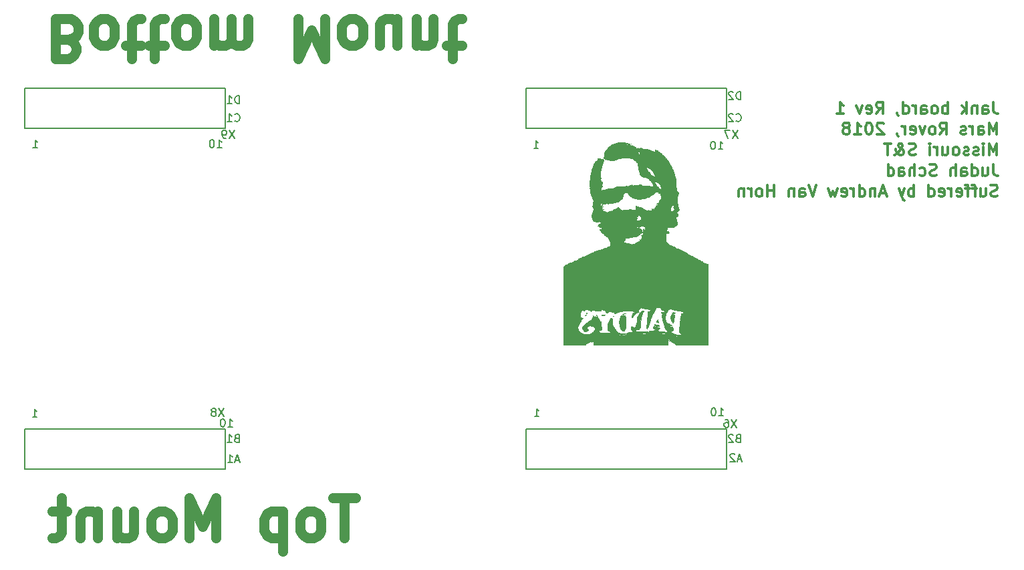
<source format=gbr>
G04 #@! TF.FileFunction,Legend,Bot*
%FSLAX46Y46*%
G04 Gerber Fmt 4.6, Leading zero omitted, Abs format (unit mm)*
G04 Created by KiCad (PCBNEW 4.0.7) date 04/15/18 20:15:51*
%MOMM*%
%LPD*%
G01*
G04 APERTURE LIST*
%ADD10C,0.100000*%
%ADD11C,0.375000*%
%ADD12C,1.270000*%
%ADD13C,0.150000*%
%ADD14C,0.010000*%
G04 APERTURE END LIST*
D10*
D11*
X240387286Y-63880171D02*
X240387286Y-64951600D01*
X240458714Y-65165886D01*
X240601571Y-65308743D01*
X240815857Y-65380171D01*
X240958714Y-65380171D01*
X239030143Y-65380171D02*
X239030143Y-64594457D01*
X239101572Y-64451600D01*
X239244429Y-64380171D01*
X239530143Y-64380171D01*
X239673000Y-64451600D01*
X239030143Y-65308743D02*
X239173000Y-65380171D01*
X239530143Y-65380171D01*
X239673000Y-65308743D01*
X239744429Y-65165886D01*
X239744429Y-65023029D01*
X239673000Y-64880171D01*
X239530143Y-64808743D01*
X239173000Y-64808743D01*
X239030143Y-64737314D01*
X238315857Y-64380171D02*
X238315857Y-65380171D01*
X238315857Y-64523029D02*
X238244429Y-64451600D01*
X238101571Y-64380171D01*
X237887286Y-64380171D01*
X237744429Y-64451600D01*
X237673000Y-64594457D01*
X237673000Y-65380171D01*
X236958714Y-65380171D02*
X236958714Y-63880171D01*
X236815857Y-64808743D02*
X236387286Y-65380171D01*
X236387286Y-64380171D02*
X236958714Y-64951600D01*
X234601571Y-65380171D02*
X234601571Y-63880171D01*
X234601571Y-64451600D02*
X234458714Y-64380171D01*
X234173000Y-64380171D01*
X234030143Y-64451600D01*
X233958714Y-64523029D01*
X233887285Y-64665886D01*
X233887285Y-65094457D01*
X233958714Y-65237314D01*
X234030143Y-65308743D01*
X234173000Y-65380171D01*
X234458714Y-65380171D01*
X234601571Y-65308743D01*
X233030142Y-65380171D02*
X233173000Y-65308743D01*
X233244428Y-65237314D01*
X233315857Y-65094457D01*
X233315857Y-64665886D01*
X233244428Y-64523029D01*
X233173000Y-64451600D01*
X233030142Y-64380171D01*
X232815857Y-64380171D01*
X232673000Y-64451600D01*
X232601571Y-64523029D01*
X232530142Y-64665886D01*
X232530142Y-65094457D01*
X232601571Y-65237314D01*
X232673000Y-65308743D01*
X232815857Y-65380171D01*
X233030142Y-65380171D01*
X231244428Y-65380171D02*
X231244428Y-64594457D01*
X231315857Y-64451600D01*
X231458714Y-64380171D01*
X231744428Y-64380171D01*
X231887285Y-64451600D01*
X231244428Y-65308743D02*
X231387285Y-65380171D01*
X231744428Y-65380171D01*
X231887285Y-65308743D01*
X231958714Y-65165886D01*
X231958714Y-65023029D01*
X231887285Y-64880171D01*
X231744428Y-64808743D01*
X231387285Y-64808743D01*
X231244428Y-64737314D01*
X230530142Y-65380171D02*
X230530142Y-64380171D01*
X230530142Y-64665886D02*
X230458714Y-64523029D01*
X230387285Y-64451600D01*
X230244428Y-64380171D01*
X230101571Y-64380171D01*
X228958714Y-65380171D02*
X228958714Y-63880171D01*
X228958714Y-65308743D02*
X229101571Y-65380171D01*
X229387285Y-65380171D01*
X229530143Y-65308743D01*
X229601571Y-65237314D01*
X229673000Y-65094457D01*
X229673000Y-64665886D01*
X229601571Y-64523029D01*
X229530143Y-64451600D01*
X229387285Y-64380171D01*
X229101571Y-64380171D01*
X228958714Y-64451600D01*
X228173000Y-65308743D02*
X228173000Y-65380171D01*
X228244428Y-65523029D01*
X228315857Y-65594457D01*
X225530142Y-65380171D02*
X226030142Y-64665886D01*
X226387285Y-65380171D02*
X226387285Y-63880171D01*
X225815857Y-63880171D01*
X225672999Y-63951600D01*
X225601571Y-64023029D01*
X225530142Y-64165886D01*
X225530142Y-64380171D01*
X225601571Y-64523029D01*
X225672999Y-64594457D01*
X225815857Y-64665886D01*
X226387285Y-64665886D01*
X224315857Y-65308743D02*
X224458714Y-65380171D01*
X224744428Y-65380171D01*
X224887285Y-65308743D01*
X224958714Y-65165886D01*
X224958714Y-64594457D01*
X224887285Y-64451600D01*
X224744428Y-64380171D01*
X224458714Y-64380171D01*
X224315857Y-64451600D01*
X224244428Y-64594457D01*
X224244428Y-64737314D01*
X224958714Y-64880171D01*
X223744428Y-64380171D02*
X223387285Y-65380171D01*
X223030143Y-64380171D01*
X220530143Y-65380171D02*
X221387286Y-65380171D01*
X220958714Y-65380171D02*
X220958714Y-63880171D01*
X221101571Y-64094457D01*
X221244429Y-64237314D01*
X221387286Y-64308743D01*
X240815857Y-68005171D02*
X240815857Y-66505171D01*
X240315857Y-67576600D01*
X239815857Y-66505171D01*
X239815857Y-68005171D01*
X238458714Y-68005171D02*
X238458714Y-67219457D01*
X238530143Y-67076600D01*
X238673000Y-67005171D01*
X238958714Y-67005171D01*
X239101571Y-67076600D01*
X238458714Y-67933743D02*
X238601571Y-68005171D01*
X238958714Y-68005171D01*
X239101571Y-67933743D01*
X239173000Y-67790886D01*
X239173000Y-67648029D01*
X239101571Y-67505171D01*
X238958714Y-67433743D01*
X238601571Y-67433743D01*
X238458714Y-67362314D01*
X237744428Y-68005171D02*
X237744428Y-67005171D01*
X237744428Y-67290886D02*
X237673000Y-67148029D01*
X237601571Y-67076600D01*
X237458714Y-67005171D01*
X237315857Y-67005171D01*
X236887286Y-67933743D02*
X236744429Y-68005171D01*
X236458714Y-68005171D01*
X236315857Y-67933743D01*
X236244429Y-67790886D01*
X236244429Y-67719457D01*
X236315857Y-67576600D01*
X236458714Y-67505171D01*
X236673000Y-67505171D01*
X236815857Y-67433743D01*
X236887286Y-67290886D01*
X236887286Y-67219457D01*
X236815857Y-67076600D01*
X236673000Y-67005171D01*
X236458714Y-67005171D01*
X236315857Y-67076600D01*
X233601571Y-68005171D02*
X234101571Y-67290886D01*
X234458714Y-68005171D02*
X234458714Y-66505171D01*
X233887286Y-66505171D01*
X233744428Y-66576600D01*
X233673000Y-66648029D01*
X233601571Y-66790886D01*
X233601571Y-67005171D01*
X233673000Y-67148029D01*
X233744428Y-67219457D01*
X233887286Y-67290886D01*
X234458714Y-67290886D01*
X232744428Y-68005171D02*
X232887286Y-67933743D01*
X232958714Y-67862314D01*
X233030143Y-67719457D01*
X233030143Y-67290886D01*
X232958714Y-67148029D01*
X232887286Y-67076600D01*
X232744428Y-67005171D01*
X232530143Y-67005171D01*
X232387286Y-67076600D01*
X232315857Y-67148029D01*
X232244428Y-67290886D01*
X232244428Y-67719457D01*
X232315857Y-67862314D01*
X232387286Y-67933743D01*
X232530143Y-68005171D01*
X232744428Y-68005171D01*
X231744428Y-67005171D02*
X231387285Y-68005171D01*
X231030143Y-67005171D01*
X229887286Y-67933743D02*
X230030143Y-68005171D01*
X230315857Y-68005171D01*
X230458714Y-67933743D01*
X230530143Y-67790886D01*
X230530143Y-67219457D01*
X230458714Y-67076600D01*
X230315857Y-67005171D01*
X230030143Y-67005171D01*
X229887286Y-67076600D01*
X229815857Y-67219457D01*
X229815857Y-67362314D01*
X230530143Y-67505171D01*
X229173000Y-68005171D02*
X229173000Y-67005171D01*
X229173000Y-67290886D02*
X229101572Y-67148029D01*
X229030143Y-67076600D01*
X228887286Y-67005171D01*
X228744429Y-67005171D01*
X228173001Y-67933743D02*
X228173001Y-68005171D01*
X228244429Y-68148029D01*
X228315858Y-68219457D01*
X226458715Y-66648029D02*
X226387286Y-66576600D01*
X226244429Y-66505171D01*
X225887286Y-66505171D01*
X225744429Y-66576600D01*
X225673000Y-66648029D01*
X225601572Y-66790886D01*
X225601572Y-66933743D01*
X225673000Y-67148029D01*
X226530143Y-68005171D01*
X225601572Y-68005171D01*
X224673001Y-66505171D02*
X224530144Y-66505171D01*
X224387287Y-66576600D01*
X224315858Y-66648029D01*
X224244429Y-66790886D01*
X224173001Y-67076600D01*
X224173001Y-67433743D01*
X224244429Y-67719457D01*
X224315858Y-67862314D01*
X224387287Y-67933743D01*
X224530144Y-68005171D01*
X224673001Y-68005171D01*
X224815858Y-67933743D01*
X224887287Y-67862314D01*
X224958715Y-67719457D01*
X225030144Y-67433743D01*
X225030144Y-67076600D01*
X224958715Y-66790886D01*
X224887287Y-66648029D01*
X224815858Y-66576600D01*
X224673001Y-66505171D01*
X222744430Y-68005171D02*
X223601573Y-68005171D01*
X223173001Y-68005171D02*
X223173001Y-66505171D01*
X223315858Y-66719457D01*
X223458716Y-66862314D01*
X223601573Y-66933743D01*
X221887287Y-67148029D02*
X222030145Y-67076600D01*
X222101573Y-67005171D01*
X222173002Y-66862314D01*
X222173002Y-66790886D01*
X222101573Y-66648029D01*
X222030145Y-66576600D01*
X221887287Y-66505171D01*
X221601573Y-66505171D01*
X221458716Y-66576600D01*
X221387287Y-66648029D01*
X221315859Y-66790886D01*
X221315859Y-66862314D01*
X221387287Y-67005171D01*
X221458716Y-67076600D01*
X221601573Y-67148029D01*
X221887287Y-67148029D01*
X222030145Y-67219457D01*
X222101573Y-67290886D01*
X222173002Y-67433743D01*
X222173002Y-67719457D01*
X222101573Y-67862314D01*
X222030145Y-67933743D01*
X221887287Y-68005171D01*
X221601573Y-68005171D01*
X221458716Y-67933743D01*
X221387287Y-67862314D01*
X221315859Y-67719457D01*
X221315859Y-67433743D01*
X221387287Y-67290886D01*
X221458716Y-67219457D01*
X221601573Y-67148029D01*
X240815857Y-70630171D02*
X240815857Y-69130171D01*
X240315857Y-70201600D01*
X239815857Y-69130171D01*
X239815857Y-70630171D01*
X239101571Y-70630171D02*
X239101571Y-69630171D01*
X239101571Y-69130171D02*
X239173000Y-69201600D01*
X239101571Y-69273029D01*
X239030143Y-69201600D01*
X239101571Y-69130171D01*
X239101571Y-69273029D01*
X238458714Y-70558743D02*
X238315857Y-70630171D01*
X238030142Y-70630171D01*
X237887285Y-70558743D01*
X237815857Y-70415886D01*
X237815857Y-70344457D01*
X237887285Y-70201600D01*
X238030142Y-70130171D01*
X238244428Y-70130171D01*
X238387285Y-70058743D01*
X238458714Y-69915886D01*
X238458714Y-69844457D01*
X238387285Y-69701600D01*
X238244428Y-69630171D01*
X238030142Y-69630171D01*
X237887285Y-69701600D01*
X237244428Y-70558743D02*
X237101571Y-70630171D01*
X236815856Y-70630171D01*
X236672999Y-70558743D01*
X236601571Y-70415886D01*
X236601571Y-70344457D01*
X236672999Y-70201600D01*
X236815856Y-70130171D01*
X237030142Y-70130171D01*
X237172999Y-70058743D01*
X237244428Y-69915886D01*
X237244428Y-69844457D01*
X237172999Y-69701600D01*
X237030142Y-69630171D01*
X236815856Y-69630171D01*
X236672999Y-69701600D01*
X235744427Y-70630171D02*
X235887285Y-70558743D01*
X235958713Y-70487314D01*
X236030142Y-70344457D01*
X236030142Y-69915886D01*
X235958713Y-69773029D01*
X235887285Y-69701600D01*
X235744427Y-69630171D01*
X235530142Y-69630171D01*
X235387285Y-69701600D01*
X235315856Y-69773029D01*
X235244427Y-69915886D01*
X235244427Y-70344457D01*
X235315856Y-70487314D01*
X235387285Y-70558743D01*
X235530142Y-70630171D01*
X235744427Y-70630171D01*
X233958713Y-69630171D02*
X233958713Y-70630171D01*
X234601570Y-69630171D02*
X234601570Y-70415886D01*
X234530142Y-70558743D01*
X234387284Y-70630171D01*
X234172999Y-70630171D01*
X234030142Y-70558743D01*
X233958713Y-70487314D01*
X233244427Y-70630171D02*
X233244427Y-69630171D01*
X233244427Y-69915886D02*
X233172999Y-69773029D01*
X233101570Y-69701600D01*
X232958713Y-69630171D01*
X232815856Y-69630171D01*
X232315856Y-70630171D02*
X232315856Y-69630171D01*
X232315856Y-69130171D02*
X232387285Y-69201600D01*
X232315856Y-69273029D01*
X232244428Y-69201600D01*
X232315856Y-69130171D01*
X232315856Y-69273029D01*
X230530142Y-70558743D02*
X230315856Y-70630171D01*
X229958713Y-70630171D01*
X229815856Y-70558743D01*
X229744427Y-70487314D01*
X229672999Y-70344457D01*
X229672999Y-70201600D01*
X229744427Y-70058743D01*
X229815856Y-69987314D01*
X229958713Y-69915886D01*
X230244427Y-69844457D01*
X230387285Y-69773029D01*
X230458713Y-69701600D01*
X230530142Y-69558743D01*
X230530142Y-69415886D01*
X230458713Y-69273029D01*
X230387285Y-69201600D01*
X230244427Y-69130171D01*
X229887285Y-69130171D01*
X229672999Y-69201600D01*
X227815856Y-70630171D02*
X227887285Y-70630171D01*
X228030142Y-70558743D01*
X228244428Y-70344457D01*
X228601571Y-69915886D01*
X228744428Y-69701600D01*
X228815856Y-69487314D01*
X228815856Y-69344457D01*
X228744428Y-69201600D01*
X228601571Y-69130171D01*
X228530142Y-69130171D01*
X228387285Y-69201600D01*
X228315856Y-69344457D01*
X228315856Y-69415886D01*
X228387285Y-69558743D01*
X228458714Y-69630171D01*
X228887285Y-69915886D01*
X228958714Y-69987314D01*
X229030142Y-70130171D01*
X229030142Y-70344457D01*
X228958714Y-70487314D01*
X228887285Y-70558743D01*
X228744428Y-70630171D01*
X228530142Y-70630171D01*
X228387285Y-70558743D01*
X228315856Y-70487314D01*
X228101571Y-70201600D01*
X228030142Y-69987314D01*
X228030142Y-69844457D01*
X227387285Y-69130171D02*
X226530142Y-69130171D01*
X226958713Y-70630171D02*
X226958713Y-69130171D01*
X240387286Y-71755171D02*
X240387286Y-72826600D01*
X240458714Y-73040886D01*
X240601571Y-73183743D01*
X240815857Y-73255171D01*
X240958714Y-73255171D01*
X239030143Y-72255171D02*
X239030143Y-73255171D01*
X239673000Y-72255171D02*
X239673000Y-73040886D01*
X239601572Y-73183743D01*
X239458714Y-73255171D01*
X239244429Y-73255171D01*
X239101572Y-73183743D01*
X239030143Y-73112314D01*
X237673000Y-73255171D02*
X237673000Y-71755171D01*
X237673000Y-73183743D02*
X237815857Y-73255171D01*
X238101571Y-73255171D01*
X238244429Y-73183743D01*
X238315857Y-73112314D01*
X238387286Y-72969457D01*
X238387286Y-72540886D01*
X238315857Y-72398029D01*
X238244429Y-72326600D01*
X238101571Y-72255171D01*
X237815857Y-72255171D01*
X237673000Y-72326600D01*
X236315857Y-73255171D02*
X236315857Y-72469457D01*
X236387286Y-72326600D01*
X236530143Y-72255171D01*
X236815857Y-72255171D01*
X236958714Y-72326600D01*
X236315857Y-73183743D02*
X236458714Y-73255171D01*
X236815857Y-73255171D01*
X236958714Y-73183743D01*
X237030143Y-73040886D01*
X237030143Y-72898029D01*
X236958714Y-72755171D01*
X236815857Y-72683743D01*
X236458714Y-72683743D01*
X236315857Y-72612314D01*
X235601571Y-73255171D02*
X235601571Y-71755171D01*
X234958714Y-73255171D02*
X234958714Y-72469457D01*
X235030143Y-72326600D01*
X235173000Y-72255171D01*
X235387285Y-72255171D01*
X235530143Y-72326600D01*
X235601571Y-72398029D01*
X233173000Y-73183743D02*
X232958714Y-73255171D01*
X232601571Y-73255171D01*
X232458714Y-73183743D01*
X232387285Y-73112314D01*
X232315857Y-72969457D01*
X232315857Y-72826600D01*
X232387285Y-72683743D01*
X232458714Y-72612314D01*
X232601571Y-72540886D01*
X232887285Y-72469457D01*
X233030143Y-72398029D01*
X233101571Y-72326600D01*
X233173000Y-72183743D01*
X233173000Y-72040886D01*
X233101571Y-71898029D01*
X233030143Y-71826600D01*
X232887285Y-71755171D01*
X232530143Y-71755171D01*
X232315857Y-71826600D01*
X231030143Y-73183743D02*
X231173000Y-73255171D01*
X231458714Y-73255171D01*
X231601572Y-73183743D01*
X231673000Y-73112314D01*
X231744429Y-72969457D01*
X231744429Y-72540886D01*
X231673000Y-72398029D01*
X231601572Y-72326600D01*
X231458714Y-72255171D01*
X231173000Y-72255171D01*
X231030143Y-72326600D01*
X230387286Y-73255171D02*
X230387286Y-71755171D01*
X229744429Y-73255171D02*
X229744429Y-72469457D01*
X229815858Y-72326600D01*
X229958715Y-72255171D01*
X230173000Y-72255171D01*
X230315858Y-72326600D01*
X230387286Y-72398029D01*
X228387286Y-73255171D02*
X228387286Y-72469457D01*
X228458715Y-72326600D01*
X228601572Y-72255171D01*
X228887286Y-72255171D01*
X229030143Y-72326600D01*
X228387286Y-73183743D02*
X228530143Y-73255171D01*
X228887286Y-73255171D01*
X229030143Y-73183743D01*
X229101572Y-73040886D01*
X229101572Y-72898029D01*
X229030143Y-72755171D01*
X228887286Y-72683743D01*
X228530143Y-72683743D01*
X228387286Y-72612314D01*
X227030143Y-73255171D02*
X227030143Y-71755171D01*
X227030143Y-73183743D02*
X227173000Y-73255171D01*
X227458714Y-73255171D01*
X227601572Y-73183743D01*
X227673000Y-73112314D01*
X227744429Y-72969457D01*
X227744429Y-72540886D01*
X227673000Y-72398029D01*
X227601572Y-72326600D01*
X227458714Y-72255171D01*
X227173000Y-72255171D01*
X227030143Y-72326600D01*
X240887286Y-75808743D02*
X240673000Y-75880171D01*
X240315857Y-75880171D01*
X240173000Y-75808743D01*
X240101571Y-75737314D01*
X240030143Y-75594457D01*
X240030143Y-75451600D01*
X240101571Y-75308743D01*
X240173000Y-75237314D01*
X240315857Y-75165886D01*
X240601571Y-75094457D01*
X240744429Y-75023029D01*
X240815857Y-74951600D01*
X240887286Y-74808743D01*
X240887286Y-74665886D01*
X240815857Y-74523029D01*
X240744429Y-74451600D01*
X240601571Y-74380171D01*
X240244429Y-74380171D01*
X240030143Y-74451600D01*
X238744429Y-74880171D02*
X238744429Y-75880171D01*
X239387286Y-74880171D02*
X239387286Y-75665886D01*
X239315858Y-75808743D01*
X239173000Y-75880171D01*
X238958715Y-75880171D01*
X238815858Y-75808743D01*
X238744429Y-75737314D01*
X238244429Y-74880171D02*
X237673000Y-74880171D01*
X238030143Y-75880171D02*
X238030143Y-74594457D01*
X237958715Y-74451600D01*
X237815857Y-74380171D01*
X237673000Y-74380171D01*
X237387286Y-74880171D02*
X236815857Y-74880171D01*
X237173000Y-75880171D02*
X237173000Y-74594457D01*
X237101572Y-74451600D01*
X236958714Y-74380171D01*
X236815857Y-74380171D01*
X235744429Y-75808743D02*
X235887286Y-75880171D01*
X236173000Y-75880171D01*
X236315857Y-75808743D01*
X236387286Y-75665886D01*
X236387286Y-75094457D01*
X236315857Y-74951600D01*
X236173000Y-74880171D01*
X235887286Y-74880171D01*
X235744429Y-74951600D01*
X235673000Y-75094457D01*
X235673000Y-75237314D01*
X236387286Y-75380171D01*
X235030143Y-75880171D02*
X235030143Y-74880171D01*
X235030143Y-75165886D02*
X234958715Y-75023029D01*
X234887286Y-74951600D01*
X234744429Y-74880171D01*
X234601572Y-74880171D01*
X233530144Y-75808743D02*
X233673001Y-75880171D01*
X233958715Y-75880171D01*
X234101572Y-75808743D01*
X234173001Y-75665886D01*
X234173001Y-75094457D01*
X234101572Y-74951600D01*
X233958715Y-74880171D01*
X233673001Y-74880171D01*
X233530144Y-74951600D01*
X233458715Y-75094457D01*
X233458715Y-75237314D01*
X234173001Y-75380171D01*
X232173001Y-75880171D02*
X232173001Y-74380171D01*
X232173001Y-75808743D02*
X232315858Y-75880171D01*
X232601572Y-75880171D01*
X232744430Y-75808743D01*
X232815858Y-75737314D01*
X232887287Y-75594457D01*
X232887287Y-75165886D01*
X232815858Y-75023029D01*
X232744430Y-74951600D01*
X232601572Y-74880171D01*
X232315858Y-74880171D01*
X232173001Y-74951600D01*
X230315858Y-75880171D02*
X230315858Y-74380171D01*
X230315858Y-74951600D02*
X230173001Y-74880171D01*
X229887287Y-74880171D01*
X229744430Y-74951600D01*
X229673001Y-75023029D01*
X229601572Y-75165886D01*
X229601572Y-75594457D01*
X229673001Y-75737314D01*
X229744430Y-75808743D01*
X229887287Y-75880171D01*
X230173001Y-75880171D01*
X230315858Y-75808743D01*
X229101572Y-74880171D02*
X228744429Y-75880171D01*
X228387287Y-74880171D02*
X228744429Y-75880171D01*
X228887287Y-76237314D01*
X228958715Y-76308743D01*
X229101572Y-76380171D01*
X226744430Y-75451600D02*
X226030144Y-75451600D01*
X226887287Y-75880171D02*
X226387287Y-74380171D01*
X225887287Y-75880171D01*
X225387287Y-74880171D02*
X225387287Y-75880171D01*
X225387287Y-75023029D02*
X225315859Y-74951600D01*
X225173001Y-74880171D01*
X224958716Y-74880171D01*
X224815859Y-74951600D01*
X224744430Y-75094457D01*
X224744430Y-75880171D01*
X223387287Y-75880171D02*
X223387287Y-74380171D01*
X223387287Y-75808743D02*
X223530144Y-75880171D01*
X223815858Y-75880171D01*
X223958716Y-75808743D01*
X224030144Y-75737314D01*
X224101573Y-75594457D01*
X224101573Y-75165886D01*
X224030144Y-75023029D01*
X223958716Y-74951600D01*
X223815858Y-74880171D01*
X223530144Y-74880171D01*
X223387287Y-74951600D01*
X222673001Y-75880171D02*
X222673001Y-74880171D01*
X222673001Y-75165886D02*
X222601573Y-75023029D01*
X222530144Y-74951600D01*
X222387287Y-74880171D01*
X222244430Y-74880171D01*
X221173002Y-75808743D02*
X221315859Y-75880171D01*
X221601573Y-75880171D01*
X221744430Y-75808743D01*
X221815859Y-75665886D01*
X221815859Y-75094457D01*
X221744430Y-74951600D01*
X221601573Y-74880171D01*
X221315859Y-74880171D01*
X221173002Y-74951600D01*
X221101573Y-75094457D01*
X221101573Y-75237314D01*
X221815859Y-75380171D01*
X220601573Y-74880171D02*
X220315859Y-75880171D01*
X220030145Y-75165886D01*
X219744430Y-75880171D01*
X219458716Y-74880171D01*
X217958716Y-74380171D02*
X217458716Y-75880171D01*
X216958716Y-74380171D01*
X215815859Y-75880171D02*
X215815859Y-75094457D01*
X215887288Y-74951600D01*
X216030145Y-74880171D01*
X216315859Y-74880171D01*
X216458716Y-74951600D01*
X215815859Y-75808743D02*
X215958716Y-75880171D01*
X216315859Y-75880171D01*
X216458716Y-75808743D01*
X216530145Y-75665886D01*
X216530145Y-75523029D01*
X216458716Y-75380171D01*
X216315859Y-75308743D01*
X215958716Y-75308743D01*
X215815859Y-75237314D01*
X215101573Y-74880171D02*
X215101573Y-75880171D01*
X215101573Y-75023029D02*
X215030145Y-74951600D01*
X214887287Y-74880171D01*
X214673002Y-74880171D01*
X214530145Y-74951600D01*
X214458716Y-75094457D01*
X214458716Y-75880171D01*
X212601573Y-75880171D02*
X212601573Y-74380171D01*
X212601573Y-75094457D02*
X211744430Y-75094457D01*
X211744430Y-75880171D02*
X211744430Y-74380171D01*
X210815858Y-75880171D02*
X210958716Y-75808743D01*
X211030144Y-75737314D01*
X211101573Y-75594457D01*
X211101573Y-75165886D01*
X211030144Y-75023029D01*
X210958716Y-74951600D01*
X210815858Y-74880171D01*
X210601573Y-74880171D01*
X210458716Y-74951600D01*
X210387287Y-75023029D01*
X210315858Y-75165886D01*
X210315858Y-75594457D01*
X210387287Y-75737314D01*
X210458716Y-75808743D01*
X210601573Y-75880171D01*
X210815858Y-75880171D01*
X209673001Y-75880171D02*
X209673001Y-74880171D01*
X209673001Y-75165886D02*
X209601573Y-75023029D01*
X209530144Y-74951600D01*
X209387287Y-74880171D01*
X209244430Y-74880171D01*
X208744430Y-74880171D02*
X208744430Y-75880171D01*
X208744430Y-75023029D02*
X208673002Y-74951600D01*
X208530144Y-74880171D01*
X208315859Y-74880171D01*
X208173002Y-74951600D01*
X208101573Y-75094457D01*
X208101573Y-75880171D01*
D12*
X123232335Y-55988857D02*
X123958049Y-55746952D01*
X124199954Y-55505048D01*
X124441859Y-55021238D01*
X124441859Y-54295524D01*
X124199954Y-53811714D01*
X123958049Y-53569810D01*
X123474240Y-53327905D01*
X121539002Y-53327905D01*
X121539002Y-58407905D01*
X123232335Y-58407905D01*
X123716145Y-58166000D01*
X123958049Y-57924095D01*
X124199954Y-57440286D01*
X124199954Y-56956476D01*
X123958049Y-56472667D01*
X123716145Y-56230762D01*
X123232335Y-55988857D01*
X121539002Y-55988857D01*
X127344716Y-53327905D02*
X126860907Y-53569810D01*
X126619002Y-53811714D01*
X126377097Y-54295524D01*
X126377097Y-55746952D01*
X126619002Y-56230762D01*
X126860907Y-56472667D01*
X127344716Y-56714571D01*
X128070430Y-56714571D01*
X128554240Y-56472667D01*
X128796145Y-56230762D01*
X129038049Y-55746952D01*
X129038049Y-54295524D01*
X128796145Y-53811714D01*
X128554240Y-53569810D01*
X128070430Y-53327905D01*
X127344716Y-53327905D01*
X130489478Y-56714571D02*
X132424716Y-56714571D01*
X131215192Y-58407905D02*
X131215192Y-54053619D01*
X131457097Y-53569810D01*
X131940906Y-53327905D01*
X132424716Y-53327905D01*
X133392335Y-56714571D02*
X135327573Y-56714571D01*
X134118049Y-58407905D02*
X134118049Y-54053619D01*
X134359954Y-53569810D01*
X134843763Y-53327905D01*
X135327573Y-53327905D01*
X137746620Y-53327905D02*
X137262811Y-53569810D01*
X137020906Y-53811714D01*
X136779001Y-54295524D01*
X136779001Y-55746952D01*
X137020906Y-56230762D01*
X137262811Y-56472667D01*
X137746620Y-56714571D01*
X138472334Y-56714571D01*
X138956144Y-56472667D01*
X139198049Y-56230762D01*
X139439953Y-55746952D01*
X139439953Y-54295524D01*
X139198049Y-53811714D01*
X138956144Y-53569810D01*
X138472334Y-53327905D01*
X137746620Y-53327905D01*
X141617096Y-53327905D02*
X141617096Y-56714571D01*
X141617096Y-56230762D02*
X141859001Y-56472667D01*
X142342810Y-56714571D01*
X143068524Y-56714571D01*
X143552334Y-56472667D01*
X143794239Y-55988857D01*
X143794239Y-53327905D01*
X143794239Y-55988857D02*
X144036143Y-56472667D01*
X144519953Y-56714571D01*
X145245667Y-56714571D01*
X145729477Y-56472667D01*
X145971382Y-55988857D01*
X145971382Y-53327905D01*
X152260905Y-53327905D02*
X152260905Y-58407905D01*
X153954238Y-54779333D01*
X155647571Y-58407905D01*
X155647571Y-53327905D01*
X158792333Y-53327905D02*
X158308524Y-53569810D01*
X158066619Y-53811714D01*
X157824714Y-54295524D01*
X157824714Y-55746952D01*
X158066619Y-56230762D01*
X158308524Y-56472667D01*
X158792333Y-56714571D01*
X159518047Y-56714571D01*
X160001857Y-56472667D01*
X160243762Y-56230762D01*
X160485666Y-55746952D01*
X160485666Y-54295524D01*
X160243762Y-53811714D01*
X160001857Y-53569810D01*
X159518047Y-53327905D01*
X158792333Y-53327905D01*
X164839952Y-56714571D02*
X164839952Y-53327905D01*
X162662809Y-56714571D02*
X162662809Y-54053619D01*
X162904714Y-53569810D01*
X163388523Y-53327905D01*
X164114237Y-53327905D01*
X164598047Y-53569810D01*
X164839952Y-53811714D01*
X167258999Y-56714571D02*
X167258999Y-53327905D01*
X167258999Y-56230762D02*
X167500904Y-56472667D01*
X167984713Y-56714571D01*
X168710427Y-56714571D01*
X169194237Y-56472667D01*
X169436142Y-55988857D01*
X169436142Y-53327905D01*
X171129475Y-56714571D02*
X173064713Y-56714571D01*
X171855189Y-58407905D02*
X171855189Y-54053619D01*
X172097094Y-53569810D01*
X172580903Y-53327905D01*
X173064713Y-53327905D01*
X159566426Y-114058095D02*
X156663569Y-114058095D01*
X158114998Y-119138095D02*
X158114998Y-114058095D01*
X154244522Y-119138095D02*
X154728331Y-118896190D01*
X154970236Y-118654286D01*
X155212141Y-118170476D01*
X155212141Y-116719048D01*
X154970236Y-116235238D01*
X154728331Y-115993333D01*
X154244522Y-115751429D01*
X153518808Y-115751429D01*
X153034998Y-115993333D01*
X152793093Y-116235238D01*
X152551189Y-116719048D01*
X152551189Y-118170476D01*
X152793093Y-118654286D01*
X153034998Y-118896190D01*
X153518808Y-119138095D01*
X154244522Y-119138095D01*
X150374046Y-115751429D02*
X150374046Y-120831429D01*
X150374046Y-115993333D02*
X149890237Y-115751429D01*
X148922618Y-115751429D01*
X148438808Y-115993333D01*
X148196903Y-116235238D01*
X147954999Y-116719048D01*
X147954999Y-118170476D01*
X148196903Y-118654286D01*
X148438808Y-118896190D01*
X148922618Y-119138095D01*
X149890237Y-119138095D01*
X150374046Y-118896190D01*
X141907380Y-119138095D02*
X141907380Y-114058095D01*
X140214047Y-117686667D01*
X138520714Y-114058095D01*
X138520714Y-119138095D01*
X135375952Y-119138095D02*
X135859761Y-118896190D01*
X136101666Y-118654286D01*
X136343571Y-118170476D01*
X136343571Y-116719048D01*
X136101666Y-116235238D01*
X135859761Y-115993333D01*
X135375952Y-115751429D01*
X134650238Y-115751429D01*
X134166428Y-115993333D01*
X133924523Y-116235238D01*
X133682619Y-116719048D01*
X133682619Y-118170476D01*
X133924523Y-118654286D01*
X134166428Y-118896190D01*
X134650238Y-119138095D01*
X135375952Y-119138095D01*
X129328333Y-115751429D02*
X129328333Y-119138095D01*
X131505476Y-115751429D02*
X131505476Y-118412381D01*
X131263571Y-118896190D01*
X130779762Y-119138095D01*
X130054048Y-119138095D01*
X129570238Y-118896190D01*
X129328333Y-118654286D01*
X126909286Y-115751429D02*
X126909286Y-119138095D01*
X126909286Y-116235238D02*
X126667381Y-115993333D01*
X126183572Y-115751429D01*
X125457858Y-115751429D01*
X124974048Y-115993333D01*
X124732143Y-116477143D01*
X124732143Y-119138095D01*
X123038810Y-115751429D02*
X121103572Y-115751429D01*
X122313096Y-114058095D02*
X122313096Y-118412381D01*
X122071191Y-118896190D01*
X121587382Y-119138095D01*
X121103572Y-119138095D01*
D13*
X143103600Y-110375700D02*
X143103600Y-105295700D01*
X143103600Y-105295700D02*
X117703600Y-105295700D01*
X117703600Y-105295700D02*
X117703600Y-110375700D01*
X117703600Y-110375700D02*
X143103600Y-110375700D01*
X143103600Y-67195700D02*
X143103600Y-62115700D01*
X143103600Y-62115700D02*
X117703600Y-62115700D01*
X117703600Y-62115700D02*
X117703600Y-67195700D01*
X117703600Y-67195700D02*
X143103600Y-67195700D01*
X206603600Y-105295700D02*
X181203600Y-105295700D01*
X181203600Y-67195700D02*
X206603600Y-67195700D01*
X206603600Y-110375700D02*
X206603600Y-105295700D01*
X181203600Y-105295700D02*
X181203600Y-110375700D01*
X181203600Y-110375700D02*
X206603600Y-110375700D01*
X206603600Y-67195700D02*
X206603600Y-62115700D01*
X206603600Y-62115700D02*
X181203600Y-62115700D01*
X181203600Y-62115700D02*
X181203600Y-67195700D01*
D14*
G36*
X193202712Y-68974657D02*
X193103500Y-68997805D01*
X193013379Y-69014963D01*
X192909148Y-69022608D01*
X192874900Y-69022271D01*
X192772063Y-69029348D01*
X192654704Y-69054135D01*
X192540286Y-69091234D01*
X192446270Y-69135249D01*
X192400220Y-69168980D01*
X192351794Y-69198025D01*
X192316481Y-69198931D01*
X192267441Y-69200529D01*
X192220654Y-69221190D01*
X192155302Y-69246646D01*
X192105740Y-69249418D01*
X192051575Y-69257607D01*
X192032635Y-69279935D01*
X192001734Y-69314001D01*
X191941491Y-69353826D01*
X191911112Y-69369403D01*
X191829870Y-69416412D01*
X191739586Y-69481378D01*
X191693133Y-69520403D01*
X191630231Y-69574487D01*
X191581591Y-69611139D01*
X191561467Y-69621400D01*
X191543473Y-69641957D01*
X191541401Y-69658191D01*
X191525210Y-69700964D01*
X191485914Y-69754798D01*
X191482680Y-69758342D01*
X191430099Y-69825100D01*
X191379859Y-69903774D01*
X191375304Y-69912051D01*
X191332763Y-69971366D01*
X191289766Y-70001238D01*
X191281624Y-70002400D01*
X191243706Y-70019806D01*
X191236601Y-70040037D01*
X191219897Y-70078578D01*
X191177164Y-70136016D01*
X191143231Y-70173387D01*
X191086440Y-70237907D01*
X191058971Y-70294071D01*
X191050861Y-70365733D01*
X191050721Y-70394896D01*
X191056307Y-70469151D01*
X191069602Y-70518932D01*
X191079198Y-70529899D01*
X191093988Y-70558727D01*
X191096357Y-70619768D01*
X191088369Y-70696542D01*
X191072087Y-70772570D01*
X191049574Y-70831374D01*
X191039618Y-70846003D01*
X191015450Y-70896310D01*
X191016823Y-70928553D01*
X191017818Y-70961834D01*
X191007203Y-70967599D01*
X191004699Y-70982422D01*
X191033098Y-71018097D01*
X191033400Y-71018399D01*
X191083897Y-71056092D01*
X191122845Y-71069199D01*
X191160921Y-71090057D01*
X191190422Y-71132699D01*
X191222257Y-71184723D01*
X191254243Y-71188516D01*
X191295416Y-71144605D01*
X191299376Y-71139050D01*
X191325354Y-71106120D01*
X191346279Y-71101567D01*
X191372564Y-71130563D01*
X191412928Y-71195469D01*
X191450110Y-71220209D01*
X191526072Y-71228166D01*
X191561756Y-71227340D01*
X191660838Y-71230743D01*
X191758100Y-71245853D01*
X191786202Y-71253486D01*
X191857747Y-71268209D01*
X191960881Y-71279279D01*
X192076425Y-71284813D01*
X192108322Y-71285114D01*
X192219206Y-71283603D01*
X192290036Y-71277773D01*
X192331505Y-71265655D01*
X192354234Y-71245346D01*
X191839973Y-71245346D01*
X191836499Y-71247000D01*
X191813319Y-71229118D01*
X191808100Y-71221600D01*
X191801628Y-71197853D01*
X191805102Y-71196200D01*
X191828282Y-71214081D01*
X191833500Y-71221600D01*
X191839973Y-71245346D01*
X192354234Y-71245346D01*
X192354307Y-71245281D01*
X192358096Y-71239110D01*
X192402907Y-71203451D01*
X192438874Y-71198823D01*
X192502440Y-71194244D01*
X192589042Y-71174704D01*
X192681000Y-71145850D01*
X192760634Y-71113330D01*
X192810263Y-71082791D01*
X192813738Y-71079083D01*
X192866655Y-71052248D01*
X192905782Y-71055606D01*
X192970131Y-71054353D01*
X193055811Y-71030158D01*
X193079881Y-71020229D01*
X193155061Y-70993594D01*
X193216382Y-70983271D01*
X193235431Y-70985706D01*
X193263481Y-70988835D01*
X193258683Y-70972102D01*
X193261955Y-70954561D01*
X193305853Y-70950480D01*
X193354134Y-70954076D01*
X193445895Y-70955623D01*
X193555429Y-70946929D01*
X193615869Y-70937747D01*
X193732139Y-70920458D01*
X193852537Y-70910155D01*
X193965878Y-70906862D01*
X194060975Y-70910606D01*
X194126644Y-70921414D01*
X194151100Y-70936498D01*
X194174110Y-70954676D01*
X194194048Y-70943571D01*
X194239387Y-70934834D01*
X194273632Y-70952136D01*
X194326586Y-70978683D01*
X194407800Y-71002048D01*
X194526465Y-71024610D01*
X194593640Y-71035005D01*
X194674721Y-71061756D01*
X194742205Y-71107774D01*
X194744118Y-71109766D01*
X194789730Y-71151772D01*
X194822447Y-71170712D01*
X194823723Y-71170799D01*
X194853244Y-71187667D01*
X194902204Y-71230322D01*
X194927245Y-71255332D01*
X194994346Y-71318444D01*
X195061823Y-71371958D01*
X195078351Y-71382918D01*
X195127017Y-71423736D01*
X195148172Y-71462923D01*
X195148201Y-71464030D01*
X195169047Y-71501661D01*
X195211700Y-71531021D01*
X195260204Y-71568818D01*
X195275123Y-71632007D01*
X195275200Y-71639125D01*
X195286006Y-71713156D01*
X195308899Y-71768398D01*
X195331406Y-71824619D01*
X195347005Y-71904752D01*
X195349562Y-71932800D01*
X195356015Y-72027605D01*
X195363239Y-72118680D01*
X195364793Y-72136000D01*
X195375342Y-72215065D01*
X195392493Y-72309823D01*
X195413016Y-72405775D01*
X195433683Y-72488421D01*
X195451266Y-72543261D01*
X195458357Y-72556223D01*
X195463216Y-72590038D01*
X195452788Y-72631857D01*
X195445437Y-72684739D01*
X195474399Y-72735063D01*
X195488183Y-72749895D01*
X195542562Y-72817702D01*
X195567518Y-72875379D01*
X195560582Y-72908951D01*
X195539368Y-72961775D01*
X195562024Y-73026183D01*
X195606858Y-73077100D01*
X195654660Y-73125503D01*
X195680249Y-73162565D01*
X195681601Y-73168426D01*
X195700712Y-73195387D01*
X195750183Y-73239827D01*
X195802250Y-73279626D01*
X195884671Y-73331612D01*
X195965910Y-73362768D01*
X196069065Y-73381233D01*
X196100700Y-73384791D01*
X196234830Y-73399147D01*
X196326742Y-73410343D01*
X196384789Y-73420048D01*
X196417325Y-73429935D01*
X196432702Y-73441673D01*
X196437847Y-73452240D01*
X196468212Y-73477273D01*
X196496517Y-73482200D01*
X196536622Y-73493591D01*
X196545200Y-73508397D01*
X196565786Y-73538129D01*
X196589650Y-73551131D01*
X196653217Y-73583605D01*
X196715367Y-73628607D01*
X196760477Y-73673442D01*
X196773801Y-73700805D01*
X196793650Y-73732700D01*
X196843197Y-73774183D01*
X196862701Y-73787000D01*
X196918372Y-73826852D01*
X196949335Y-73859590D01*
X196951601Y-73866491D01*
X196965651Y-73904045D01*
X197001794Y-73968128D01*
X197051015Y-74045109D01*
X197104300Y-74121352D01*
X197152634Y-74183227D01*
X197179855Y-74211697D01*
X197219169Y-74265769D01*
X197231000Y-74311845D01*
X197241549Y-74363568D01*
X197257074Y-74384316D01*
X197278685Y-74421106D01*
X197266320Y-74471127D01*
X197229440Y-74521263D01*
X197177505Y-74558402D01*
X197123313Y-74569737D01*
X197050535Y-74574369D01*
X197012337Y-74583274D01*
X196953303Y-74583328D01*
X196930074Y-74566366D01*
X196901086Y-74549802D01*
X196842596Y-74539884D01*
X196747175Y-74535865D01*
X196633079Y-74536501D01*
X196423978Y-74532237D01*
X196242696Y-74510119D01*
X196162908Y-74493406D01*
X196045359Y-74468879D01*
X195966562Y-74461056D01*
X195917569Y-74469167D01*
X195912057Y-74471806D01*
X195842259Y-74485964D01*
X195779099Y-74449916D01*
X195749401Y-74412298D01*
X195694737Y-74366883D01*
X195639927Y-74360355D01*
X195558321Y-74364674D01*
X195486565Y-74367924D01*
X195417632Y-74381427D01*
X195369027Y-74408002D01*
X195325870Y-74426101D01*
X195245660Y-74439695D01*
X195142003Y-74448011D01*
X195028509Y-74450271D01*
X194918787Y-74445703D01*
X194848933Y-74437617D01*
X194794712Y-74434322D01*
X194779443Y-74446234D01*
X194780582Y-74448503D01*
X194770608Y-74466139D01*
X194729100Y-74472800D01*
X194684743Y-74466242D01*
X194675420Y-74452060D01*
X194664905Y-74426796D01*
X194622239Y-74392469D01*
X194615167Y-74388157D01*
X194558440Y-74366466D01*
X194521772Y-74373069D01*
X194516724Y-74403998D01*
X194524256Y-74419338D01*
X194520364Y-74445575D01*
X194477448Y-74460004D01*
X194406481Y-74459795D01*
X194380784Y-74456361D01*
X194300923Y-74457674D01*
X194208552Y-74490187D01*
X194174181Y-74507539D01*
X194101442Y-74544158D01*
X194052281Y-74558286D01*
X194005925Y-74552207D01*
X193951216Y-74532062D01*
X193885997Y-74508459D01*
X193845722Y-74507363D01*
X193808602Y-74531366D01*
X193786473Y-74551656D01*
X193712333Y-74597908D01*
X193641670Y-74603369D01*
X193583217Y-74591187D01*
X193552647Y-74573005D01*
X193552234Y-74572056D01*
X193523073Y-74551212D01*
X193506285Y-74549000D01*
X193481096Y-74561057D01*
X193483416Y-74572644D01*
X193480134Y-74605212D01*
X193471774Y-74612516D01*
X193431709Y-74621751D01*
X193359156Y-74626776D01*
X193270179Y-74627806D01*
X193180845Y-74625056D01*
X193107218Y-74618743D01*
X193065365Y-74609082D01*
X193062464Y-74607023D01*
X193028784Y-74599600D01*
X192959111Y-74599156D01*
X192867773Y-74605699D01*
X192856795Y-74606871D01*
X192747377Y-74618077D01*
X192642286Y-74627408D01*
X192568298Y-74632596D01*
X192487513Y-74647324D01*
X192426309Y-74677098D01*
X192420434Y-74682350D01*
X192394359Y-74715697D01*
X192396836Y-74727914D01*
X192404686Y-74734666D01*
X192374604Y-74749340D01*
X192318172Y-74768479D01*
X192246966Y-74788628D01*
X192172566Y-74806331D01*
X192106552Y-74818133D01*
X192087500Y-74820236D01*
X191999919Y-74832427D01*
X191924871Y-74851018D01*
X191901699Y-74860201D01*
X191847691Y-74875940D01*
X191825499Y-74862887D01*
X191789732Y-74837516D01*
X191739026Y-74819321D01*
X191683012Y-74815690D01*
X191642376Y-74846402D01*
X191626373Y-74868929D01*
X191594291Y-74912319D01*
X191572549Y-74916200D01*
X191550192Y-74890849D01*
X191517465Y-74861383D01*
X191482471Y-74875438D01*
X191480025Y-74877437D01*
X191429053Y-74902945D01*
X191358994Y-74920675D01*
X191358581Y-74920735D01*
X191267402Y-74942258D01*
X191183285Y-74976020D01*
X191122279Y-75014564D01*
X191102075Y-75039974D01*
X191070353Y-75063381D01*
X191009368Y-75076713D01*
X190997712Y-75077420D01*
X190935649Y-75072425D01*
X190907121Y-75056389D01*
X190918383Y-75036389D01*
X190950850Y-75024408D01*
X190958166Y-75018197D01*
X190922700Y-75015867D01*
X190902385Y-75016196D01*
X190841277Y-75023627D01*
X190828698Y-75041306D01*
X190831930Y-75046174D01*
X190839500Y-75082782D01*
X190813377Y-75110282D01*
X190770426Y-75114610D01*
X190756459Y-75109115D01*
X190707663Y-75085469D01*
X190690500Y-75078554D01*
X190671660Y-75049525D01*
X190665205Y-75002210D01*
X190659910Y-74956517D01*
X190648222Y-74945282D01*
X190627308Y-74938515D01*
X190615445Y-74898154D01*
X190613503Y-74840742D01*
X190622349Y-74782822D01*
X190637820Y-74747176D01*
X190667899Y-74684466D01*
X190618534Y-74684466D01*
X190615047Y-74699566D01*
X190601600Y-74701400D01*
X190580693Y-74692106D01*
X190584667Y-74684466D01*
X190614811Y-74681426D01*
X190618534Y-74684466D01*
X190667899Y-74684466D01*
X190668550Y-74683109D01*
X190677800Y-74634325D01*
X190686734Y-74561069D01*
X190709387Y-74511009D01*
X190731318Y-74498200D01*
X190751454Y-74518812D01*
X190754000Y-74536300D01*
X190767716Y-74570101D01*
X190779400Y-74574400D01*
X190803323Y-74558605D01*
X190792556Y-74517857D01*
X190755867Y-74468951D01*
X190723564Y-74414452D01*
X190722522Y-74374763D01*
X190728738Y-74347340D01*
X190707016Y-74358493D01*
X190698222Y-74365498D01*
X190663920Y-74384524D01*
X190644969Y-74363011D01*
X190643985Y-74360506D01*
X190647885Y-74334410D01*
X190689125Y-74316248D01*
X190742619Y-74306174D01*
X190823239Y-74287630D01*
X190854702Y-74263875D01*
X190836308Y-74235507D01*
X190830200Y-74231500D01*
X190806832Y-74234356D01*
X190804800Y-74244199D01*
X190789162Y-74260384D01*
X190778167Y-74256137D01*
X190766966Y-74227393D01*
X190781787Y-74203224D01*
X190799054Y-74164848D01*
X190794339Y-74149071D01*
X190768652Y-74151474D01*
X190753660Y-74168550D01*
X190741178Y-74172274D01*
X190738915Y-74127966D01*
X190742101Y-74083914D01*
X190744854Y-74009201D01*
X190735846Y-73977063D01*
X190728360Y-73977648D01*
X190707377Y-74012990D01*
X190701481Y-74048849D01*
X190698596Y-74087708D01*
X190688754Y-74077404D01*
X190678555Y-74053700D01*
X190661810Y-74001849D01*
X190640466Y-73920360D01*
X190624366Y-73850500D01*
X190600772Y-73764559D01*
X190573323Y-73697565D01*
X190553047Y-73669132D01*
X190529207Y-73641435D01*
X190533637Y-73602619D01*
X190548551Y-73567532D01*
X190572946Y-73521092D01*
X190587967Y-73517393D01*
X190600254Y-73543842D01*
X190616367Y-73575749D01*
X190630155Y-73561039D01*
X190633274Y-73553288D01*
X190635162Y-73507037D01*
X190626583Y-73491645D01*
X190607363Y-73451829D01*
X190595282Y-73397774D01*
X190578745Y-73339122D01*
X190556219Y-73307748D01*
X190539345Y-73276224D01*
X190548140Y-73211890D01*
X190551200Y-73200392D01*
X190564015Y-73129500D01*
X190569238Y-73048330D01*
X190567216Y-72972397D01*
X190558295Y-72917222D01*
X190544450Y-72898131D01*
X190528956Y-72876688D01*
X190525400Y-72847200D01*
X190537229Y-72805946D01*
X190553683Y-72796399D01*
X190571339Y-72774330D01*
X190570712Y-72719717D01*
X190573057Y-72651943D01*
X190592949Y-72615239D01*
X190614837Y-72580290D01*
X190612401Y-72564727D01*
X190616785Y-72531174D01*
X190637837Y-72502535D01*
X190666266Y-72443686D01*
X190673305Y-72360806D01*
X190679504Y-72281190D01*
X190703364Y-72237533D01*
X190704479Y-72236809D01*
X190728334Y-72195295D01*
X190741469Y-72110919D01*
X190743197Y-72073598D01*
X190754771Y-71964755D01*
X190781783Y-71894302D01*
X190787723Y-71886837D01*
X190817381Y-71819825D01*
X190816462Y-71773988D01*
X190824325Y-71695299D01*
X190870231Y-71584876D01*
X190880706Y-71565043D01*
X190929298Y-71461181D01*
X190952224Y-71366623D01*
X190957200Y-71271827D01*
X190955333Y-71186903D01*
X190947135Y-71141084D01*
X190928714Y-71122735D01*
X190906400Y-71120000D01*
X190865100Y-71128879D01*
X190855600Y-71141166D01*
X190835231Y-71162945D01*
X190783656Y-71164905D01*
X190715176Y-71149809D01*
X190644090Y-71120420D01*
X190598804Y-71091556D01*
X190541757Y-71051659D01*
X190502105Y-71032698D01*
X190493463Y-71033404D01*
X190461027Y-71043442D01*
X190400826Y-71049274D01*
X190396159Y-71049427D01*
X190334540Y-71062660D01*
X190269956Y-71102738D01*
X190195048Y-71175572D01*
X190106358Y-71282088D01*
X190055239Y-71330115D01*
X190004758Y-71354008D01*
X189962261Y-71370739D01*
X189951604Y-71386700D01*
X189940467Y-71424528D01*
X189915602Y-71487203D01*
X189907154Y-71506534D01*
X189880374Y-71572402D01*
X189865858Y-71619540D01*
X189865001Y-71626598D01*
X189845826Y-71657702D01*
X189803401Y-71692590D01*
X189757972Y-71738036D01*
X189719612Y-71801639D01*
X189697385Y-71864595D01*
X189699859Y-71907332D01*
X189694564Y-71938990D01*
X189665247Y-71986964D01*
X189635193Y-72039954D01*
X189629792Y-72079394D01*
X189623089Y-72117007D01*
X189594067Y-72180306D01*
X189562499Y-72234018D01*
X189519311Y-72307631D01*
X189490799Y-72368322D01*
X189484000Y-72394340D01*
X189474861Y-72438142D01*
X189468557Y-72447776D01*
X189457975Y-72480264D01*
X189448569Y-72545304D01*
X189445207Y-72585359D01*
X189430946Y-72684084D01*
X189405038Y-72780975D01*
X189395916Y-72804888D01*
X189370839Y-72876626D01*
X189359762Y-72934334D01*
X189360033Y-72944588D01*
X189360124Y-73002104D01*
X189352620Y-73091849D01*
X189339710Y-73196206D01*
X189323586Y-73297556D01*
X189306438Y-73378281D01*
X189305824Y-73380600D01*
X189292152Y-73451071D01*
X189279040Y-73550863D01*
X189269298Y-73658543D01*
X189269200Y-73660000D01*
X189261205Y-73762528D01*
X189252291Y-73852605D01*
X189244305Y-73911695D01*
X189243866Y-73914000D01*
X189219427Y-74053827D01*
X189210054Y-74150314D01*
X189215416Y-74208533D01*
X189223543Y-74224906D01*
X189236139Y-74271252D01*
X189235243Y-74353561D01*
X189230643Y-74396215D01*
X189225014Y-74524616D01*
X189245482Y-74615238D01*
X189263565Y-74673427D01*
X189263519Y-74709735D01*
X189262125Y-74711608D01*
X189239492Y-74766227D01*
X189246047Y-74842264D01*
X189259137Y-74879200D01*
X189290969Y-74949861D01*
X189312309Y-74996893D01*
X189325418Y-75056896D01*
X189326654Y-75136956D01*
X189324973Y-75155380D01*
X189322209Y-75250853D01*
X189331435Y-75345783D01*
X189333290Y-75355187D01*
X189366007Y-75502457D01*
X189393882Y-75611748D01*
X189420434Y-75695189D01*
X189449181Y-75764909D01*
X189456775Y-75780900D01*
X189507041Y-75890387D01*
X189533486Y-75964266D01*
X189538841Y-76010239D01*
X189538633Y-76011756D01*
X189552539Y-76047737D01*
X189585427Y-76085543D01*
X189623998Y-76135747D01*
X189636400Y-76175633D01*
X189647789Y-76228793D01*
X189674344Y-76292346D01*
X189708485Y-76382239D01*
X189702393Y-76447189D01*
X189684847Y-76471593D01*
X189670444Y-76512882D01*
X189683863Y-76549364D01*
X189695942Y-76604523D01*
X189674365Y-76647341D01*
X189649565Y-76719433D01*
X189652776Y-76777850D01*
X189656918Y-76833480D01*
X189647586Y-76860014D01*
X189645577Y-76860383D01*
X189631498Y-76882814D01*
X189624052Y-76938436D01*
X189623700Y-76955398D01*
X189615835Y-77022627D01*
X189594842Y-77053234D01*
X189591950Y-77053840D01*
X189551572Y-77059314D01*
X189545771Y-77060425D01*
X189548348Y-77080793D01*
X189573710Y-77126423D01*
X189578356Y-77133450D01*
X189631836Y-77223167D01*
X189681192Y-77323230D01*
X189717506Y-77414311D01*
X189730542Y-77463290D01*
X189723737Y-77526593D01*
X189699454Y-77581416D01*
X189664821Y-77645082D01*
X189629695Y-77726494D01*
X189599363Y-77810644D01*
X189579114Y-77882526D01*
X189574235Y-77927134D01*
X189575906Y-77932063D01*
X189575855Y-77970166D01*
X189567685Y-77985462D01*
X189530869Y-78049809D01*
X189508350Y-78127247D01*
X189499391Y-78226673D01*
X189503255Y-78356988D01*
X189519206Y-78527089D01*
X189521325Y-78545654D01*
X189559078Y-78716895D01*
X189629714Y-78851439D01*
X189735181Y-78950931D01*
X189877423Y-79017016D01*
X190058388Y-79051340D01*
X190125011Y-79055893D01*
X190228672Y-79058561D01*
X190290874Y-79053300D01*
X190320729Y-79037003D01*
X190327348Y-79006565D01*
X190325208Y-78987650D01*
X190336875Y-78970108D01*
X190378017Y-78985935D01*
X190409605Y-79007507D01*
X190473921Y-79037646D01*
X190518184Y-79044799D01*
X190576298Y-79066891D01*
X190600564Y-79105574D01*
X190616084Y-79185472D01*
X190590544Y-79246580D01*
X190520037Y-79295199D01*
X190470558Y-79315420D01*
X190395350Y-79346528D01*
X190360399Y-79374111D01*
X190356394Y-79405754D01*
X190356939Y-79407966D01*
X190356870Y-79442011D01*
X190331243Y-79440611D01*
X190304628Y-79441565D01*
X190299606Y-79480116D01*
X190301069Y-79495754D01*
X190298902Y-79547161D01*
X190273432Y-79559221D01*
X190271123Y-79558863D01*
X190252218Y-79562640D01*
X190268897Y-79583721D01*
X190311783Y-79615771D01*
X190371496Y-79652450D01*
X190438657Y-79687422D01*
X190498423Y-79712450D01*
X190619306Y-79762575D01*
X190716113Y-79816857D01*
X190780402Y-79869704D01*
X190803725Y-79914750D01*
X190789586Y-79953901D01*
X190773050Y-79962129D01*
X190723008Y-79969442D01*
X190715900Y-79970961D01*
X190675336Y-79975831D01*
X190608455Y-79980169D01*
X190595734Y-79980731D01*
X190517152Y-79998277D01*
X190481580Y-80041609D01*
X190489313Y-80109009D01*
X190540649Y-80198762D01*
X190554767Y-80217446D01*
X190616680Y-80295869D01*
X190662229Y-80348291D01*
X190706243Y-80388811D01*
X190763550Y-80431524D01*
X190823827Y-80473241D01*
X190919741Y-80546154D01*
X191001020Y-80620930D01*
X191058694Y-80688245D01*
X191083796Y-80738776D01*
X191084200Y-80743916D01*
X191104422Y-80769532D01*
X191118398Y-80772000D01*
X191166876Y-80783129D01*
X191227673Y-80809890D01*
X191282118Y-80842347D01*
X191311537Y-80870561D01*
X191312800Y-80875460D01*
X191334091Y-80894591D01*
X191363600Y-80899000D01*
X191404875Y-80909636D01*
X191414400Y-80924400D01*
X191434849Y-80947217D01*
X191450789Y-80949800D01*
X191487006Y-80970953D01*
X191503300Y-81000600D01*
X191527260Y-81041682D01*
X191545830Y-81051400D01*
X191561089Y-81070046D01*
X191557109Y-81090819D01*
X191555316Y-81117001D01*
X191566323Y-81115195D01*
X191590533Y-81125993D01*
X191620031Y-81171631D01*
X191626940Y-81186975D01*
X191658099Y-81248959D01*
X191687445Y-81288272D01*
X191691209Y-81291098D01*
X191713693Y-81327877D01*
X191719200Y-81364747D01*
X191733707Y-81428993D01*
X191758741Y-81477548D01*
X191782822Y-81518354D01*
X191783800Y-81534000D01*
X191783140Y-81554495D01*
X191799456Y-81605453D01*
X191806464Y-81622900D01*
X191826309Y-81679477D01*
X191829648Y-81710046D01*
X191827124Y-81711799D01*
X191827343Y-81725903D01*
X191841120Y-81742280D01*
X191858682Y-81781705D01*
X191868683Y-81845908D01*
X191870896Y-81917577D01*
X191865095Y-81979401D01*
X191851056Y-82014068D01*
X191844701Y-82016600D01*
X191829074Y-82031944D01*
X191832565Y-82040485D01*
X191826705Y-82072559D01*
X191792292Y-82114647D01*
X191744995Y-82151766D01*
X191700483Y-82168931D01*
X191698170Y-82169000D01*
X191657601Y-82181641D01*
X191591134Y-82214303D01*
X191534187Y-82247224D01*
X191438906Y-82302701D01*
X191352460Y-82343736D01*
X191260495Y-82375103D01*
X191148662Y-82401575D01*
X191002607Y-82427924D01*
X190979331Y-82431758D01*
X190928204Y-82450258D01*
X190874738Y-82479946D01*
X190813998Y-82511088D01*
X190728121Y-82545228D01*
X190674807Y-82562919D01*
X190589161Y-82591006D01*
X190517550Y-82618047D01*
X190489038Y-82631129D01*
X190388294Y-82673063D01*
X190261734Y-82707434D01*
X190195200Y-82719641D01*
X190126060Y-82735730D01*
X190077343Y-82756818D01*
X190074874Y-82758680D01*
X190025568Y-82773571D01*
X190005837Y-82769850D01*
X189964820Y-82769952D01*
X189953206Y-82779723D01*
X189921218Y-82800218D01*
X189858222Y-82823370D01*
X189827120Y-82831994D01*
X189756937Y-82856288D01*
X189710415Y-82884683D01*
X189702425Y-82895480D01*
X189669571Y-82927590D01*
X189653008Y-82931000D01*
X189607770Y-82948953D01*
X189585600Y-82969100D01*
X189535879Y-83001684D01*
X189507063Y-83007200D01*
X189456279Y-83019301D01*
X189386605Y-83049520D01*
X189364123Y-83061591D01*
X189239847Y-83131729D01*
X189152251Y-83180335D01*
X189093980Y-83211211D01*
X189057683Y-83228160D01*
X189036006Y-83234983D01*
X189027234Y-83235800D01*
X188989278Y-83249816D01*
X188934294Y-83283950D01*
X188928988Y-83287815D01*
X188861631Y-83325255D01*
X188797429Y-83342943D01*
X188796667Y-83342986D01*
X188729298Y-83362291D01*
X188683900Y-83391021D01*
X188621457Y-83427521D01*
X188529857Y-83460819D01*
X188430640Y-83484451D01*
X188347350Y-83492021D01*
X188302793Y-83500166D01*
X188290200Y-83515484D01*
X188309538Y-83539872D01*
X188315600Y-83540600D01*
X188340262Y-83559928D01*
X188341000Y-83566000D01*
X188318929Y-83583834D01*
X188265749Y-83591398D01*
X188264800Y-83591400D01*
X188211283Y-83597741D01*
X188188606Y-83613018D01*
X188188600Y-83613277D01*
X188167502Y-83625602D01*
X188126130Y-83623213D01*
X188065430Y-83626449D01*
X187986227Y-83648660D01*
X187954680Y-83661775D01*
X187879360Y-83695515D01*
X187817544Y-83721230D01*
X187801250Y-83727242D01*
X187762691Y-83753586D01*
X187763212Y-83781879D01*
X187801250Y-83794694D01*
X187815726Y-83804186D01*
X187783245Y-83832330D01*
X187762537Y-83845494D01*
X187694027Y-83879209D01*
X187634335Y-83895832D01*
X187627492Y-83896200D01*
X187574653Y-83911102D01*
X187508481Y-83948072D01*
X187492358Y-83959700D01*
X187427361Y-83998161D01*
X187362278Y-84019829D01*
X187309675Y-84023178D01*
X187282116Y-84006679D01*
X187283386Y-83985100D01*
X187283914Y-83952393D01*
X187273403Y-83947000D01*
X187252967Y-83955512D01*
X187242550Y-83991103D01*
X187238640Y-84029550D01*
X187212397Y-84070101D01*
X187144764Y-84116036D01*
X187096400Y-84139760D01*
X187054698Y-84159223D01*
X186983481Y-84193276D01*
X186906228Y-84230639D01*
X186824847Y-84265970D01*
X186767642Y-84282421D01*
X186745361Y-84278182D01*
X186717530Y-84252746D01*
X186676774Y-84253529D01*
X186647217Y-84276214D01*
X186644437Y-84296250D01*
X186638531Y-84324801D01*
X186602625Y-84345225D01*
X186526769Y-84362905D01*
X186518550Y-84364385D01*
X186429648Y-84384761D01*
X186389343Y-84406476D01*
X186395432Y-84431120D01*
X186410600Y-84442300D01*
X186434349Y-84483116D01*
X186419118Y-84543072D01*
X186412517Y-84554369D01*
X186389535Y-84575336D01*
X186358690Y-84558530D01*
X186344774Y-84545202D01*
X186309103Y-84514782D01*
X186285346Y-84521926D01*
X186266269Y-84545937D01*
X186240891Y-84570060D01*
X186232800Y-84561454D01*
X186215365Y-84534700D01*
X186176598Y-84533468D01*
X186136808Y-84554181D01*
X186118642Y-84581553D01*
X186086143Y-84625245D01*
X186026925Y-84667476D01*
X186015331Y-84673347D01*
X185928001Y-84714788D01*
X185928001Y-89664894D01*
X185928000Y-94615000D01*
X188667513Y-94615000D01*
X188714389Y-94555407D01*
X188763924Y-94511253D01*
X188840332Y-94462384D01*
X188894033Y-94434905D01*
X188965745Y-94398944D01*
X189013953Y-94368907D01*
X189026800Y-94354798D01*
X189048516Y-94340204D01*
X189088486Y-94335600D01*
X189150849Y-94322221D01*
X189184128Y-94301643D01*
X189229537Y-94277176D01*
X189301832Y-94257225D01*
X189327614Y-94252996D01*
X189417942Y-94231000D01*
X189483365Y-94196203D01*
X189515278Y-94155191D01*
X189506469Y-94116167D01*
X189489906Y-94068037D01*
X189505664Y-94023617D01*
X189543593Y-94005400D01*
X189588526Y-94023362D01*
X189611960Y-94044655D01*
X189653601Y-94071317D01*
X189678570Y-94070853D01*
X189706735Y-94078833D01*
X189712600Y-94107797D01*
X189701674Y-94150193D01*
X189687200Y-94160975D01*
X189638189Y-94166671D01*
X189632167Y-94167325D01*
X189598090Y-94190954D01*
X189591062Y-94204915D01*
X189595278Y-94227886D01*
X189631982Y-94222702D01*
X189689292Y-94225951D01*
X189731279Y-94271452D01*
X189754503Y-94352066D01*
X189755518Y-94460653D01*
X189753938Y-94475617D01*
X189737657Y-94614143D01*
X199090973Y-94615043D01*
X199083536Y-94564365D01*
X192849398Y-94564365D01*
X192818438Y-94577906D01*
X192781053Y-94561523D01*
X192773995Y-94549263D01*
X192719848Y-94549263D01*
X192711326Y-94560367D01*
X192666718Y-94562209D01*
X192605105Y-94559290D01*
X192529547Y-94550713D01*
X192479938Y-94536897D01*
X192468500Y-94526100D01*
X192490164Y-94503773D01*
X192542994Y-94493274D01*
X192608754Y-94494613D01*
X192669204Y-94507797D01*
X192700620Y-94525991D01*
X192719848Y-94549263D01*
X192773995Y-94549263D01*
X192760781Y-94526314D01*
X192760600Y-94522488D01*
X192769917Y-94499547D01*
X192805774Y-94510458D01*
X192812112Y-94513780D01*
X192846690Y-94543523D01*
X192849398Y-94564365D01*
X199083536Y-94564365D01*
X199079786Y-94538821D01*
X199079954Y-94488000D01*
X192049400Y-94488000D01*
X192028194Y-94508841D01*
X192000100Y-94513400D01*
X191951475Y-94501736D01*
X191935100Y-94488000D01*
X191943185Y-94471066D01*
X191837734Y-94471066D01*
X191834247Y-94486166D01*
X191820800Y-94488000D01*
X191799893Y-94478706D01*
X191803867Y-94471066D01*
X191834011Y-94468026D01*
X191837734Y-94471066D01*
X191943185Y-94471066D01*
X191944093Y-94469165D01*
X191984401Y-94462600D01*
X192032848Y-94471111D01*
X192049400Y-94488000D01*
X199079954Y-94488000D01*
X199079981Y-94479841D01*
X199102300Y-94462600D01*
X199129493Y-94443214D01*
X199134034Y-94399197D01*
X199132222Y-94394641D01*
X191427100Y-94394641D01*
X191350900Y-94412915D01*
X191251636Y-94430992D01*
X191170576Y-94427477D01*
X191079142Y-94400576D01*
X191063993Y-94394882D01*
X191000244Y-94363642D01*
X190981316Y-94339791D01*
X191001353Y-94327183D01*
X191054499Y-94329674D01*
X191132006Y-94350114D01*
X191202611Y-94369454D01*
X191254018Y-94374602D01*
X191265131Y-94371765D01*
X191306158Y-94366578D01*
X191358694Y-94375429D01*
X191427100Y-94394641D01*
X199132222Y-94394641D01*
X199115159Y-94351759D01*
X199106645Y-94341804D01*
X199092271Y-94303812D01*
X199084277Y-94236342D01*
X199083864Y-94217066D01*
X198060734Y-94217066D01*
X198057247Y-94232166D01*
X198043800Y-94234000D01*
X198022893Y-94224706D01*
X198026867Y-94217066D01*
X198057011Y-94214026D01*
X198060734Y-94217066D01*
X199083864Y-94217066D01*
X199082952Y-94174599D01*
X197651903Y-94174599D01*
X197626733Y-94184116D01*
X197567192Y-94187276D01*
X197465880Y-94185004D01*
X197440550Y-94184004D01*
X197355324Y-94184904D01*
X197313738Y-94197433D01*
X197307200Y-94211332D01*
X197300318Y-94231196D01*
X197275663Y-94212622D01*
X197258373Y-94181015D01*
X197281350Y-94157800D01*
X197231000Y-94157800D01*
X197222334Y-94182539D01*
X197219800Y-94183200D01*
X197198114Y-94165401D01*
X197192900Y-94157800D01*
X197194914Y-94134394D01*
X197204101Y-94132400D01*
X197229967Y-94150838D01*
X197231000Y-94157800D01*
X197281350Y-94157800D01*
X197282013Y-94157131D01*
X197328129Y-94143367D01*
X197402530Y-94135491D01*
X197488620Y-94133471D01*
X197569803Y-94137279D01*
X197629481Y-94146884D01*
X197650100Y-94157800D01*
X197651903Y-94174599D01*
X199082952Y-94174599D01*
X199082560Y-94156356D01*
X199084721Y-94119700D01*
X198323200Y-94119700D01*
X198310500Y-94132400D01*
X198297800Y-94119700D01*
X198310500Y-94107000D01*
X198323200Y-94119700D01*
X199084721Y-94119700D01*
X199087014Y-94080816D01*
X199097537Y-94026684D01*
X199108680Y-94010532D01*
X199121066Y-93983620D01*
X199117642Y-93953382D01*
X199119432Y-93915680D01*
X199153975Y-93905232D01*
X199224777Y-93922112D01*
X199315442Y-93957727D01*
X199399169Y-94000559D01*
X199436308Y-94039238D01*
X199430263Y-94078626D01*
X199413919Y-94098321D01*
X199412845Y-94124413D01*
X199453764Y-94162938D01*
X199509169Y-94199153D01*
X199587264Y-94246532D01*
X199654532Y-94287500D01*
X199682100Y-94304387D01*
X199733723Y-94332757D01*
X199810670Y-94371385D01*
X199862040Y-94395875D01*
X199953382Y-94446419D01*
X200039385Y-94506734D01*
X200072466Y-94535540D01*
X200153752Y-94615000D01*
X204216000Y-94615000D01*
X204216000Y-93653570D01*
X200675223Y-93653570D01*
X200658848Y-93668482D01*
X200619521Y-93678544D01*
X200565607Y-93690826D01*
X200540590Y-93697594D01*
X200515425Y-93693325D01*
X200455963Y-93679152D01*
X200400890Y-93664936D01*
X200254842Y-93621355D01*
X200156198Y-93580757D01*
X200113408Y-93549178D01*
X188771591Y-93549178D01*
X188752700Y-93570049D01*
X188715650Y-93581074D01*
X188669344Y-93590991D01*
X188654228Y-93595540D01*
X188630649Y-93590894D01*
X188609924Y-93583638D01*
X188580329Y-93561439D01*
X188593663Y-93540052D01*
X188642331Y-93525598D01*
X188685400Y-93522800D01*
X188747762Y-93530739D01*
X188771591Y-93549178D01*
X200113408Y-93549178D01*
X200105977Y-93543694D01*
X200105252Y-93512998D01*
X188515731Y-93512998D01*
X188509454Y-93548067D01*
X188502558Y-93555976D01*
X188470895Y-93561112D01*
X188445223Y-93535368D01*
X188442600Y-93521300D01*
X188463196Y-93500089D01*
X188480700Y-93497400D01*
X188515731Y-93512998D01*
X200105252Y-93512998D01*
X200105198Y-93510715D01*
X200108392Y-93507141D01*
X200144050Y-93500117D01*
X200210232Y-93505735D01*
X200289298Y-93520482D01*
X200363609Y-93540843D01*
X200415527Y-93563304D01*
X200424241Y-93570069D01*
X200481705Y-93598734D01*
X200538139Y-93602625D01*
X200606142Y-93608060D01*
X200652551Y-93628701D01*
X200675223Y-93653570D01*
X204216000Y-93653570D01*
X204216000Y-93459461D01*
X200118295Y-93459461D01*
X200108977Y-93481157D01*
X200071529Y-93495574D01*
X200028343Y-93463252D01*
X200025000Y-93459300D01*
X200008518Y-93429901D01*
X200035142Y-93421361D01*
X200045791Y-93421200D01*
X200096809Y-93432716D01*
X200118295Y-93459461D01*
X204216000Y-93459461D01*
X204216000Y-90593322D01*
X201117200Y-90593322D01*
X201093146Y-90633814D01*
X201021853Y-90658705D01*
X200968260Y-90665150D01*
X200862466Y-90676052D01*
X200800216Y-90692989D01*
X200774267Y-90720827D01*
X200777376Y-90764436D01*
X200785387Y-90788057D01*
X200823214Y-90842138D01*
X200861073Y-90855800D01*
X200910890Y-90868687D01*
X200928456Y-90884039D01*
X200927209Y-90917375D01*
X200894473Y-90940779D01*
X200849432Y-90940763D01*
X200848345Y-90940358D01*
X200810342Y-90950004D01*
X200771996Y-90999071D01*
X200739594Y-91076616D01*
X200720571Y-91162730D01*
X200706649Y-91240338D01*
X200690170Y-91300000D01*
X200684782Y-91312344D01*
X200679045Y-91363500D01*
X200690147Y-91398069D01*
X200701281Y-91468343D01*
X200690600Y-91500325D01*
X200654201Y-91611015D01*
X200627219Y-91764990D01*
X200610520Y-91955459D01*
X200604968Y-92171242D01*
X200603854Y-92295220D01*
X200600723Y-92401154D01*
X200596043Y-92478474D01*
X200590279Y-92516614D01*
X200589667Y-92517856D01*
X200581737Y-92553747D01*
X200574734Y-92626122D01*
X200569958Y-92720667D01*
X200569390Y-92740757D01*
X200563391Y-92839937D01*
X200551954Y-92921677D01*
X200537356Y-92970656D01*
X200534610Y-92974760D01*
X200521126Y-93024400D01*
X200548541Y-93078139D01*
X200609223Y-93125062D01*
X200652670Y-93143571D01*
X200718064Y-93180120D01*
X200787787Y-93240910D01*
X200813775Y-93270535D01*
X200892905Y-93370444D01*
X200833603Y-93394212D01*
X200735421Y-93415072D01*
X200599686Y-93416606D01*
X200435761Y-93398958D01*
X200386507Y-93390422D01*
X200037700Y-93390422D01*
X199948800Y-93416761D01*
X199852380Y-93436182D01*
X199775983Y-93434230D01*
X199731432Y-93411681D01*
X199726393Y-93402150D01*
X199737945Y-93376089D01*
X199763804Y-93370400D01*
X199816846Y-93360142D01*
X199835770Y-93349560D01*
X199873543Y-93343503D01*
X199935669Y-93355322D01*
X199948800Y-93359571D01*
X200037700Y-93390422D01*
X200386507Y-93390422D01*
X200365993Y-93386867D01*
X200224523Y-93355248D01*
X200090851Y-93314029D01*
X199949614Y-93257568D01*
X199808431Y-93191049D01*
X198931619Y-93191049D01*
X198912678Y-93231486D01*
X198882648Y-93262745D01*
X198852977Y-93284998D01*
X198815591Y-93296834D01*
X198758256Y-93299407D01*
X198668737Y-93293878D01*
X198609598Y-93288577D01*
X198504256Y-93276694D01*
X198415540Y-93263016D01*
X198357763Y-93249889D01*
X198346942Y-93245557D01*
X198289740Y-93238231D01*
X198264392Y-93247376D01*
X198227934Y-93257482D01*
X198221600Y-93244662D01*
X198202524Y-93222678D01*
X198162465Y-93219320D01*
X198127180Y-93233310D01*
X198119006Y-93249750D01*
X198109838Y-93245343D01*
X198089142Y-93211247D01*
X198065625Y-93164373D01*
X198057800Y-93145405D01*
X196367400Y-93145405D01*
X196347639Y-93166211D01*
X196339283Y-93167200D01*
X196321760Y-93185466D01*
X196324833Y-93202816D01*
X196328065Y-93243997D01*
X196322502Y-93254432D01*
X196291666Y-93260307D01*
X196222480Y-93263088D01*
X196127277Y-93263160D01*
X196018388Y-93260907D01*
X195908144Y-93256716D01*
X195808876Y-93250970D01*
X195732916Y-93244056D01*
X195692596Y-93236357D01*
X195689810Y-93234676D01*
X195654096Y-93221739D01*
X195607517Y-93217227D01*
X195564019Y-93214367D01*
X195566816Y-93202928D01*
X195588798Y-93189195D01*
X195638642Y-93175345D01*
X195663124Y-93189363D01*
X195699831Y-93202097D01*
X195728080Y-93185645D01*
X195772868Y-93168935D01*
X195850920Y-93157703D01*
X195926804Y-93154500D01*
X196009771Y-93152387D01*
X196067956Y-93146872D01*
X196088000Y-93139790D01*
X196110980Y-93131611D01*
X196170255Y-93125956D01*
X196227700Y-93124345D01*
X196304206Y-93127526D01*
X196354948Y-93136501D01*
X196367400Y-93145405D01*
X198057800Y-93145405D01*
X198047990Y-93121629D01*
X198043800Y-93103666D01*
X198065766Y-93095607D01*
X198118728Y-93085769D01*
X198120000Y-93085581D01*
X198173141Y-93083313D01*
X198196174Y-93093293D01*
X198196200Y-93093807D01*
X198218653Y-93106302D01*
X198274320Y-93112947D01*
X198291450Y-93113274D01*
X198382797Y-93120780D01*
X198470352Y-93138790D01*
X198471588Y-93139163D01*
X198552488Y-93153260D01*
X198627258Y-93150838D01*
X198683558Y-93148576D01*
X198713825Y-93162223D01*
X198746878Y-93175367D01*
X198809974Y-93176405D01*
X198831205Y-93174137D01*
X198904452Y-93171916D01*
X198931619Y-93191049D01*
X199808431Y-93191049D01*
X199785447Y-93180220D01*
X199736108Y-93155483D01*
X199615048Y-93090426D01*
X199576366Y-93064254D01*
X197354761Y-93064254D01*
X197349060Y-93081458D01*
X197332125Y-93104273D01*
X197286968Y-93131373D01*
X197259164Y-93131492D01*
X197215713Y-93124149D01*
X197136656Y-93114833D01*
X197037054Y-93105265D01*
X197008750Y-93102875D01*
X196904971Y-93093043D01*
X196842099Y-93082363D01*
X196810294Y-93067723D01*
X196799712Y-93046015D01*
X196799200Y-93036662D01*
X196807427Y-93002764D01*
X196840308Y-93009670D01*
X196845019Y-93012134D01*
X196896480Y-93024034D01*
X196921679Y-93017594D01*
X196960091Y-93012428D01*
X197033866Y-93016009D01*
X197128480Y-93027500D01*
X197148911Y-93030720D01*
X197242544Y-93046042D01*
X197314588Y-93057785D01*
X197352272Y-93063870D01*
X197354761Y-93064254D01*
X199576366Y-93064254D01*
X199538159Y-93038404D01*
X199501911Y-92994982D01*
X199502774Y-92955721D01*
X199520359Y-92935537D01*
X199088088Y-92935537D01*
X199020750Y-92979658D01*
X198995174Y-92994465D01*
X198965819Y-93004620D01*
X198925257Y-93010150D01*
X198866057Y-93011084D01*
X198780790Y-93007452D01*
X198662025Y-92999281D01*
X198502332Y-92986601D01*
X198444899Y-92981886D01*
X198262609Y-92966230D01*
X198124076Y-92952128D01*
X198022361Y-92937850D01*
X197950526Y-92921669D01*
X197901634Y-92901853D01*
X197868747Y-92876673D01*
X197844927Y-92844399D01*
X197837038Y-92830342D01*
X197826314Y-92786133D01*
X197850863Y-92739922D01*
X197868252Y-92720303D01*
X197923970Y-92676912D01*
X197977925Y-92657808D01*
X197978378Y-92657794D01*
X198018212Y-92643417D01*
X198062856Y-92609790D01*
X198102013Y-92568451D01*
X198125386Y-92530939D01*
X198122677Y-92508790D01*
X198113135Y-92506800D01*
X198067003Y-92496010D01*
X198002757Y-92469698D01*
X197995932Y-92466355D01*
X197931550Y-92442846D01*
X197881633Y-92438984D01*
X197877729Y-92440157D01*
X197845498Y-92442738D01*
X197840601Y-92435029D01*
X197818429Y-92418009D01*
X197762101Y-92394231D01*
X197686895Y-92368634D01*
X197608091Y-92346155D01*
X197540966Y-92331732D01*
X197512505Y-92329000D01*
X197457151Y-92310592D01*
X197434565Y-92291338D01*
X197408927Y-92271307D01*
X197378015Y-92281384D01*
X197333063Y-92319978D01*
X197286434Y-92385665D01*
X197267726Y-92458515D01*
X197275886Y-92524755D01*
X197309865Y-92570614D01*
X197353150Y-92583374D01*
X197427574Y-92599990D01*
X197490485Y-92640342D01*
X197524209Y-92692130D01*
X197525946Y-92703624D01*
X197517280Y-92763446D01*
X197480108Y-92803893D01*
X197408462Y-92827514D01*
X197296372Y-92836857D01*
X197214025Y-92836809D01*
X197054209Y-92834596D01*
X196938239Y-92835910D01*
X196859209Y-92842078D01*
X196810213Y-92854424D01*
X196784345Y-92874275D01*
X196774699Y-92902955D01*
X196773800Y-92921303D01*
X196761148Y-92980875D01*
X196743320Y-93009720D01*
X196701143Y-93031954D01*
X196646395Y-93039877D01*
X196598441Y-93033637D01*
X196576642Y-93013381D01*
X196576951Y-93008450D01*
X196562353Y-92988137D01*
X196504914Y-92979358D01*
X196456300Y-92978984D01*
X196168662Y-92983862D01*
X195927584Y-92987233D01*
X195728848Y-92989054D01*
X195568237Y-92989280D01*
X195441531Y-92987869D01*
X195344513Y-92984777D01*
X195272965Y-92979962D01*
X195222667Y-92973379D01*
X195192377Y-92966005D01*
X195118620Y-92928439D01*
X195063162Y-92876358D01*
X195035294Y-92821665D01*
X195044297Y-92776275D01*
X195055609Y-92735872D01*
X195040916Y-92714475D01*
X195026893Y-92698306D01*
X195028720Y-92687972D01*
X195054023Y-92682513D01*
X195110427Y-92680968D01*
X195205560Y-92682377D01*
X195281550Y-92684171D01*
X195387138Y-92684410D01*
X195449560Y-92678067D01*
X195476152Y-92664087D01*
X195478400Y-92655857D01*
X195496049Y-92616798D01*
X195537308Y-92571108D01*
X195582278Y-92524841D01*
X195612315Y-92471967D01*
X195631221Y-92400237D01*
X195642793Y-92297400D01*
X195647847Y-92214700D01*
X195665167Y-91909048D01*
X195683729Y-91649669D01*
X195704139Y-91432037D01*
X195727002Y-91251629D01*
X195752923Y-91103920D01*
X195782508Y-90984386D01*
X195816362Y-90888503D01*
X195829117Y-90860144D01*
X195863483Y-90758860D01*
X195865842Y-90672968D01*
X195852177Y-90636061D01*
X195857987Y-90603926D01*
X195889631Y-90556203D01*
X195933299Y-90509066D01*
X195975180Y-90478691D01*
X195989864Y-90474800D01*
X196009645Y-90454327D01*
X196011800Y-90438816D01*
X196030893Y-90398755D01*
X196043550Y-90391062D01*
X196059309Y-90372334D01*
X196034367Y-90336219D01*
X196001247Y-90310730D01*
X195958952Y-90306347D01*
X195888691Y-90321357D01*
X195884304Y-90322533D01*
X195798671Y-90357998D01*
X195723050Y-90409127D01*
X195709337Y-90422356D01*
X195612882Y-90530442D01*
X195552374Y-90609615D01*
X195529192Y-90658051D01*
X195528980Y-90661107D01*
X195512740Y-90695985D01*
X195471825Y-90750611D01*
X195446271Y-90779600D01*
X195355440Y-90896150D01*
X195289312Y-91027425D01*
X195245118Y-91182454D01*
X195220084Y-91370269D01*
X195212129Y-91542596D01*
X195208091Y-91662889D01*
X195201365Y-91766215D01*
X195192917Y-91840976D01*
X195184483Y-91874509D01*
X195169064Y-91928421D01*
X195169208Y-91962132D01*
X195158872Y-92017980D01*
X195124574Y-92079671D01*
X195123974Y-92080439D01*
X195086975Y-92146067D01*
X195072000Y-92208600D01*
X195057991Y-92269820D01*
X195023368Y-92342285D01*
X195014033Y-92356993D01*
X194961353Y-92418487D01*
X194899366Y-92445947D01*
X194859657Y-92451301D01*
X194784484Y-92448869D01*
X194731369Y-92419426D01*
X194707266Y-92394151D01*
X194660269Y-92349537D01*
X194621681Y-92329131D01*
X194619545Y-92329000D01*
X194583619Y-92308581D01*
X194573186Y-92290900D01*
X194546201Y-92255527D01*
X194521208Y-92265743D01*
X194513200Y-92303600D01*
X194501046Y-92344847D01*
X194484128Y-92354400D01*
X194468326Y-92373863D01*
X194464682Y-92435144D01*
X194469908Y-92513463D01*
X194481857Y-92621555D01*
X194497177Y-92692367D01*
X194521841Y-92739349D01*
X194561819Y-92775953D01*
X194596762Y-92799239D01*
X194669378Y-92859495D01*
X194692825Y-92915341D01*
X194668689Y-92964561D01*
X194598552Y-93004939D01*
X194484001Y-93034259D01*
X194422653Y-93042784D01*
X194285664Y-93061697D01*
X194148452Y-93086856D01*
X194021972Y-93115606D01*
X193917177Y-93145288D01*
X193845025Y-93173244D01*
X193821384Y-93188650D01*
X193812646Y-93206140D01*
X193835855Y-93214945D01*
X193898466Y-93216651D01*
X193946829Y-93215339D01*
X194067466Y-93218831D01*
X194140336Y-93239568D01*
X194165463Y-93277562D01*
X194150353Y-93321766D01*
X194114067Y-93358706D01*
X194077040Y-93370141D01*
X194056586Y-93351809D01*
X194056000Y-93345000D01*
X194075566Y-93320627D01*
X194083215Y-93319600D01*
X194089783Y-93305350D01*
X194070593Y-93279763D01*
X194012775Y-93252557D01*
X193979878Y-93256075D01*
X193938191Y-93280499D01*
X193932113Y-93306658D01*
X193964660Y-93319570D01*
X193967100Y-93319600D01*
X194000125Y-93333869D01*
X194000540Y-93360136D01*
X193973450Y-93373329D01*
X193945960Y-93376253D01*
X193912865Y-93381201D01*
X193859064Y-93390666D01*
X193776600Y-93405818D01*
X193699909Y-93424281D01*
X193642166Y-93445740D01*
X193629474Y-93453475D01*
X193588371Y-93464993D01*
X193567244Y-93450603D01*
X193508816Y-93422811D01*
X193444186Y-93440732D01*
X193410614Y-93469444D01*
X193377894Y-93496218D01*
X193333122Y-93508046D01*
X193261038Y-93507529D01*
X193210805Y-93503529D01*
X193097326Y-93484700D01*
X188341000Y-93484700D01*
X188328300Y-93497400D01*
X188315600Y-93484700D01*
X188328300Y-93472000D01*
X188341000Y-93484700D01*
X193097326Y-93484700D01*
X193092058Y-93483826D01*
X193014733Y-93450936D01*
X193004440Y-93442585D01*
X192958460Y-93407603D01*
X192929261Y-93395800D01*
X192885074Y-93376415D01*
X192870967Y-93362795D01*
X191231194Y-93362795D01*
X191230620Y-93376075D01*
X191201931Y-93396521D01*
X191141609Y-93415664D01*
X191068753Y-93429564D01*
X191002461Y-93434276D01*
X190969900Y-93429899D01*
X190925180Y-93414380D01*
X190900050Y-93405553D01*
X190862637Y-93383364D01*
X190862494Y-93383100D01*
X190779400Y-93383100D01*
X190766700Y-93395800D01*
X190754000Y-93383100D01*
X190766700Y-93370400D01*
X190779400Y-93383100D01*
X190862494Y-93383100D01*
X190855600Y-93370400D01*
X190876719Y-93346756D01*
X190925306Y-93337067D01*
X190979207Y-93344406D01*
X190994450Y-93351126D01*
X191047436Y-93363361D01*
X191122388Y-93362204D01*
X191140100Y-93359830D01*
X191205885Y-93353233D01*
X191231194Y-93362795D01*
X192870967Y-93362795D01*
X192839389Y-93332309D01*
X192812702Y-93284550D01*
X192811400Y-93274642D01*
X192817112Y-93251547D01*
X192843033Y-93259109D01*
X192869165Y-93275406D01*
X192940349Y-93305962D01*
X193040355Y-93328845D01*
X193154960Y-93343157D01*
X193269941Y-93347995D01*
X193371075Y-93342460D01*
X193444137Y-93325652D01*
X193465258Y-93313138D01*
X193527209Y-93285021D01*
X193573400Y-93284228D01*
X193628950Y-93283912D01*
X193676723Y-93268714D01*
X193700582Y-93245798D01*
X193695490Y-93230023D01*
X193662847Y-93226946D01*
X193632726Y-93237848D01*
X193576859Y-93248724D01*
X193484539Y-93248040D01*
X193368383Y-93237377D01*
X193241009Y-93218315D01*
X193115035Y-93192435D01*
X193003076Y-93161320D01*
X192991856Y-93157541D01*
X192879618Y-93114429D01*
X192777739Y-93067274D01*
X192696340Y-93021590D01*
X192645543Y-92982892D01*
X192633600Y-92962366D01*
X192617273Y-92932085D01*
X192576317Y-92882442D01*
X192557400Y-92862400D01*
X192509610Y-92802398D01*
X192483099Y-92747532D01*
X192481200Y-92734524D01*
X192465109Y-92693834D01*
X192443100Y-92684600D01*
X192409573Y-92664219D01*
X192405000Y-92645887D01*
X192391318Y-92605264D01*
X192355861Y-92539669D01*
X192317599Y-92480115D01*
X192267210Y-92401782D01*
X192228213Y-92331965D01*
X192212890Y-92296578D01*
X192187734Y-92236733D01*
X192169472Y-92207494D01*
X192148252Y-92160163D01*
X192134221Y-92093194D01*
X192123203Y-92006648D01*
X192112582Y-91935300D01*
X192105035Y-91871241D01*
X192097328Y-91776983D01*
X192091214Y-91674488D01*
X192084788Y-91582129D01*
X192076122Y-91510848D01*
X192066984Y-91474772D01*
X192066093Y-91473625D01*
X192065644Y-91443416D01*
X192077491Y-91424058D01*
X192091160Y-91381488D01*
X192071995Y-91315872D01*
X192071070Y-91313770D01*
X192032529Y-91254360D01*
X191992298Y-91237555D01*
X191960500Y-91262200D01*
X191924229Y-91284489D01*
X191901702Y-91287600D01*
X191862415Y-91308754D01*
X191826612Y-91359931D01*
X191825390Y-91362628D01*
X191788184Y-91434814D01*
X191740228Y-91514027D01*
X191732936Y-91524957D01*
X191683905Y-91610280D01*
X191643419Y-91701818D01*
X191640447Y-91710278D01*
X191608151Y-91787447D01*
X191571483Y-91851115D01*
X191565365Y-91859100D01*
X191536575Y-91921749D01*
X191521104Y-92014291D01*
X191519995Y-92036900D01*
X191516319Y-92141853D01*
X191511439Y-92249467D01*
X191509881Y-92278200D01*
X191510471Y-92353679D01*
X191524472Y-92385001D01*
X191535050Y-92386149D01*
X191563257Y-92395126D01*
X191560952Y-92424107D01*
X191541754Y-92443081D01*
X191527406Y-92476474D01*
X191526893Y-92536210D01*
X191527340Y-92539830D01*
X191534990Y-92621903D01*
X191539497Y-92713942D01*
X191539686Y-92723115D01*
X191543817Y-92780701D01*
X191560720Y-92821095D01*
X191600727Y-92857855D01*
X191674170Y-92904538D01*
X191681100Y-92908689D01*
X191773272Y-92976172D01*
X191819544Y-93039418D01*
X191818851Y-93095556D01*
X191770127Y-93141716D01*
X191768064Y-93142836D01*
X191726110Y-93150973D01*
X191642814Y-93156096D01*
X191527531Y-93158441D01*
X191389615Y-93158242D01*
X191238420Y-93155734D01*
X191083301Y-93151150D01*
X190933613Y-93144726D01*
X190798709Y-93136697D01*
X190687944Y-93127296D01*
X190610673Y-93116759D01*
X190595491Y-93113429D01*
X190526343Y-93085045D01*
X190456261Y-93040143D01*
X190400313Y-92990343D01*
X190373564Y-92947261D01*
X190373000Y-92941873D01*
X190393354Y-92904457D01*
X190443310Y-92859050D01*
X190506210Y-92818652D01*
X190557390Y-92797969D01*
X190613403Y-92777789D01*
X190641696Y-92757571D01*
X190671940Y-92745900D01*
X190679556Y-92749184D01*
X190689571Y-92732543D01*
X190698460Y-92679612D01*
X190705269Y-92604898D01*
X190709040Y-92522912D01*
X190708819Y-92448162D01*
X190703650Y-92395156D01*
X190703046Y-92392500D01*
X190695656Y-92342679D01*
X190687534Y-92258960D01*
X190679885Y-92158206D01*
X190673918Y-92057282D01*
X190670839Y-91973052D01*
X190670775Y-91941722D01*
X190666792Y-91884559D01*
X190654482Y-91859767D01*
X190649897Y-91860647D01*
X190632911Y-91852540D01*
X190631063Y-91828825D01*
X190632635Y-91731961D01*
X190616446Y-91682517D01*
X190588087Y-91678097D01*
X190552755Y-91667695D01*
X190518612Y-91618875D01*
X190493440Y-91543589D01*
X190490457Y-91528120D01*
X190472909Y-91484062D01*
X190436452Y-91417254D01*
X190391356Y-91344233D01*
X190347890Y-91281533D01*
X190316325Y-91245690D01*
X190314083Y-91244136D01*
X190263698Y-91196125D01*
X190243027Y-91165877D01*
X189882395Y-91165877D01*
X189871538Y-91189171D01*
X189852300Y-91211400D01*
X189809873Y-91252118D01*
X189776982Y-91257767D01*
X189740649Y-91238974D01*
X189717889Y-91203788D01*
X189726034Y-91164536D01*
X189756460Y-91142629D01*
X189778392Y-91145264D01*
X189838562Y-91159263D01*
X189858315Y-91160600D01*
X189882395Y-91165877D01*
X190243027Y-91165877D01*
X190214286Y-91123821D01*
X190178897Y-91048862D01*
X190169412Y-91004278D01*
X190164906Y-90966426D01*
X190149842Y-90975232D01*
X190146362Y-90980496D01*
X190133763Y-91032218D01*
X190137568Y-91052430D01*
X190137305Y-91072969D01*
X190108341Y-91079180D01*
X190040924Y-91072687D01*
X190027268Y-91070771D01*
X189949304Y-91059755D01*
X189904163Y-91054536D01*
X189874371Y-91053772D01*
X189842454Y-91056126D01*
X189839600Y-91056381D01*
X189814307Y-91062588D01*
X189833444Y-91080377D01*
X189839600Y-91084400D01*
X189863468Y-91104131D01*
X189840753Y-91109324D01*
X189834962Y-91109411D01*
X189794292Y-91088426D01*
X189775035Y-91055643D01*
X189757982Y-91020506D01*
X189738936Y-91031578D01*
X189735613Y-91036593D01*
X189717764Y-91055565D01*
X189712989Y-91027250D01*
X189694824Y-90989654D01*
X189674500Y-90982800D01*
X189640409Y-90992999D01*
X189648385Y-91025818D01*
X189677352Y-91062150D01*
X189702396Y-91096065D01*
X189687911Y-91113582D01*
X189652418Y-91123937D01*
X189596504Y-91156315D01*
X189562921Y-91225995D01*
X189562533Y-91227390D01*
X189523821Y-91305578D01*
X189452493Y-91397330D01*
X189359894Y-91490756D01*
X189257371Y-91573965D01*
X189190810Y-91616927D01*
X189012560Y-91726161D01*
X188839878Y-91845968D01*
X188680300Y-91970028D01*
X188541362Y-92092020D01*
X188430600Y-92205622D01*
X188355550Y-92304515D01*
X188341815Y-92329000D01*
X188320309Y-92387877D01*
X188306774Y-92454874D01*
X188303279Y-92512537D01*
X188311895Y-92543412D01*
X188316205Y-92544900D01*
X188321244Y-92566693D01*
X188325117Y-92608400D01*
X188342303Y-92671103D01*
X188379157Y-92747989D01*
X188422737Y-92814286D01*
X188444555Y-92837000D01*
X188466174Y-92870386D01*
X188471431Y-92884117D01*
X188500636Y-92913380D01*
X188560189Y-92944689D01*
X188583190Y-92953454D01*
X188649634Y-92972563D01*
X188702366Y-92972017D01*
X188765833Y-92949736D01*
X188797732Y-92935192D01*
X188873449Y-92894716D01*
X188933599Y-92853714D01*
X188950132Y-92838423D01*
X189005687Y-92788645D01*
X189039500Y-92765890D01*
X189073612Y-92744117D01*
X189061321Y-92737072D01*
X189030433Y-92736172D01*
X188987125Y-92725977D01*
X188985186Y-92697300D01*
X188981908Y-92664497D01*
X188965750Y-92659200D01*
X188939324Y-92635921D01*
X188918568Y-92574564D01*
X188915363Y-92557079D01*
X188918537Y-92438477D01*
X188963046Y-92333699D01*
X189010963Y-92280803D01*
X189078773Y-92248882D01*
X189177315Y-92230957D01*
X189288071Y-92228584D01*
X189392521Y-92243316D01*
X189407800Y-92247480D01*
X189503070Y-92275630D01*
X189597581Y-92303456D01*
X189618094Y-92309477D01*
X189700069Y-92345985D01*
X189777475Y-92400860D01*
X189836831Y-92462291D01*
X189864655Y-92518464D01*
X189865280Y-92526070D01*
X189869516Y-92580098D01*
X189879531Y-92654555D01*
X189881303Y-92665550D01*
X189887591Y-92729427D01*
X189875975Y-92756826D01*
X189857642Y-92760800D01*
X189823476Y-92783658D01*
X189801500Y-92837000D01*
X189783569Y-92890309D01*
X189763532Y-92913184D01*
X189763094Y-92913200D01*
X189738808Y-92934087D01*
X189725713Y-92962700D01*
X189689909Y-93011432D01*
X189660652Y-93027864D01*
X189602782Y-93055959D01*
X189579401Y-93073613D01*
X189475810Y-93158301D01*
X189365219Y-93218148D01*
X189230169Y-93261490D01*
X189148077Y-93279566D01*
X188953349Y-93306643D01*
X188760203Y-93312671D01*
X188578186Y-93298885D01*
X188416845Y-93266521D01*
X188285727Y-93216814D01*
X188200078Y-93156906D01*
X188159485Y-93124625D01*
X188138672Y-93116400D01*
X188108850Y-93100456D01*
X188058523Y-93060354D01*
X188036200Y-93040200D01*
X187979800Y-92993438D01*
X187935086Y-92966548D01*
X187924691Y-92964000D01*
X187892874Y-92943502D01*
X187854613Y-92894511D01*
X187822127Y-92835781D01*
X187807634Y-92786068D01*
X187807600Y-92784280D01*
X187791800Y-92741520D01*
X187766433Y-92706610D01*
X187740567Y-92652329D01*
X187723078Y-92568157D01*
X187715883Y-92474592D01*
X187720898Y-92392129D01*
X187733178Y-92351078D01*
X187751410Y-92295642D01*
X187761534Y-92230889D01*
X187774599Y-92172292D01*
X187797686Y-92140947D01*
X187797858Y-92140879D01*
X187824530Y-92109911D01*
X187844649Y-92054385D01*
X187872319Y-91987492D01*
X187920781Y-91913800D01*
X187935945Y-91895694D01*
X187981833Y-91837450D01*
X188008264Y-91790644D01*
X188010800Y-91779453D01*
X188024214Y-91739959D01*
X188057972Y-91678733D01*
X188075237Y-91652103D01*
X188118843Y-91571310D01*
X188126930Y-91503048D01*
X188124019Y-91485875D01*
X188118808Y-91434209D01*
X188139110Y-91415682D01*
X188154832Y-91414473D01*
X188204719Y-91400145D01*
X188260861Y-91365454D01*
X188308613Y-91322497D01*
X188333333Y-91283375D01*
X188331965Y-91268128D01*
X188299085Y-91247282D01*
X188233292Y-91223842D01*
X188181113Y-91210346D01*
X188092998Y-91184598D01*
X188041183Y-91151464D01*
X188016446Y-91114657D01*
X187988592Y-91014115D01*
X187998020Y-90900520D01*
X188022768Y-90817700D01*
X188046977Y-90731796D01*
X188059901Y-90649776D01*
X188060486Y-90636660D01*
X188072826Y-90570252D01*
X188099700Y-90525600D01*
X188128331Y-90477804D01*
X188137800Y-90423703D01*
X188161053Y-90333876D01*
X188224236Y-90265252D01*
X188308859Y-90230479D01*
X188371458Y-90225791D01*
X188402387Y-90246349D01*
X188406827Y-90255803D01*
X188436755Y-90281202D01*
X188489921Y-90295382D01*
X188546549Y-90296920D01*
X188586865Y-90284396D01*
X188595000Y-90269321D01*
X188616505Y-90226689D01*
X188668801Y-90183695D01*
X188733559Y-90152939D01*
X188775208Y-90145445D01*
X188834712Y-90152987D01*
X188920505Y-90173375D01*
X188991108Y-90194775D01*
X189082844Y-90221994D01*
X189164894Y-90240472D01*
X189207869Y-90245575D01*
X189264491Y-90260972D01*
X189302516Y-90313835D01*
X189306200Y-90322400D01*
X189333517Y-90374740D01*
X189357034Y-90398473D01*
X189358268Y-90398600D01*
X189393158Y-90380821D01*
X189433554Y-90342039D01*
X189457651Y-90304085D01*
X189458600Y-90298148D01*
X189480892Y-90270268D01*
X189536969Y-90252500D01*
X189610636Y-90245869D01*
X189685698Y-90251404D01*
X189745960Y-90270130D01*
X189759466Y-90279071D01*
X189793827Y-90287516D01*
X189868256Y-90294970D01*
X189972051Y-90301210D01*
X190094508Y-90306015D01*
X190224922Y-90309162D01*
X190352590Y-90310428D01*
X190466808Y-90309592D01*
X190556873Y-90306432D01*
X190612080Y-90300724D01*
X190623076Y-90297000D01*
X190636856Y-90264005D01*
X190639700Y-90233500D01*
X190652376Y-90196087D01*
X190698591Y-90177923D01*
X190725480Y-90174499D01*
X190791838Y-90176349D01*
X190836753Y-90191955D01*
X190838510Y-90193549D01*
X190879780Y-90211043D01*
X190948412Y-90220608D01*
X190968631Y-90221188D01*
X191051533Y-90226420D01*
X191102934Y-90248474D01*
X191141766Y-90298082D01*
X191158383Y-90328750D01*
X191189747Y-90377759D01*
X191215195Y-90398593D01*
X191215493Y-90398600D01*
X191233613Y-90419522D01*
X191236600Y-90441412D01*
X191253579Y-90489237D01*
X191293809Y-90544239D01*
X191341232Y-90587762D01*
X191374638Y-90601800D01*
X191410843Y-90585982D01*
X191461501Y-90547547D01*
X191465460Y-90543975D01*
X191548873Y-90489353D01*
X191657046Y-90447654D01*
X191773557Y-90422289D01*
X191881983Y-90416671D01*
X191965903Y-90434212D01*
X191974017Y-90438294D01*
X192045432Y-90463596D01*
X192121594Y-90473899D01*
X192195500Y-90487895D01*
X192264997Y-90521539D01*
X192312174Y-90564544D01*
X192322192Y-90589100D01*
X192344258Y-90620776D01*
X192371289Y-90639900D01*
X192419594Y-90675682D01*
X192437690Y-90696473D01*
X192462314Y-90704014D01*
X192512931Y-90683173D01*
X192594913Y-90631536D01*
X192618486Y-90615249D01*
X192706610Y-90557986D01*
X192788759Y-90511981D01*
X192848428Y-90486399D01*
X192852497Y-90485323D01*
X192915024Y-90465541D01*
X192953315Y-90446219D01*
X192989401Y-90434182D01*
X193063300Y-90419786D01*
X193162235Y-90405320D01*
X193220015Y-90398456D01*
X193336487Y-90385442D01*
X193444039Y-90372977D01*
X193525512Y-90363066D01*
X193548000Y-90360124D01*
X193616081Y-90353060D01*
X193715554Y-90345389D01*
X193827052Y-90338571D01*
X193848401Y-90337473D01*
X193947228Y-90330962D01*
X194025335Y-90322820D01*
X194069809Y-90314499D01*
X194074884Y-90311982D01*
X194108084Y-90303291D01*
X194175145Y-90298470D01*
X194259289Y-90297371D01*
X194343736Y-90299845D01*
X194411708Y-90305744D01*
X194446425Y-90314919D01*
X194446804Y-90315270D01*
X194482694Y-90328633D01*
X194545043Y-90336289D01*
X194549921Y-90336487D01*
X194637250Y-90351649D01*
X194730903Y-90385717D01*
X194808873Y-90429563D01*
X194838448Y-90456133D01*
X194852073Y-90503204D01*
X194815084Y-90550307D01*
X194727669Y-90597223D01*
X194711934Y-90603562D01*
X194602100Y-90646522D01*
X194602100Y-90793488D01*
X194596504Y-90890325D01*
X194580257Y-90943016D01*
X194570350Y-90951043D01*
X194544990Y-90981918D01*
X194540062Y-91033994D01*
X194554835Y-91082293D01*
X194574716Y-91099853D01*
X194630028Y-91096983D01*
X194690561Y-91060369D01*
X194743242Y-91003661D01*
X194775001Y-90940507D01*
X194775261Y-90890437D01*
X194788602Y-90862292D01*
X194835210Y-90834813D01*
X194835896Y-90834550D01*
X194891774Y-90803171D01*
X194966140Y-90748547D01*
X195032309Y-90691963D01*
X195099091Y-90633368D01*
X195152582Y-90591785D01*
X195180702Y-90576400D01*
X195215035Y-90562003D01*
X195266189Y-90527229D01*
X195267907Y-90525884D01*
X195345929Y-90488652D01*
X195392564Y-90490538D01*
X195438631Y-90493601D01*
X195450152Y-90468368D01*
X195427451Y-90410977D01*
X195402855Y-90368170D01*
X195352710Y-90285713D01*
X195418033Y-90217530D01*
X195459060Y-90167844D01*
X195477091Y-90132076D01*
X195476877Y-90127923D01*
X195492354Y-90102872D01*
X195538740Y-90070614D01*
X195544249Y-90067646D01*
X195622443Y-90023217D01*
X195688078Y-89982092D01*
X195747627Y-89952547D01*
X195787845Y-89960247D01*
X195790660Y-89962450D01*
X195831099Y-89979927D01*
X195905729Y-89999701D01*
X195998067Y-90017434D01*
X196088812Y-90033382D01*
X196159836Y-90048536D01*
X196196003Y-90059661D01*
X196196245Y-90059806D01*
X196232341Y-90068778D01*
X196302916Y-90077679D01*
X196379848Y-90083723D01*
X196545530Y-90100464D01*
X196685758Y-90127949D01*
X196797284Y-90163512D01*
X196876862Y-90204489D01*
X196921245Y-90248215D01*
X196927184Y-90292024D01*
X196891433Y-90333252D01*
X196810744Y-90369233D01*
X196747567Y-90385497D01*
X196674337Y-90409257D01*
X196617803Y-90441061D01*
X196615993Y-90442610D01*
X196588100Y-90475622D01*
X196590885Y-90512890D01*
X196608337Y-90550296D01*
X196630342Y-90605762D01*
X196621833Y-90648663D01*
X196603572Y-90677613D01*
X196575623Y-90750505D01*
X196559831Y-90871280D01*
X196557086Y-90929050D01*
X196551875Y-91028775D01*
X196543569Y-91112581D01*
X196533854Y-91164039D01*
X196532645Y-91167329D01*
X196523057Y-91229927D01*
X196527086Y-91261917D01*
X196530395Y-91319268D01*
X196521588Y-91395354D01*
X196519092Y-91407587D01*
X196496191Y-91531553D01*
X196478678Y-91673730D01*
X196465473Y-91845075D01*
X196455754Y-92049600D01*
X196450110Y-92174775D01*
X196443290Y-92288638D01*
X196436232Y-92377196D01*
X196430921Y-92421115D01*
X196427656Y-92487804D01*
X196437262Y-92551547D01*
X196455388Y-92599736D01*
X196477680Y-92619764D01*
X196495279Y-92607539D01*
X196508569Y-92552298D01*
X196504809Y-92525850D01*
X196507815Y-92488719D01*
X196533167Y-92481400D01*
X196573061Y-92460064D01*
X196588641Y-92430600D01*
X196607798Y-92389445D01*
X196622130Y-92379800D01*
X196637891Y-92357279D01*
X196653715Y-92300615D01*
X196658848Y-92271850D01*
X196678837Y-92181413D01*
X196711054Y-92075907D01*
X196749304Y-91972419D01*
X196787396Y-91888035D01*
X196813068Y-91846400D01*
X196837909Y-91795703D01*
X196855946Y-91724393D01*
X196856688Y-91719400D01*
X196887077Y-91537928D01*
X196921554Y-91393379D01*
X196958667Y-91291263D01*
X196978443Y-91256878D01*
X197013280Y-91192660D01*
X197027800Y-91134799D01*
X197027800Y-91134729D01*
X197037418Y-91098965D01*
X197053200Y-91097100D01*
X197071860Y-91087917D01*
X197078600Y-91045370D01*
X197093332Y-90975563D01*
X197125875Y-90910521D01*
X197166405Y-90838951D01*
X197201558Y-90755302D01*
X197203928Y-90748203D01*
X197229120Y-90683828D01*
X197252971Y-90643251D01*
X197257574Y-90639174D01*
X197278222Y-90615644D01*
X197307177Y-90562400D01*
X197347726Y-90472854D01*
X197387042Y-90379550D01*
X197414996Y-90324644D01*
X197439032Y-90297592D01*
X197441735Y-90297000D01*
X197461860Y-90275718D01*
X197495391Y-90219755D01*
X197535291Y-90140933D01*
X197537710Y-90135787D01*
X197604999Y-90007480D01*
X197667754Y-89924129D01*
X197731277Y-89880855D01*
X197800870Y-89872775D01*
X197820128Y-89875740D01*
X197906046Y-89892200D01*
X197980300Y-89905608D01*
X198078200Y-89923766D01*
X198135851Y-89938879D01*
X198163344Y-89954731D01*
X198170771Y-89975105D01*
X198170800Y-89977021D01*
X198192026Y-90011015D01*
X198220102Y-90024567D01*
X198261389Y-90055080D01*
X198300864Y-90114137D01*
X198307706Y-90129130D01*
X198347609Y-90197003D01*
X198394670Y-90220620D01*
X198399919Y-90220800D01*
X198462658Y-90238272D01*
X198491929Y-90258900D01*
X198545226Y-90290720D01*
X198577575Y-90297000D01*
X198628194Y-90318357D01*
X198675153Y-90369429D01*
X198702201Y-90430717D01*
X198704002Y-90448701D01*
X198680086Y-90493328D01*
X198611963Y-90522636D01*
X198504281Y-90535237D01*
X198418475Y-90533986D01*
X198321962Y-90531815D01*
X198265894Y-90539118D01*
X198240547Y-90557376D01*
X198238725Y-90561330D01*
X198250042Y-90594073D01*
X198295656Y-90629909D01*
X198360397Y-90660368D01*
X198429095Y-90676981D01*
X198447689Y-90678000D01*
X198490353Y-90684856D01*
X198501000Y-90695049D01*
X198482164Y-90732676D01*
X198439709Y-90774973D01*
X198394715Y-90802472D01*
X198381945Y-90805000D01*
X198343079Y-90826287D01*
X198322411Y-90877227D01*
X198324869Y-90938433D01*
X198339479Y-90971996D01*
X198359809Y-91018061D01*
X198357118Y-91042015D01*
X198353624Y-91075215D01*
X198366909Y-91116188D01*
X198394701Y-91190408D01*
X198424125Y-91292083D01*
X198450516Y-91401950D01*
X198469210Y-91500741D01*
X198475600Y-91565117D01*
X198484099Y-91624431D01*
X198503213Y-91657267D01*
X198520178Y-91692556D01*
X198517674Y-91724628D01*
X198521029Y-91778659D01*
X198546073Y-91848000D01*
X198553561Y-91862234D01*
X198586047Y-91935450D01*
X198602203Y-92002004D01*
X198602600Y-92010458D01*
X198615626Y-92072433D01*
X198635266Y-92104935D01*
X198660027Y-92152905D01*
X198673784Y-92221226D01*
X198673799Y-92221437D01*
X198690731Y-92321362D01*
X198726173Y-92446562D01*
X198774256Y-92577745D01*
X198800619Y-92638290D01*
X198856735Y-92718957D01*
X198919035Y-92753241D01*
X198988704Y-92793530D01*
X199041151Y-92855169D01*
X199088088Y-92935537D01*
X199520359Y-92935537D01*
X199537219Y-92916187D01*
X199542400Y-92912028D01*
X199602771Y-92880102D01*
X199656912Y-92873937D01*
X199712652Y-92875580D01*
X199737248Y-92867561D01*
X199754252Y-92833972D01*
X199767342Y-92768632D01*
X199774883Y-92690543D01*
X199775242Y-92618702D01*
X199766785Y-92572110D01*
X199763127Y-92566659D01*
X199749666Y-92530232D01*
X199745212Y-92483516D01*
X199736900Y-92417960D01*
X199705547Y-92381338D01*
X199640043Y-92364568D01*
X199595350Y-92361019D01*
X199508436Y-92349611D01*
X199427097Y-92327958D01*
X199365893Y-92301123D01*
X199339387Y-92274166D01*
X199339200Y-92271999D01*
X199318116Y-92254870D01*
X199294750Y-92251080D01*
X199271584Y-92245516D01*
X199293115Y-92229073D01*
X199309532Y-92220870D01*
X199373642Y-92205590D01*
X199412900Y-92219943D01*
X199459112Y-92233513D01*
X199518498Y-92234575D01*
X199570154Y-92224837D01*
X199593170Y-92206007D01*
X199593200Y-92205213D01*
X199583500Y-92189300D01*
X199237600Y-92189300D01*
X199224900Y-92202000D01*
X199212200Y-92189300D01*
X199224900Y-92176600D01*
X199237600Y-92189300D01*
X199583500Y-92189300D01*
X199574401Y-92174374D01*
X199528070Y-92128383D01*
X199469311Y-92079714D01*
X199413224Y-92040837D01*
X199374913Y-92024225D01*
X199374015Y-92024200D01*
X199324341Y-92013014D01*
X199260604Y-91986117D01*
X199260570Y-91986100D01*
X199181460Y-91945182D01*
X199110600Y-91908463D01*
X199059914Y-91886561D01*
X199034946Y-91884395D01*
X199034400Y-91886174D01*
X199018704Y-91887074D01*
X198996300Y-91871800D01*
X198963697Y-91821649D01*
X198958200Y-91792489D01*
X198946380Y-91752944D01*
X198931504Y-91744800D01*
X198903243Y-91721679D01*
X198871278Y-91660457D01*
X198838945Y-91573342D01*
X198809582Y-91472540D01*
X198786523Y-91370261D01*
X198773105Y-91278713D01*
X198772665Y-91210104D01*
X198779026Y-91186836D01*
X198790315Y-91134645D01*
X198787121Y-91114859D01*
X198787594Y-91068845D01*
X198803952Y-91012663D01*
X198826444Y-90937542D01*
X198840725Y-90852902D01*
X198840834Y-90851712D01*
X198862273Y-90765466D01*
X198874171Y-90741645D01*
X198586442Y-90741645D01*
X198582410Y-90774309D01*
X198563703Y-90779600D01*
X198530405Y-90766439D01*
X198526400Y-90755699D01*
X198541938Y-90721904D01*
X198571798Y-90722046D01*
X198586442Y-90741645D01*
X198874171Y-90741645D01*
X198902561Y-90684811D01*
X198903636Y-90683287D01*
X198939749Y-90625102D01*
X198957746Y-90581471D01*
X198958200Y-90577014D01*
X198974654Y-90536537D01*
X198997761Y-90507810D01*
X199024512Y-90463261D01*
X199025077Y-90436339D01*
X199033832Y-90399278D01*
X199071798Y-90353197D01*
X199074416Y-90350882D01*
X199117655Y-90302462D01*
X199135996Y-90260433D01*
X199136000Y-90259961D01*
X199156260Y-90220526D01*
X199192626Y-90192282D01*
X199251331Y-90154558D01*
X199283341Y-90127888D01*
X199334107Y-90098413D01*
X199360065Y-90093804D01*
X199429578Y-90100466D01*
X199531854Y-90118105D01*
X199650967Y-90143210D01*
X199770988Y-90172274D01*
X199875991Y-90201787D01*
X199925462Y-90218363D01*
X200010147Y-90242629D01*
X200127362Y-90267020D01*
X200258964Y-90288061D01*
X200342500Y-90298181D01*
X200457664Y-90311885D01*
X200554415Y-90326700D01*
X200621351Y-90340674D01*
X200646030Y-90350170D01*
X200685614Y-90365342D01*
X200751920Y-90372982D01*
X200765181Y-90373200D01*
X200831095Y-90379408D01*
X200872401Y-90394731D01*
X200875900Y-90398600D01*
X200911022Y-90418483D01*
X200951756Y-90424000D01*
X201009148Y-90444681D01*
X201067157Y-90494664D01*
X201108105Y-90555859D01*
X201117200Y-90593322D01*
X204216000Y-90593322D01*
X204216000Y-89550417D01*
X204215975Y-88950870D01*
X204215902Y-88493600D01*
X201930000Y-88493600D01*
X201920707Y-88514507D01*
X201913067Y-88510533D01*
X201910027Y-88480389D01*
X201913067Y-88476666D01*
X201928167Y-88480153D01*
X201930000Y-88493600D01*
X204215902Y-88493600D01*
X204215887Y-88400076D01*
X204215721Y-87895988D01*
X204215461Y-87436561D01*
X204215089Y-87019747D01*
X204214591Y-86643500D01*
X204213950Y-86305773D01*
X204213150Y-86004519D01*
X204212174Y-85737692D01*
X204211007Y-85503246D01*
X204209632Y-85299133D01*
X204208033Y-85123306D01*
X204206194Y-84973721D01*
X204204098Y-84848328D01*
X204201730Y-84745083D01*
X204199361Y-84670900D01*
X186334400Y-84670900D01*
X186321700Y-84683600D01*
X186309000Y-84670900D01*
X186321700Y-84658200D01*
X186334400Y-84670900D01*
X204199361Y-84670900D01*
X204199074Y-84661938D01*
X204196112Y-84596846D01*
X204196069Y-84596199D01*
X186334400Y-84596199D01*
X186322087Y-84622489D01*
X186309000Y-84620100D01*
X186284569Y-84587627D01*
X186283600Y-84580500D01*
X186302974Y-84557284D01*
X186309000Y-84556600D01*
X186331292Y-84577274D01*
X186334400Y-84596199D01*
X204196069Y-84596199D01*
X204192829Y-84547762D01*
X204189209Y-84512638D01*
X204185236Y-84489428D01*
X204180893Y-84476084D01*
X204176164Y-84470562D01*
X204175823Y-84470417D01*
X204114727Y-84456767D01*
X204088078Y-84455000D01*
X204038363Y-84437900D01*
X203981953Y-84396354D01*
X203978043Y-84392532D01*
X203976663Y-84391500D01*
X186613800Y-84391500D01*
X186601100Y-84404200D01*
X186588400Y-84391500D01*
X186601100Y-84378800D01*
X186613800Y-84391500D01*
X203976663Y-84391500D01*
X203912649Y-84343641D01*
X203843538Y-84314041D01*
X203765498Y-84290990D01*
X203696328Y-84263999D01*
X203638813Y-84243958D01*
X203602091Y-84241849D01*
X203601078Y-84242389D01*
X203582160Y-84235921D01*
X203581000Y-84227525D01*
X203561252Y-84197377D01*
X203512787Y-84158966D01*
X203503508Y-84153127D01*
X203454227Y-84121367D01*
X203445321Y-84105010D01*
X203473411Y-84093644D01*
X203483349Y-84091007D01*
X203521883Y-84074512D01*
X203526264Y-84061596D01*
X203494910Y-84059408D01*
X203440581Y-84074273D01*
X203385800Y-84087532D01*
X203354508Y-84081334D01*
X203322029Y-84053946D01*
X203288900Y-84033406D01*
X203236740Y-83988317D01*
X203209238Y-83948610D01*
X203182201Y-83914167D01*
X203163889Y-83918382D01*
X203126739Y-83932044D01*
X203084128Y-83921002D01*
X203042321Y-83903577D01*
X203005540Y-83882081D01*
X202959955Y-83846868D01*
X202891732Y-83788290D01*
X202883465Y-83781067D01*
X202820873Y-83739326D01*
X202767993Y-83726275D01*
X202762493Y-83727252D01*
X202715984Y-83718514D01*
X202642265Y-83680151D01*
X202570503Y-83631545D01*
X202492890Y-83580311D01*
X202414655Y-83538165D01*
X202345265Y-83508695D01*
X202294188Y-83495487D01*
X202270892Y-83502127D01*
X202275805Y-83519898D01*
X202276552Y-83538403D01*
X202249590Y-83532216D01*
X202207155Y-83517836D01*
X202194623Y-83515200D01*
X202184226Y-83495635D01*
X202184000Y-83490597D01*
X202202619Y-83476621D01*
X202222100Y-83480614D01*
X202254702Y-83479127D01*
X202260200Y-83466320D01*
X202240141Y-83431898D01*
X202194960Y-83420627D01*
X202147158Y-83437967D01*
X202146285Y-83438680D01*
X202107143Y-83455849D01*
X202074718Y-83434945D01*
X202055818Y-83400900D01*
X188772800Y-83400900D01*
X188760100Y-83413600D01*
X188747400Y-83400900D01*
X188760100Y-83388200D01*
X188772800Y-83400900D01*
X202055818Y-83400900D01*
X202050540Y-83391394D01*
X202050726Y-83368923D01*
X202038639Y-83347136D01*
X201981244Y-83337890D01*
X201955139Y-83337400D01*
X201881791Y-83331463D01*
X201845526Y-83310372D01*
X201837051Y-83291537D01*
X201806392Y-83248374D01*
X201756879Y-83215833D01*
X201628038Y-83152080D01*
X201547281Y-83094259D01*
X201512679Y-83041759D01*
X201484968Y-82998993D01*
X201422566Y-82966443D01*
X201318691Y-82941076D01*
X201269600Y-82933083D01*
X201251954Y-82923925D01*
X201282295Y-82906543D01*
X201282300Y-82906541D01*
X201316733Y-82889004D01*
X201305202Y-82876367D01*
X201288650Y-82870226D01*
X201230212Y-82848610D01*
X201177774Y-82824618D01*
X201111611Y-82788720D01*
X201066400Y-82762857D01*
X200987299Y-82723686D01*
X200879666Y-82678692D01*
X200763759Y-82636204D01*
X200736200Y-82627059D01*
X200569762Y-82567776D01*
X200402709Y-82498697D01*
X200246148Y-82425189D01*
X200111185Y-82352618D01*
X200008926Y-82286350D01*
X199976533Y-82260011D01*
X199929711Y-82228185D01*
X199902258Y-82219800D01*
X199862545Y-82208531D01*
X199799631Y-82180381D01*
X199777635Y-82169000D01*
X199710991Y-82137127D01*
X199660106Y-82119459D01*
X199650635Y-82118199D01*
X199609307Y-82106883D01*
X199545385Y-82078629D01*
X199523635Y-82067399D01*
X199456298Y-82035466D01*
X199404025Y-82017823D01*
X199394187Y-82016600D01*
X199357117Y-81999767D01*
X199301819Y-81956958D01*
X199270620Y-81927699D01*
X199214455Y-81876085D01*
X199170791Y-81844012D01*
X199157388Y-81838799D01*
X199127949Y-81821955D01*
X199075967Y-81778170D01*
X199023360Y-81727530D01*
X198943312Y-81631333D01*
X198902893Y-81542121D01*
X198897875Y-81517980D01*
X198884482Y-81407207D01*
X198875293Y-81276195D01*
X198871050Y-81153000D01*
X195884800Y-81153000D01*
X195875507Y-81173907D01*
X195867867Y-81169933D01*
X195864827Y-81139789D01*
X195867867Y-81136066D01*
X195882967Y-81139553D01*
X195884800Y-81153000D01*
X198871050Y-81153000D01*
X198870577Y-81139290D01*
X198870606Y-81010837D01*
X198875650Y-80905182D01*
X198885090Y-80839911D01*
X198897787Y-80759190D01*
X198883386Y-80710255D01*
X198881739Y-80708184D01*
X198870292Y-80660369D01*
X198892255Y-80603690D01*
X198935655Y-80552112D01*
X198988519Y-80519598D01*
X199038873Y-80520112D01*
X199041725Y-80521594D01*
X199088266Y-80527811D01*
X199146616Y-80514183D01*
X199195045Y-80488353D01*
X199212200Y-80461623D01*
X199228131Y-80450533D01*
X199238619Y-80455129D01*
X199253679Y-80450131D01*
X199251402Y-80414219D01*
X199235878Y-80362539D01*
X199211196Y-80310237D01*
X199192152Y-80283050D01*
X199138913Y-80246943D01*
X199100314Y-80238211D01*
X199042637Y-80229436D01*
X199017951Y-80219161D01*
X198989883Y-80174360D01*
X198983202Y-80101395D01*
X198998974Y-80018659D01*
X199005339Y-80001518D01*
X199022038Y-79943712D01*
X199020708Y-79906793D01*
X199019479Y-79863045D01*
X199051177Y-79814277D01*
X199058792Y-79808903D01*
X196282847Y-79808903D01*
X196269248Y-79838912D01*
X196250288Y-79881800D01*
X196240690Y-79950336D01*
X196240400Y-79964280D01*
X196234491Y-80025999D01*
X196219815Y-80059049D01*
X196215000Y-80060800D01*
X196192466Y-80081372D01*
X196189600Y-80098900D01*
X196204108Y-80132689D01*
X196216500Y-80137000D01*
X196231669Y-80152560D01*
X196227700Y-80162400D01*
X196192595Y-80182251D01*
X196151580Y-80187800D01*
X196117523Y-80185023D01*
X196097908Y-80169184D01*
X196088220Y-80129015D01*
X196083946Y-80053249D01*
X196082898Y-80016350D01*
X196074431Y-79963283D01*
X196058176Y-79934269D01*
X196042892Y-79937539D01*
X196037200Y-79973399D01*
X196026099Y-80000545D01*
X196014510Y-79998974D01*
X195994394Y-80010047D01*
X195973714Y-80051851D01*
X195959614Y-80104907D01*
X195959231Y-80149700D01*
X195976299Y-80256792D01*
X195961743Y-80331376D01*
X195933131Y-80367741D01*
X195897689Y-80401630D01*
X195900405Y-80421040D01*
X195932020Y-80439883D01*
X195962770Y-80466507D01*
X195978196Y-80513306D01*
X195982744Y-80594730D01*
X195982772Y-80604791D01*
X195980095Y-80686967D01*
X195966534Y-80737157D01*
X195933795Y-80774111D01*
X195895648Y-80801719D01*
X195829017Y-80859897D01*
X195792541Y-80918051D01*
X195788416Y-80966619D01*
X195818841Y-80996039D01*
X195849929Y-81000600D01*
X195870197Y-81008264D01*
X195860135Y-81037802D01*
X195835730Y-81074371D01*
X195800453Y-81131166D01*
X195783472Y-81172762D01*
X195783200Y-81175971D01*
X195769550Y-81202607D01*
X195764001Y-81203800D01*
X195742242Y-81224701D01*
X195713759Y-81276041D01*
X195709158Y-81286350D01*
X195669942Y-81351528D01*
X195612826Y-81418855D01*
X195551475Y-81474672D01*
X195499548Y-81505322D01*
X195487861Y-81507567D01*
X195449290Y-81526161D01*
X195426383Y-81548167D01*
X195380511Y-81586519D01*
X195315960Y-81623561D01*
X195315322Y-81623856D01*
X195249336Y-81655885D01*
X195199452Y-81682674D01*
X195199000Y-81682945D01*
X195149145Y-81709641D01*
X195084700Y-81740606D01*
X195023367Y-81774725D01*
X194982621Y-81808179D01*
X194982536Y-81808288D01*
X194944416Y-81828823D01*
X194873340Y-81847167D01*
X194811262Y-81856273D01*
X194726881Y-81870117D01*
X194662081Y-81890048D01*
X194637709Y-81905301D01*
X194597634Y-81925846D01*
X194563003Y-81914466D01*
X194500340Y-81894590D01*
X194452869Y-81889600D01*
X194398830Y-81898164D01*
X194374432Y-81913492D01*
X194346624Y-81917180D01*
X194297387Y-81900342D01*
X194246241Y-81872515D01*
X194212707Y-81843238D01*
X194208561Y-81832450D01*
X194187032Y-81817477D01*
X194136026Y-81813533D01*
X194075385Y-81819471D01*
X194024952Y-81834150D01*
X194010281Y-81843880D01*
X193985112Y-81861551D01*
X193979800Y-81843880D01*
X193958090Y-81821014D01*
X193916052Y-81813400D01*
X193850013Y-81794619D01*
X193810056Y-81764058D01*
X193764968Y-81730471D01*
X193724119Y-81738099D01*
X193671110Y-81741261D01*
X193613797Y-81710224D01*
X193567620Y-81657598D01*
X193548017Y-81595990D01*
X193548000Y-81594278D01*
X193565161Y-81535925D01*
X193608249Y-81468311D01*
X193624083Y-81450072D01*
X193645361Y-81421570D01*
X193583009Y-81421570D01*
X193568052Y-81444133D01*
X193531386Y-81477411D01*
X193499063Y-81474369D01*
X193481163Y-81463761D01*
X193459892Y-81426762D01*
X193452588Y-81375250D01*
X193463013Y-81321674D01*
X193498549Y-81305417D01*
X193500375Y-81305400D01*
X193540487Y-81324834D01*
X193548000Y-81356200D01*
X193559052Y-81397467D01*
X193574402Y-81407000D01*
X193583009Y-81421570D01*
X193645361Y-81421570D01*
X193681173Y-81373601D01*
X193697619Y-81312392D01*
X193672738Y-81271714D01*
X193648562Y-81261688D01*
X193611820Y-81237908D01*
X193612002Y-81209545D01*
X193646308Y-81197022D01*
X193657259Y-81198258D01*
X193699291Y-81184000D01*
X193726308Y-81152052D01*
X193751397Y-81120313D01*
X193792173Y-81105763D01*
X193864066Y-81103898D01*
X193888022Y-81104854D01*
X193969957Y-81104791D01*
X194032992Y-81097851D01*
X194053303Y-81091167D01*
X194092018Y-81080182D01*
X194167646Y-81067972D01*
X194266407Y-81056610D01*
X194307553Y-81052912D01*
X194412197Y-81042042D01*
X194499631Y-81028927D01*
X194555763Y-81015833D01*
X194565889Y-81011375D01*
X194622034Y-80989031D01*
X194652900Y-80983285D01*
X194708418Y-80974284D01*
X194787329Y-80957582D01*
X194818000Y-80950309D01*
X194913888Y-80931044D01*
X195024956Y-80914552D01*
X195072000Y-80909413D01*
X195156199Y-80895762D01*
X195219071Y-80874729D01*
X195239612Y-80860065D01*
X195270105Y-80836722D01*
X195283315Y-80839380D01*
X195308276Y-80832337D01*
X195352924Y-80796193D01*
X195375351Y-80773551D01*
X195434390Y-80720424D01*
X195481983Y-80704874D01*
X195505606Y-80709072D01*
X195544284Y-80715257D01*
X195547431Y-80689273D01*
X195542696Y-80672907D01*
X195539233Y-80630098D01*
X195552889Y-80619600D01*
X195573265Y-80597874D01*
X195580000Y-80556100D01*
X195589539Y-80510229D01*
X195625749Y-80488993D01*
X195700019Y-80485753D01*
X195700650Y-80485776D01*
X195730134Y-80472648D01*
X195732400Y-80464377D01*
X195753762Y-80446203D01*
X195784700Y-80441800D01*
X195820812Y-80431537D01*
X195818961Y-80412615D01*
X195801826Y-80359901D01*
X195798008Y-80324099D01*
X195648009Y-80324099D01*
X195640134Y-80364522D01*
X195629877Y-80379412D01*
X195588744Y-80412691D01*
X195560621Y-80406488D01*
X195559952Y-80403700D01*
X195529200Y-80403700D01*
X195516500Y-80416400D01*
X195503800Y-80403700D01*
X195516500Y-80391000D01*
X195529200Y-80403700D01*
X195559952Y-80403700D01*
X195554600Y-80381410D01*
X195572500Y-80336295D01*
X195590439Y-80316676D01*
X195628220Y-80303023D01*
X195648009Y-80324099D01*
X195798008Y-80324099D01*
X195794041Y-80286916D01*
X195796495Y-80216959D01*
X195809857Y-80173585D01*
X195819603Y-80125814D01*
X195789826Y-80064367D01*
X195726480Y-79998214D01*
X195663253Y-79952600D01*
X195592103Y-79912571D01*
X195534192Y-79887408D01*
X195514037Y-79883000D01*
X195489933Y-79872604D01*
X195501599Y-79836312D01*
X195511721Y-79806575D01*
X195493039Y-79791999D01*
X195435372Y-79786095D01*
X195421930Y-79785524D01*
X195327040Y-79796863D01*
X195257771Y-79834675D01*
X195224893Y-79892420D01*
X195223628Y-79905986D01*
X195219400Y-79931162D01*
X195202979Y-79912175D01*
X195196966Y-79902050D01*
X195153442Y-79867649D01*
X195107339Y-79857600D01*
X195064911Y-79849394D01*
X195059300Y-79832200D01*
X195051731Y-79812019D01*
X195024199Y-79806800D01*
X194974951Y-79818134D01*
X194957700Y-79832200D01*
X194928092Y-79856786D01*
X194906316Y-79834720D01*
X194901184Y-79806800D01*
X194868800Y-79806800D01*
X194849472Y-79831461D01*
X194843400Y-79832200D01*
X194818739Y-79812871D01*
X194818000Y-79806800D01*
X194837329Y-79782138D01*
X194843400Y-79781400D01*
X194868062Y-79800728D01*
X194868800Y-79806800D01*
X194901184Y-79806800D01*
X194913423Y-79764846D01*
X194934773Y-79756000D01*
X194982431Y-79742775D01*
X195034682Y-79715052D01*
X195111882Y-79686629D01*
X195192538Y-79690594D01*
X195249894Y-79697982D01*
X195262642Y-79691522D01*
X195249800Y-79679970D01*
X195234255Y-79663742D01*
X195261010Y-79664588D01*
X195287900Y-79670239D01*
X195346570Y-79689401D01*
X195379086Y-79710383D01*
X195420520Y-79732665D01*
X195483869Y-79727231D01*
X195552993Y-79700016D01*
X195611750Y-79656955D01*
X195640810Y-79614152D01*
X195673202Y-79588560D01*
X195717794Y-79592691D01*
X195784209Y-79595346D01*
X195863277Y-79580953D01*
X195872101Y-79578199D01*
X195974429Y-79559291D01*
X196051863Y-79575558D01*
X196097519Y-79625118D01*
X196102855Y-79641239D01*
X196129801Y-79689442D01*
X196168519Y-79691987D01*
X196195562Y-79667100D01*
X196211211Y-79664205D01*
X196214612Y-79684335D01*
X196231930Y-79735688D01*
X196256548Y-79768518D01*
X196282847Y-79808903D01*
X199058792Y-79808903D01*
X199103037Y-79777679D01*
X199121135Y-79771513D01*
X199178928Y-79766757D01*
X199266213Y-79770206D01*
X199348857Y-79779156D01*
X199460554Y-79789788D01*
X199559681Y-79784430D01*
X199674050Y-79761266D01*
X199691901Y-79756745D01*
X199780490Y-79736084D01*
X199848335Y-79724237D01*
X199882059Y-79723484D01*
X199883095Y-79724160D01*
X199908236Y-79717042D01*
X199957831Y-79684288D01*
X199992397Y-79656896D01*
X200069901Y-79592347D01*
X200118196Y-79553836D01*
X200146908Y-79534652D01*
X200165664Y-79528084D01*
X200178143Y-79527400D01*
X200219223Y-79509725D01*
X200260691Y-79471129D01*
X200279157Y-79433964D01*
X200290054Y-79398722D01*
X200316152Y-79342473D01*
X200317122Y-79340606D01*
X200339318Y-79283799D01*
X200341121Y-79245862D01*
X200340608Y-79244937D01*
X200325456Y-79203917D01*
X200314334Y-79155858D01*
X200291133Y-79090637D01*
X200265292Y-79052862D01*
X200233297Y-78989282D01*
X200233902Y-78943200D01*
X196138800Y-78943200D01*
X196129507Y-78964107D01*
X196121867Y-78960133D01*
X196118827Y-78929989D01*
X196121867Y-78926266D01*
X196136967Y-78929753D01*
X196138800Y-78943200D01*
X200233902Y-78943200D01*
X200234316Y-78911758D01*
X200252217Y-78868368D01*
X200258882Y-78815833D01*
X200232774Y-78752486D01*
X200186798Y-78701900D01*
X200162035Y-78662005D01*
X200141493Y-78594288D01*
X200137697Y-78573529D01*
X200131172Y-78518452D01*
X200133612Y-78503678D01*
X195824133Y-78503678D01*
X195799500Y-78543540D01*
X195792094Y-78549375D01*
X195760202Y-78577027D01*
X195769714Y-78592796D01*
X195788922Y-78600962D01*
X195816583Y-78617343D01*
X195816266Y-78645403D01*
X195794620Y-78691676D01*
X195745108Y-78751276D01*
X195699998Y-78765788D01*
X195623455Y-78782158D01*
X195578166Y-78834384D01*
X195572595Y-78847950D01*
X195537193Y-78886550D01*
X195510948Y-78894150D01*
X195435227Y-78900114D01*
X195364140Y-78910424D01*
X195316909Y-78922019D01*
X195309031Y-78926303D01*
X195274958Y-78930377D01*
X195220366Y-78914971D01*
X195206680Y-78907817D01*
X190271400Y-78907817D01*
X190254427Y-78938006D01*
X190219091Y-78939306D01*
X190188772Y-78911782D01*
X190186968Y-78907583D01*
X190182256Y-78867960D01*
X190186734Y-78858533D01*
X190220628Y-78853163D01*
X190257061Y-78875977D01*
X190271400Y-78907817D01*
X195206680Y-78907817D01*
X195167825Y-78887508D01*
X195152434Y-78874805D01*
X195131870Y-78828433D01*
X195120690Y-78753389D01*
X195119860Y-78671096D01*
X195130344Y-78602978D01*
X195139266Y-78582249D01*
X195156068Y-78533472D01*
X195163922Y-78477430D01*
X195177351Y-78409182D01*
X195203600Y-78369812D01*
X195234763Y-78367796D01*
X195250469Y-78384612D01*
X195269694Y-78405975D01*
X195277887Y-78380862D01*
X195278762Y-78371700D01*
X195280296Y-78301891D01*
X195278597Y-78266351D01*
X195282493Y-78232164D01*
X195309819Y-78213750D01*
X195373031Y-78204025D01*
X195390834Y-78202518D01*
X195471678Y-78198245D01*
X195520421Y-78207844D01*
X195555529Y-78240358D01*
X195593740Y-78301850D01*
X195629673Y-78355393D01*
X195657732Y-78383268D01*
X195661677Y-78384400D01*
X195679373Y-78405048D01*
X195681600Y-78422500D01*
X195703598Y-78453192D01*
X195743601Y-78460600D01*
X195803802Y-78472923D01*
X195824133Y-78503678D01*
X200133612Y-78503678D01*
X200137695Y-78478959D01*
X200165070Y-78441896D01*
X200221102Y-78394109D01*
X200263850Y-78360890D01*
X200353712Y-78282520D01*
X200398534Y-78216366D01*
X200399920Y-78154524D01*
X200359474Y-78089085D01*
X200326033Y-78054420D01*
X200273493Y-78007702D01*
X200236026Y-77980677D01*
X200228667Y-77978000D01*
X200213615Y-77956936D01*
X200210692Y-77933550D01*
X200226482Y-77874350D01*
X200265856Y-77811962D01*
X200314822Y-77764495D01*
X200352993Y-77749400D01*
X200411908Y-77726177D01*
X200471896Y-77655335D01*
X200516582Y-77574047D01*
X200546587Y-77510329D01*
X200555177Y-77480009D01*
X200542912Y-77470681D01*
X200521280Y-77470000D01*
X200503934Y-77457300D01*
X199935235Y-77457300D01*
X199922274Y-77520878D01*
X199889595Y-77585745D01*
X199848448Y-77633745D01*
X199817220Y-77647800D01*
X199785952Y-77664067D01*
X199743637Y-77700563D01*
X199686887Y-77737019D01*
X199648387Y-77736885D01*
X199591401Y-77719418D01*
X199535148Y-77706165D01*
X199460667Y-77670466D01*
X199422572Y-77600442D01*
X199420735Y-77495580D01*
X199451383Y-77366574D01*
X199477974Y-77278805D01*
X199500370Y-77197188D01*
X199505094Y-77177900D01*
X199518732Y-77129098D01*
X199530475Y-77125525D01*
X199543526Y-77152500D01*
X199561520Y-77182372D01*
X199569884Y-77177900D01*
X199581070Y-77128692D01*
X199581439Y-77127100D01*
X199589098Y-77078930D01*
X199590271Y-77067232D01*
X199610973Y-77044464D01*
X199631300Y-77047385D01*
X199664069Y-77043482D01*
X199669400Y-77024702D01*
X199691523Y-76994907D01*
X199732900Y-76987400D01*
X199780635Y-76978705D01*
X199796400Y-76962000D01*
X199816825Y-76939131D01*
X199832482Y-76936600D01*
X199867174Y-76957994D01*
X199886021Y-77009807D01*
X199886681Y-77073484D01*
X199866811Y-77130473D01*
X199858357Y-77141505D01*
X199833707Y-77177160D01*
X199838161Y-77190600D01*
X199863279Y-77212955D01*
X199891225Y-77269335D01*
X199916165Y-77343705D01*
X199932262Y-77420034D01*
X199935235Y-77457300D01*
X200503934Y-77457300D01*
X200492596Y-77449000D01*
X200466062Y-77398094D01*
X200447013Y-77335422D01*
X200440780Y-77279124D01*
X200452697Y-77247339D01*
X200455449Y-77246083D01*
X200461457Y-77221793D01*
X200432935Y-77169516D01*
X200421258Y-77153594D01*
X200376142Y-77072825D01*
X200372304Y-77016383D01*
X200373059Y-76972988D01*
X200358163Y-76962000D01*
X200331946Y-76945913D01*
X200335197Y-76909738D01*
X200350807Y-76889006D01*
X198751195Y-76889006D01*
X198739583Y-76921822D01*
X198711778Y-76958741D01*
X198681999Y-76947731D01*
X198670576Y-76926402D01*
X198677502Y-76898500D01*
X197942200Y-76898500D01*
X197929500Y-76911200D01*
X197916800Y-76898500D01*
X197929500Y-76885800D01*
X197942200Y-76898500D01*
X198677502Y-76898500D01*
X198679212Y-76891613D01*
X198705958Y-76877980D01*
X198746324Y-76870589D01*
X198751195Y-76889006D01*
X200350807Y-76889006D01*
X200363914Y-76871599D01*
X200380600Y-76860400D01*
X200401491Y-76843466D01*
X197984534Y-76843466D01*
X197981047Y-76858566D01*
X197967600Y-76860400D01*
X197946693Y-76851106D01*
X197950667Y-76843466D01*
X197980811Y-76840426D01*
X197984534Y-76843466D01*
X200401491Y-76843466D01*
X200422295Y-76826604D01*
X200427947Y-76796900D01*
X197916800Y-76796900D01*
X197904100Y-76809600D01*
X197891400Y-76796900D01*
X197904100Y-76784200D01*
X197916800Y-76796900D01*
X200427947Y-76796900D01*
X200427951Y-76796882D01*
X200395342Y-76784200D01*
X200366464Y-76761680D01*
X200334507Y-76703030D01*
X200329236Y-76688945D01*
X197981167Y-76688945D01*
X197965749Y-76715719D01*
X197962252Y-76719733D01*
X197929611Y-76752973D01*
X197918064Y-76746821D01*
X197916800Y-76720700D01*
X197937212Y-76687264D01*
X197955902Y-76682600D01*
X197981167Y-76688945D01*
X200329236Y-76688945D01*
X200319732Y-76663550D01*
X200298900Y-76588872D01*
X200292995Y-76523583D01*
X200301649Y-76445716D01*
X200314940Y-76377800D01*
X200330878Y-76290673D01*
X200331719Y-76283480D01*
X198344506Y-76283480D01*
X198338326Y-76297675D01*
X198312751Y-76324943D01*
X198298048Y-76319349D01*
X198297800Y-76315799D01*
X198315842Y-76294315D01*
X198327125Y-76286474D01*
X198344506Y-76283480D01*
X200331719Y-76283480D01*
X200338738Y-76223456D01*
X200337026Y-76191668D01*
X200333982Y-76176737D01*
X198363044Y-76176737D01*
X198361443Y-76190322D01*
X198322561Y-76225954D01*
X198268817Y-76259119D01*
X198237395Y-76251354D01*
X198201166Y-76227486D01*
X198191121Y-76225400D01*
X198172453Y-76243630D01*
X198175404Y-76281766D01*
X198197524Y-76314977D01*
X198200125Y-76316725D01*
X198217276Y-76319948D01*
X198208901Y-76301600D01*
X198202240Y-76280295D01*
X198217676Y-76286474D01*
X198245702Y-76318437D01*
X198225343Y-76345406D01*
X198183278Y-76358659D01*
X198140824Y-76362089D01*
X198140768Y-76345639D01*
X198144958Y-76340233D01*
X198164258Y-76305257D01*
X198150146Y-76295441D01*
X198113211Y-76310551D01*
X198072821Y-76341837D01*
X198031248Y-76386969D01*
X198027347Y-76414330D01*
X198040449Y-76426236D01*
X198057979Y-76448796D01*
X198039653Y-76482306D01*
X198019050Y-76504150D01*
X197979566Y-76563846D01*
X197975574Y-76608748D01*
X197972292Y-76649429D01*
X197951725Y-76657200D01*
X197911196Y-76677653D01*
X197901065Y-76694051D01*
X197864236Y-76721112D01*
X197801979Y-76724213D01*
X197735661Y-76728135D01*
X197707075Y-76755822D01*
X197706419Y-76758119D01*
X197716414Y-76794405D01*
X197742802Y-76803552D01*
X197825175Y-76814015D01*
X197861839Y-76829039D01*
X197857734Y-76857080D01*
X197817803Y-76906596D01*
X197808850Y-76916596D01*
X197738008Y-77003761D01*
X197708372Y-77061789D01*
X197719782Y-77091033D01*
X197727841Y-77093650D01*
X197751568Y-77104938D01*
X197743417Y-77132128D01*
X197726122Y-77158040D01*
X197678248Y-77199854D01*
X197617477Y-77201558D01*
X197530839Y-77210228D01*
X197472300Y-77240300D01*
X197427650Y-77273492D01*
X197412450Y-77291157D01*
X197414522Y-77292032D01*
X197420170Y-77312285D01*
X197408249Y-77357151D01*
X197397027Y-77400389D01*
X197407122Y-77407537D01*
X197439883Y-77410357D01*
X197445522Y-77416969D01*
X197436328Y-77438439D01*
X197402827Y-77449737D01*
X197360554Y-77467646D01*
X197351346Y-77488738D01*
X197338841Y-77507968D01*
X197321200Y-77505083D01*
X197296629Y-77473948D01*
X197298822Y-77455197D01*
X197297887Y-77423815D01*
X197287272Y-77419200D01*
X197263201Y-77440842D01*
X197243322Y-77489050D01*
X197227113Y-77528607D01*
X197213470Y-77528212D01*
X197213052Y-77527150D01*
X197186747Y-77492425D01*
X197157367Y-77499353D01*
X197135172Y-77540564D01*
X197129400Y-77587221D01*
X197129400Y-77679042D01*
X197063567Y-77635906D01*
X197005941Y-77607944D01*
X196950814Y-77613227D01*
X196923867Y-77623366D01*
X196872464Y-77650986D01*
X196850036Y-77675572D01*
X196850000Y-77676281D01*
X196829383Y-77696095D01*
X196811900Y-77698600D01*
X196778099Y-77684884D01*
X196773800Y-77673200D01*
X196753228Y-77650665D01*
X196735700Y-77647800D01*
X196701999Y-77628688D01*
X196697600Y-77612077D01*
X196678931Y-77587118D01*
X196646800Y-77589640D01*
X196605521Y-77615154D01*
X196596000Y-77638062D01*
X196576202Y-77664933D01*
X196533244Y-77672551D01*
X196491786Y-77658816D01*
X196481700Y-77647800D01*
X196452368Y-77623234D01*
X196431944Y-77633554D01*
X196434415Y-77660500D01*
X196431247Y-77692734D01*
X196414568Y-77697425D01*
X196385105Y-77686700D01*
X196346463Y-77651418D01*
X196291199Y-77584124D01*
X196259279Y-77541889D01*
X196214515Y-77511132D01*
X196144428Y-77489449D01*
X196129167Y-77487088D01*
X196042842Y-77464431D01*
X195964833Y-77425880D01*
X195959203Y-77421887D01*
X195881623Y-77383528D01*
X195811220Y-77384386D01*
X195734524Y-77380984D01*
X195678154Y-77344071D01*
X195656201Y-77282880D01*
X195656200Y-77282813D01*
X195637373Y-77235759D01*
X195624450Y-77224188D01*
X195576786Y-77203898D01*
X195498422Y-77179700D01*
X195406589Y-77155864D01*
X195318522Y-77136658D01*
X195251452Y-77126354D01*
X195228818Y-77126161D01*
X195179643Y-77116993D01*
X195119061Y-77085609D01*
X195116450Y-77083800D01*
X195069153Y-77053020D01*
X195045303Y-77042240D01*
X195044713Y-77042820D01*
X195032777Y-77127474D01*
X195044289Y-77204533D01*
X195083045Y-77296221D01*
X195090471Y-77310739D01*
X195160900Y-77446597D01*
X195097400Y-77496504D01*
X195025664Y-77531998D01*
X194976750Y-77533121D01*
X194929868Y-77533830D01*
X194919600Y-77553010D01*
X194897770Y-77584217D01*
X194834103Y-77591379D01*
X194731338Y-77574821D01*
X194592210Y-77534867D01*
X194502566Y-77503547D01*
X194409433Y-77483755D01*
X194306693Y-77483250D01*
X194215226Y-77500660D01*
X194165252Y-77525701D01*
X194119212Y-77542046D01*
X194038398Y-77553008D01*
X193938602Y-77558077D01*
X193835614Y-77556740D01*
X193745227Y-77548484D01*
X193705869Y-77540611D01*
X193589373Y-77519698D01*
X193497468Y-77523754D01*
X193439899Y-77552239D01*
X193437078Y-77555545D01*
X193379633Y-77600094D01*
X193316507Y-77609394D01*
X193265684Y-77581010D01*
X193264100Y-77578976D01*
X193193151Y-77514322D01*
X193111814Y-77485287D01*
X193064043Y-77488395D01*
X193022969Y-77493256D01*
X193018857Y-77471081D01*
X193022219Y-77461382D01*
X193028446Y-77407717D01*
X193013640Y-77360736D01*
X192987638Y-77343000D01*
X192956987Y-77326591D01*
X192909546Y-77286254D01*
X192900914Y-77277804D01*
X192827931Y-77228554D01*
X192760193Y-77226977D01*
X192704583Y-77272398D01*
X192689602Y-77298550D01*
X192645215Y-77354013D01*
X192603265Y-77368400D01*
X192545303Y-77387721D01*
X192518221Y-77412271D01*
X192470181Y-77446190D01*
X192413821Y-77459916D01*
X192325213Y-77474773D01*
X192242459Y-77505537D01*
X192179787Y-77545088D01*
X192151425Y-77586306D01*
X192151000Y-77591442D01*
X192128774Y-77631894D01*
X192074674Y-77663266D01*
X192007572Y-77678869D01*
X191946340Y-77672012D01*
X191936615Y-77667444D01*
X191886496Y-77657030D01*
X191858309Y-77686195D01*
X191856707Y-77694366D01*
X191838848Y-77750736D01*
X191809625Y-77781502D01*
X191786084Y-77778792D01*
X191719907Y-77754831D01*
X191637219Y-77760564D01*
X191560405Y-77793007D01*
X191537150Y-77811979D01*
X191482784Y-77853234D01*
X191430895Y-77873191D01*
X191395897Y-77868052D01*
X191389000Y-77851000D01*
X191367377Y-77831507D01*
X191329045Y-77825600D01*
X191271705Y-77811610D01*
X191198721Y-77776455D01*
X191171369Y-77759285D01*
X191104014Y-77719213D01*
X191058874Y-77709591D01*
X191029064Y-77720813D01*
X190997141Y-77735833D01*
X190997004Y-77716248D01*
X190999068Y-77710640D01*
X190999306Y-77684206D01*
X190972405Y-77688453D01*
X190918019Y-77686225D01*
X190872842Y-77649023D01*
X190855600Y-77596006D01*
X190840308Y-77551931D01*
X190823850Y-77539747D01*
X190806299Y-77522329D01*
X190827488Y-77486199D01*
X190828028Y-77485544D01*
X190849206Y-77450791D01*
X190827805Y-77433103D01*
X190808978Y-77427651D01*
X190761960Y-77399867D01*
X190760992Y-77351879D01*
X190777458Y-77319872D01*
X190783833Y-77266581D01*
X190771355Y-77237956D01*
X190755663Y-77191069D01*
X190772054Y-77162386D01*
X190782589Y-77124260D01*
X190751594Y-77083649D01*
X190687084Y-77049288D01*
X190660707Y-77041049D01*
X190597063Y-77005164D01*
X190571739Y-76940154D01*
X190583973Y-76843343D01*
X190594501Y-76808746D01*
X190621630Y-76730637D01*
X190640278Y-76692203D01*
X190657647Y-76684802D01*
X190680940Y-76699792D01*
X190683537Y-76701914D01*
X190731398Y-76723793D01*
X190792100Y-76736324D01*
X190856891Y-76748794D01*
X190897998Y-76765596D01*
X190942043Y-76777348D01*
X191016575Y-76781024D01*
X191102076Y-76777489D01*
X191179024Y-76767610D01*
X191227902Y-76752252D01*
X191229927Y-76750877D01*
X191278848Y-76738872D01*
X191302996Y-76743696D01*
X191356200Y-76743638D01*
X191377530Y-76732379D01*
X191421117Y-76719389D01*
X191460949Y-76736639D01*
X191505414Y-76754037D01*
X191562339Y-76750167D01*
X191621690Y-76734128D01*
X191713901Y-76713648D01*
X191805290Y-76705317D01*
X191824566Y-76705786D01*
X191889280Y-76703529D01*
X191929225Y-76690598D01*
X191932204Y-76687287D01*
X191964431Y-76674277D01*
X192028387Y-76669595D01*
X192061788Y-76670789D01*
X192129937Y-76671467D01*
X192163245Y-76665666D01*
X190516934Y-76665666D01*
X190513447Y-76680766D01*
X190500000Y-76682600D01*
X190479093Y-76673306D01*
X190483067Y-76665666D01*
X190513211Y-76662626D01*
X190516934Y-76665666D01*
X192163245Y-76665666D01*
X192170985Y-76664318D01*
X192176400Y-76658666D01*
X192199535Y-76646284D01*
X192260173Y-76632938D01*
X192344779Y-76621564D01*
X192444357Y-76606869D01*
X192446366Y-76606400D01*
X190601600Y-76606400D01*
X190592307Y-76627307D01*
X190584667Y-76623333D01*
X190581679Y-76593700D01*
X190449200Y-76593700D01*
X190436500Y-76606400D01*
X190423800Y-76593700D01*
X190436500Y-76581000D01*
X190449200Y-76593700D01*
X190581679Y-76593700D01*
X190581627Y-76593189D01*
X190584667Y-76589466D01*
X190599767Y-76592953D01*
X190601600Y-76606400D01*
X192446366Y-76606400D01*
X192533527Y-76586055D01*
X192584818Y-76567256D01*
X192650378Y-76540564D01*
X192702189Y-76530058D01*
X192764173Y-76523147D01*
X192832581Y-76506300D01*
X192891418Y-76484849D01*
X192924686Y-76464127D01*
X192926497Y-76455288D01*
X192934029Y-76429541D01*
X192951246Y-76419358D01*
X192985249Y-76388865D01*
X192989816Y-76372247D01*
X193011465Y-76345444D01*
X193067415Y-76307353D01*
X193139687Y-76269133D01*
X193221294Y-76228341D01*
X193270452Y-76192247D01*
X193301126Y-76144907D01*
X193327283Y-76070378D01*
X193334378Y-76046883D01*
X193362486Y-75967802D01*
X193390435Y-75912927D01*
X193409743Y-75895200D01*
X193429239Y-75871465D01*
X193433563Y-75802774D01*
X193432754Y-75787250D01*
X193436836Y-75702200D01*
X193456337Y-75632423D01*
X193461518Y-75623043D01*
X193489334Y-75560597D01*
X193497200Y-75517272D01*
X193520978Y-75469758D01*
X193589840Y-75411835D01*
X193622449Y-75390691D01*
X193705045Y-75345055D01*
X193768872Y-75325978D01*
X193834435Y-75327801D01*
X193844648Y-75329358D01*
X193952091Y-75371486D01*
X194046902Y-75457126D01*
X194104743Y-75545950D01*
X194135673Y-75594921D01*
X194160090Y-75615791D01*
X194160399Y-75615800D01*
X194187707Y-75632146D01*
X194238906Y-75674632D01*
X194292039Y-75723750D01*
X194396868Y-75821974D01*
X194471509Y-75885154D01*
X194519552Y-75916185D01*
X194536173Y-75920600D01*
X194564185Y-75940635D01*
X194571789Y-75955061D01*
X194601500Y-75978023D01*
X194666998Y-76005628D01*
X194754360Y-76032053D01*
X194758171Y-76033017D01*
X194849624Y-76058546D01*
X194923385Y-76083779D01*
X194963583Y-76103283D01*
X194963713Y-76103390D01*
X195008177Y-76121257D01*
X195079790Y-76133153D01*
X195104766Y-76134845D01*
X195178975Y-76141607D01*
X195232664Y-76152957D01*
X195242044Y-76157105D01*
X195283788Y-76168842D01*
X195353855Y-76176932D01*
X195380877Y-76178267D01*
X195455957Y-76185563D01*
X195510951Y-76199628D01*
X195521151Y-76205273D01*
X195567063Y-76210232D01*
X195615001Y-76186994D01*
X195695661Y-76157045D01*
X195788151Y-76150478D01*
X195865269Y-76150867D01*
X195924496Y-76145393D01*
X195935600Y-76142624D01*
X195976941Y-76131871D01*
X196053986Y-76114637D01*
X196152557Y-76094050D01*
X196189600Y-76086614D01*
X196316973Y-76056866D01*
X196400131Y-76026236D01*
X196445634Y-75992300D01*
X196446009Y-75991823D01*
X196491677Y-75955603D01*
X196562925Y-75941925D01*
X196598077Y-75941442D01*
X196686837Y-75932702D01*
X196748857Y-75907204D01*
X196752817Y-75903902D01*
X196795822Y-75878953D01*
X196820112Y-75879726D01*
X196844483Y-75871545D01*
X196857524Y-75843774D01*
X196888546Y-75800664D01*
X196947300Y-75761284D01*
X196957683Y-75756627D01*
X197024073Y-75722675D01*
X197071332Y-75687740D01*
X197074633Y-75684080D01*
X197115673Y-75653487D01*
X197184215Y-75618490D01*
X197217472Y-75604766D01*
X197287519Y-75570609D01*
X197335055Y-75533715D01*
X197344549Y-75518903D01*
X197369499Y-75475280D01*
X197416286Y-75413809D01*
X197442527Y-75383452D01*
X197503121Y-75324944D01*
X197552270Y-75301915D01*
X197590930Y-75303183D01*
X197642947Y-75302688D01*
X197669053Y-75266865D01*
X197672348Y-75256130D01*
X197687135Y-75216297D01*
X197703073Y-75222004D01*
X197714678Y-75240095D01*
X197751494Y-75269630D01*
X197777060Y-75269400D01*
X197833495Y-75269545D01*
X197900861Y-75295796D01*
X197956613Y-75336854D01*
X197977002Y-75369606D01*
X198001388Y-75403866D01*
X198040471Y-75400956D01*
X198090630Y-75407796D01*
X198130438Y-75455606D01*
X198153386Y-75534703D01*
X198156398Y-75573408D01*
X198173717Y-75638872D01*
X198205679Y-75680095D01*
X198239695Y-75725879D01*
X198255006Y-75805680D01*
X198256479Y-75836787D01*
X198265928Y-75919973D01*
X198286425Y-75976444D01*
X198295289Y-75986566D01*
X198317016Y-76017706D01*
X198311619Y-76067510D01*
X198302960Y-76094516D01*
X198287217Y-76148853D01*
X198295599Y-76170731D01*
X198328408Y-76174600D01*
X198363044Y-76176737D01*
X200333982Y-76176737D01*
X200329293Y-76153744D01*
X200326047Y-76083319D01*
X200326714Y-75994793D01*
X200328835Y-75946000D01*
X198361300Y-75946000D01*
X198359287Y-75969405D01*
X198350100Y-75971400D01*
X198324234Y-75952961D01*
X198323200Y-75946000D01*
X198331867Y-75921260D01*
X198334401Y-75920600D01*
X198356087Y-75938398D01*
X198361300Y-75946000D01*
X200328835Y-75946000D01*
X200330724Y-75902568D01*
X200337503Y-75821045D01*
X200346481Y-75764627D01*
X200354677Y-75747301D01*
X200375223Y-75719193D01*
X200393484Y-75661192D01*
X200395323Y-75652051D01*
X200411928Y-75594174D01*
X200431390Y-75565632D01*
X200434227Y-75565000D01*
X200453235Y-75545371D01*
X200455025Y-75502686D01*
X200440757Y-75461247D01*
X200428689Y-75449024D01*
X200417053Y-75425817D01*
X200435039Y-75408908D01*
X200452033Y-75385887D01*
X200430691Y-75354404D01*
X200412351Y-75338162D01*
X200371401Y-75299055D01*
X200355201Y-75274673D01*
X200342754Y-75245778D01*
X200311218Y-75190270D01*
X200291700Y-75158600D01*
X200252393Y-75079399D01*
X200230102Y-75001656D01*
X200228201Y-74979634D01*
X200219201Y-74905038D01*
X200200606Y-74849700D01*
X200190948Y-74807921D01*
X200181396Y-74723617D01*
X200177097Y-74665827D01*
X198320349Y-74665827D01*
X198316276Y-74702694D01*
X198299023Y-74774914D01*
X198294785Y-74791752D01*
X198262248Y-74873356D01*
X198218222Y-74905505D01*
X198162768Y-74888175D01*
X198130800Y-74860971D01*
X198071658Y-74826545D01*
X198021036Y-74816521D01*
X197971518Y-74806378D01*
X197956063Y-74767949D01*
X197955778Y-74752200D01*
X197942704Y-74697196D01*
X197910940Y-74653358D01*
X197873963Y-74636673D01*
X197861686Y-74640566D01*
X197834772Y-74633469D01*
X197827188Y-74624047D01*
X197791733Y-74594107D01*
X197752452Y-74574685D01*
X197702076Y-74533289D01*
X197676658Y-74481002D01*
X197645895Y-74410604D01*
X197609940Y-74363860D01*
X197571117Y-74297374D01*
X197561200Y-74230994D01*
X197554232Y-74168111D01*
X197526109Y-74137302D01*
X197497876Y-74127674D01*
X197455789Y-74108577D01*
X197448575Y-74089090D01*
X197441244Y-74069603D01*
X197423000Y-74066400D01*
X197388352Y-74047561D01*
X197383400Y-74029982D01*
X197401849Y-74004169D01*
X197446900Y-74005078D01*
X197494080Y-74005024D01*
X197510400Y-73990696D01*
X197531652Y-73969602D01*
X197560796Y-73964800D01*
X197613353Y-73976365D01*
X197691005Y-74006123D01*
X197778630Y-74046663D01*
X197861108Y-74090576D01*
X197923318Y-74130452D01*
X197948525Y-74154802D01*
X197982086Y-74180428D01*
X198000199Y-74179296D01*
X198034647Y-74189169D01*
X198056677Y-74217182D01*
X198118695Y-74338118D01*
X198163152Y-74419927D01*
X198194232Y-74469392D01*
X198216120Y-74493298D01*
X198230216Y-74498588D01*
X198241467Y-74507629D01*
X198225328Y-74520758D01*
X198208405Y-74555610D01*
X198221274Y-74602203D01*
X198254395Y-74640123D01*
X198285994Y-74650600D01*
X198310502Y-74652425D01*
X198320349Y-74665827D01*
X200177097Y-74665827D01*
X200172575Y-74605059D01*
X200165111Y-74460519D01*
X200159976Y-74311620D01*
X200154626Y-74114243D01*
X200150229Y-73961638D01*
X200146439Y-73847795D01*
X200142909Y-73766702D01*
X200139294Y-73712349D01*
X200135247Y-73678725D01*
X200130421Y-73659819D01*
X200124471Y-73649619D01*
X200121667Y-73646599D01*
X200114274Y-73611106D01*
X200118731Y-73593070D01*
X200114592Y-73547025D01*
X200093848Y-73513003D01*
X200068974Y-73466054D01*
X200042874Y-73386998D01*
X200030266Y-73333022D01*
X197554934Y-73333022D01*
X197537101Y-73354841D01*
X197534407Y-73356599D01*
X197486887Y-73378170D01*
X197451752Y-73361959D01*
X197434200Y-73342500D01*
X197383371Y-73309866D01*
X197353670Y-73304400D01*
X197307526Y-73291222D01*
X197236184Y-73256907D01*
X197165787Y-73215500D01*
X197088636Y-73169400D01*
X197025141Y-73137267D01*
X196991961Y-73126600D01*
X196960346Y-73104952D01*
X196941208Y-73063248D01*
X196919094Y-73018136D01*
X196894607Y-73006098D01*
X196867584Y-72989759D01*
X196855187Y-72955150D01*
X196839448Y-72910496D01*
X196822834Y-72898000D01*
X196805065Y-72876252D01*
X196799200Y-72834500D01*
X196790019Y-72786773D01*
X196772368Y-72771000D01*
X196734229Y-72751887D01*
X196678637Y-72702751D01*
X196616231Y-72635897D01*
X196557650Y-72563626D01*
X196513533Y-72498243D01*
X196494519Y-72452052D01*
X196494400Y-72449535D01*
X196482449Y-72403782D01*
X196461380Y-72390000D01*
X196406720Y-72371240D01*
X196387214Y-72321287D01*
X196399676Y-72266234D01*
X196451364Y-72173063D01*
X196506318Y-72129934D01*
X196546644Y-72129017D01*
X196587044Y-72149170D01*
X196596000Y-72164362D01*
X196616424Y-72184674D01*
X196631435Y-72186800D01*
X196671956Y-72203966D01*
X196722669Y-72245708D01*
X196726685Y-72249861D01*
X196783042Y-72293657D01*
X196837536Y-72313290D01*
X196839769Y-72313361D01*
X196893337Y-72334568D01*
X196915969Y-72362274D01*
X196944438Y-72405595D01*
X196993468Y-72466116D01*
X197052157Y-72531985D01*
X197109607Y-72591352D01*
X197154918Y-72632366D01*
X197175079Y-72644000D01*
X197207334Y-72662819D01*
X197245310Y-72705118D01*
X197272018Y-72749655D01*
X197275381Y-72769416D01*
X197288249Y-72801215D01*
X197314947Y-72827037D01*
X197349611Y-72873812D01*
X197382688Y-72952024D01*
X197407086Y-73042607D01*
X197414597Y-73094850D01*
X197434646Y-73124623D01*
X197444784Y-73126891D01*
X197471392Y-73148005D01*
X197506521Y-73200956D01*
X197521707Y-73230279D01*
X197550291Y-73296359D01*
X197554934Y-73333022D01*
X200030266Y-73333022D01*
X200023579Y-73304400D01*
X200001771Y-73206700D01*
X199976806Y-73119751D01*
X199957812Y-73070711D01*
X199932176Y-72999941D01*
X199923400Y-72943352D01*
X199914467Y-72887554D01*
X199891464Y-72806114D01*
X199870064Y-72745241D01*
X199838206Y-72657973D01*
X199812960Y-72581628D01*
X199803204Y-72546663D01*
X199779833Y-72495322D01*
X199756169Y-72474567D01*
X199727388Y-72443681D01*
X199698867Y-72383711D01*
X199693838Y-72368703D01*
X199664327Y-72282836D01*
X199632423Y-72202562D01*
X199631069Y-72199500D01*
X199599909Y-72117933D01*
X199578879Y-72047100D01*
X199552110Y-71976834D01*
X199519771Y-71927669D01*
X199460561Y-71861228D01*
X199416569Y-71799041D01*
X199371393Y-71717425D01*
X199363477Y-71701997D01*
X199314157Y-71611084D01*
X199260650Y-71521426D01*
X199210569Y-71444846D01*
X199171523Y-71393167D01*
X199155050Y-71378233D01*
X199136129Y-71349242D01*
X199136001Y-71346483D01*
X199120589Y-71312479D01*
X199085200Y-71266050D01*
X199019003Y-71190567D01*
X198980387Y-71143105D01*
X198962429Y-71114398D01*
X198958201Y-71096040D01*
X198939862Y-71063515D01*
X198912605Y-71038890D01*
X198869708Y-70998589D01*
X198815482Y-70936276D01*
X198794369Y-70909242D01*
X198745733Y-70854943D01*
X198704340Y-70826102D01*
X198690366Y-70824820D01*
X198662824Y-70812285D01*
X198644301Y-70763351D01*
X198603189Y-70686280D01*
X198532585Y-70628604D01*
X198454309Y-70566515D01*
X198384238Y-70490963D01*
X198373036Y-70475554D01*
X198328012Y-70419260D01*
X198289082Y-70386744D01*
X198278750Y-70383573D01*
X198252650Y-70364326D01*
X195557967Y-70364326D01*
X195546970Y-70442638D01*
X195525553Y-70484892D01*
X195489455Y-70534264D01*
X195460746Y-70544036D01*
X195434536Y-70511022D01*
X195405936Y-70432036D01*
X195396752Y-70400961D01*
X195372828Y-70331838D01*
X195350274Y-70289314D01*
X195340296Y-70282480D01*
X195308301Y-70265886D01*
X195283049Y-70218443D01*
X195275589Y-70173850D01*
X195291626Y-70136778D01*
X195335403Y-70134539D01*
X195398983Y-70165806D01*
X195445881Y-70202328D01*
X195525027Y-70286904D01*
X195557967Y-70364326D01*
X198252650Y-70364326D01*
X198250720Y-70362903D01*
X198247100Y-70345300D01*
X197688200Y-70345300D01*
X197675500Y-70358000D01*
X197662800Y-70345300D01*
X197675500Y-70332600D01*
X197688200Y-70345300D01*
X198247100Y-70345300D01*
X198247000Y-70344816D01*
X198232520Y-70318256D01*
X198186406Y-70321440D01*
X198126130Y-70319129D01*
X198097047Y-70297683D01*
X197666325Y-70297683D01*
X197632588Y-70302080D01*
X197624700Y-70302248D01*
X197581322Y-70299502D01*
X197577503Y-70291551D01*
X197579767Y-70290539D01*
X197630191Y-70285514D01*
X197655967Y-70289598D01*
X197666325Y-70297683D01*
X198097047Y-70297683D01*
X198066202Y-70274939D01*
X198065756Y-70274477D01*
X198003007Y-70226794D01*
X197920459Y-70184290D01*
X197841828Y-70158198D01*
X197813122Y-70154800D01*
X197790679Y-70175772D01*
X197776289Y-70208156D01*
X197754801Y-70243322D01*
X197733481Y-70235640D01*
X197692991Y-70222101D01*
X197627767Y-70222903D01*
X197617755Y-70224347D01*
X197560115Y-70230526D01*
X197542715Y-70221019D01*
X197549919Y-70203214D01*
X197550730Y-70187781D01*
X197513564Y-70205869D01*
X197500864Y-70213979D01*
X197448896Y-70241510D01*
X197416638Y-70246847D01*
X197415063Y-70245729D01*
X197415469Y-70243700D01*
X197256400Y-70243700D01*
X197243700Y-70256400D01*
X197231000Y-70243700D01*
X197243700Y-70231000D01*
X197256400Y-70243700D01*
X197415469Y-70243700D01*
X197417927Y-70231432D01*
X197422919Y-70230999D01*
X197421631Y-70218993D01*
X197387056Y-70190063D01*
X197386288Y-70189523D01*
X197340500Y-70163486D01*
X197314294Y-70170578D01*
X197304825Y-70183173D01*
X197286593Y-70204362D01*
X197282189Y-70179959D01*
X197257003Y-70130332D01*
X197183527Y-70091737D01*
X197063217Y-70064909D01*
X197049895Y-70063064D01*
X196938607Y-70036779D01*
X196872747Y-69993007D01*
X196871955Y-69992045D01*
X196827906Y-69956523D01*
X196761294Y-69940950D01*
X196706026Y-69938900D01*
X196631247Y-69936117D01*
X196593116Y-69923522D01*
X196577599Y-69894739D01*
X196574867Y-69879332D01*
X196559537Y-69836588D01*
X196521900Y-69833745D01*
X196511367Y-69836722D01*
X196476037Y-69846904D01*
X196443709Y-69852050D01*
X196401105Y-69852169D01*
X196334949Y-69847272D01*
X196231963Y-69837369D01*
X196227700Y-69836949D01*
X196127136Y-69828394D01*
X196037808Y-69823136D01*
X195981720Y-69822288D01*
X195925576Y-69815816D01*
X195897671Y-69799476D01*
X195876253Y-69786500D01*
X195707000Y-69786500D01*
X195694300Y-69799200D01*
X195681600Y-69786500D01*
X195694300Y-69773800D01*
X195707000Y-69786500D01*
X195876253Y-69786500D01*
X195861534Y-69777583D01*
X195834618Y-69773800D01*
X195790907Y-69761999D01*
X195778953Y-69748356D01*
X195749465Y-69735392D01*
X195691307Y-69745616D01*
X195622771Y-69756091D01*
X195538119Y-69757051D01*
X195454671Y-69749861D01*
X195389747Y-69735889D01*
X195362018Y-69719630D01*
X195327897Y-69698228D01*
X195290242Y-69706910D01*
X195275200Y-69735700D01*
X195256823Y-69767662D01*
X195198136Y-69780584D01*
X195154550Y-69780623D01*
X195127955Y-69788635D01*
X195129206Y-69820437D01*
X195159485Y-69883210D01*
X195176236Y-69912262D01*
X195206565Y-69978419D01*
X195216503Y-70032026D01*
X195214515Y-70042324D01*
X195191859Y-70070901D01*
X195168723Y-70057587D01*
X195152142Y-70010734D01*
X195148200Y-69963598D01*
X195142980Y-69905484D01*
X195124142Y-69888386D01*
X195110101Y-69891614D01*
X195083250Y-69886349D01*
X195068924Y-69842167D01*
X195066332Y-69754910D01*
X195070037Y-69680810D01*
X195056320Y-69611314D01*
X195009581Y-69577032D01*
X194938644Y-69584382D01*
X194937827Y-69584694D01*
X194894303Y-69577445D01*
X194869855Y-69547170D01*
X194838184Y-69505973D01*
X194816078Y-69494400D01*
X194782977Y-69481700D01*
X194513200Y-69481700D01*
X194500500Y-69494400D01*
X194487800Y-69481700D01*
X194500500Y-69469000D01*
X194513200Y-69481700D01*
X194782977Y-69481700D01*
X194779724Y-69480452D01*
X194725875Y-69446550D01*
X194721441Y-69443310D01*
X194650042Y-69401375D01*
X194583306Y-69379816D01*
X194536430Y-69382698D01*
X194526864Y-69391241D01*
X194495872Y-69400861D01*
X194437525Y-69396535D01*
X194431080Y-69395311D01*
X194376356Y-69377875D01*
X194345722Y-69343327D01*
X194341458Y-69329300D01*
X194208400Y-69329300D01*
X194195700Y-69342000D01*
X194183000Y-69329300D01*
X194195700Y-69316600D01*
X194208400Y-69329300D01*
X194341458Y-69329300D01*
X194325037Y-69275281D01*
X194324172Y-69271431D01*
X194305841Y-69206182D01*
X194287867Y-69168167D01*
X194282100Y-69164200D01*
X194272923Y-69184551D01*
X194277241Y-69215000D01*
X194278072Y-69256858D01*
X194253608Y-69261181D01*
X194211316Y-69229258D01*
X194184994Y-69199065D01*
X194144538Y-69156058D01*
X194113858Y-69151352D01*
X194094251Y-69164075D01*
X194061609Y-69213176D01*
X194056000Y-69241647D01*
X194035019Y-69285120D01*
X194011550Y-69297220D01*
X193953902Y-69296208D01*
X193899344Y-69275795D01*
X193865743Y-69244927D01*
X193863722Y-69223175D01*
X193861398Y-69193351D01*
X193851206Y-69189600D01*
X193820993Y-69209879D01*
X193811186Y-69227700D01*
X193777128Y-69257542D01*
X193737092Y-69265799D01*
X193687454Y-69252901D01*
X193633744Y-69221454D01*
X193588870Y-69182328D01*
X193569024Y-69151500D01*
X193497200Y-69151500D01*
X193484500Y-69164200D01*
X193471800Y-69151500D01*
X193484500Y-69138800D01*
X193497200Y-69151500D01*
X193569024Y-69151500D01*
X193565737Y-69146395D01*
X193572146Y-69126875D01*
X193596670Y-69124166D01*
X193598903Y-69130950D01*
X193621460Y-69145509D01*
X193677836Y-69154441D01*
X193751345Y-69157595D01*
X193825302Y-69154818D01*
X193883021Y-69145959D01*
X193906716Y-69133759D01*
X193933645Y-69117432D01*
X193958887Y-69131983D01*
X193999744Y-69145374D01*
X194040921Y-69124698D01*
X194071419Y-69095613D01*
X194059076Y-69078732D01*
X194053549Y-69076562D01*
X193972381Y-69072368D01*
X193905100Y-69099561D01*
X193868563Y-69106374D01*
X193858480Y-69092338D01*
X193835436Y-69073216D01*
X193825812Y-69076282D01*
X193792679Y-69072727D01*
X193732029Y-69048534D01*
X193685247Y-69024449D01*
X193614849Y-68987364D01*
X193572352Y-68974418D01*
X193542350Y-68983200D01*
X193522705Y-68999005D01*
X193487602Y-69025585D01*
X193485746Y-69024500D01*
X193446400Y-69024500D01*
X193433700Y-69037200D01*
X193421000Y-69024500D01*
X193433700Y-69011800D01*
X193446400Y-69024500D01*
X193485746Y-69024500D01*
X193469587Y-69015057D01*
X193461938Y-68997335D01*
X193441698Y-68969683D01*
X193408532Y-68986208D01*
X193408000Y-68986649D01*
X193376907Y-69003817D01*
X193370200Y-68989106D01*
X193347816Y-68969814D01*
X193288211Y-68965120D01*
X193202712Y-68974657D01*
X193202712Y-68974657D01*
G37*
X193202712Y-68974657D02*
X193103500Y-68997805D01*
X193013379Y-69014963D01*
X192909148Y-69022608D01*
X192874900Y-69022271D01*
X192772063Y-69029348D01*
X192654704Y-69054135D01*
X192540286Y-69091234D01*
X192446270Y-69135249D01*
X192400220Y-69168980D01*
X192351794Y-69198025D01*
X192316481Y-69198931D01*
X192267441Y-69200529D01*
X192220654Y-69221190D01*
X192155302Y-69246646D01*
X192105740Y-69249418D01*
X192051575Y-69257607D01*
X192032635Y-69279935D01*
X192001734Y-69314001D01*
X191941491Y-69353826D01*
X191911112Y-69369403D01*
X191829870Y-69416412D01*
X191739586Y-69481378D01*
X191693133Y-69520403D01*
X191630231Y-69574487D01*
X191581591Y-69611139D01*
X191561467Y-69621400D01*
X191543473Y-69641957D01*
X191541401Y-69658191D01*
X191525210Y-69700964D01*
X191485914Y-69754798D01*
X191482680Y-69758342D01*
X191430099Y-69825100D01*
X191379859Y-69903774D01*
X191375304Y-69912051D01*
X191332763Y-69971366D01*
X191289766Y-70001238D01*
X191281624Y-70002400D01*
X191243706Y-70019806D01*
X191236601Y-70040037D01*
X191219897Y-70078578D01*
X191177164Y-70136016D01*
X191143231Y-70173387D01*
X191086440Y-70237907D01*
X191058971Y-70294071D01*
X191050861Y-70365733D01*
X191050721Y-70394896D01*
X191056307Y-70469151D01*
X191069602Y-70518932D01*
X191079198Y-70529899D01*
X191093988Y-70558727D01*
X191096357Y-70619768D01*
X191088369Y-70696542D01*
X191072087Y-70772570D01*
X191049574Y-70831374D01*
X191039618Y-70846003D01*
X191015450Y-70896310D01*
X191016823Y-70928553D01*
X191017818Y-70961834D01*
X191007203Y-70967599D01*
X191004699Y-70982422D01*
X191033098Y-71018097D01*
X191033400Y-71018399D01*
X191083897Y-71056092D01*
X191122845Y-71069199D01*
X191160921Y-71090057D01*
X191190422Y-71132699D01*
X191222257Y-71184723D01*
X191254243Y-71188516D01*
X191295416Y-71144605D01*
X191299376Y-71139050D01*
X191325354Y-71106120D01*
X191346279Y-71101567D01*
X191372564Y-71130563D01*
X191412928Y-71195469D01*
X191450110Y-71220209D01*
X191526072Y-71228166D01*
X191561756Y-71227340D01*
X191660838Y-71230743D01*
X191758100Y-71245853D01*
X191786202Y-71253486D01*
X191857747Y-71268209D01*
X191960881Y-71279279D01*
X192076425Y-71284813D01*
X192108322Y-71285114D01*
X192219206Y-71283603D01*
X192290036Y-71277773D01*
X192331505Y-71265655D01*
X192354234Y-71245346D01*
X191839973Y-71245346D01*
X191836499Y-71247000D01*
X191813319Y-71229118D01*
X191808100Y-71221600D01*
X191801628Y-71197853D01*
X191805102Y-71196200D01*
X191828282Y-71214081D01*
X191833500Y-71221600D01*
X191839973Y-71245346D01*
X192354234Y-71245346D01*
X192354307Y-71245281D01*
X192358096Y-71239110D01*
X192402907Y-71203451D01*
X192438874Y-71198823D01*
X192502440Y-71194244D01*
X192589042Y-71174704D01*
X192681000Y-71145850D01*
X192760634Y-71113330D01*
X192810263Y-71082791D01*
X192813738Y-71079083D01*
X192866655Y-71052248D01*
X192905782Y-71055606D01*
X192970131Y-71054353D01*
X193055811Y-71030158D01*
X193079881Y-71020229D01*
X193155061Y-70993594D01*
X193216382Y-70983271D01*
X193235431Y-70985706D01*
X193263481Y-70988835D01*
X193258683Y-70972102D01*
X193261955Y-70954561D01*
X193305853Y-70950480D01*
X193354134Y-70954076D01*
X193445895Y-70955623D01*
X193555429Y-70946929D01*
X193615869Y-70937747D01*
X193732139Y-70920458D01*
X193852537Y-70910155D01*
X193965878Y-70906862D01*
X194060975Y-70910606D01*
X194126644Y-70921414D01*
X194151100Y-70936498D01*
X194174110Y-70954676D01*
X194194048Y-70943571D01*
X194239387Y-70934834D01*
X194273632Y-70952136D01*
X194326586Y-70978683D01*
X194407800Y-71002048D01*
X194526465Y-71024610D01*
X194593640Y-71035005D01*
X194674721Y-71061756D01*
X194742205Y-71107774D01*
X194744118Y-71109766D01*
X194789730Y-71151772D01*
X194822447Y-71170712D01*
X194823723Y-71170799D01*
X194853244Y-71187667D01*
X194902204Y-71230322D01*
X194927245Y-71255332D01*
X194994346Y-71318444D01*
X195061823Y-71371958D01*
X195078351Y-71382918D01*
X195127017Y-71423736D01*
X195148172Y-71462923D01*
X195148201Y-71464030D01*
X195169047Y-71501661D01*
X195211700Y-71531021D01*
X195260204Y-71568818D01*
X195275123Y-71632007D01*
X195275200Y-71639125D01*
X195286006Y-71713156D01*
X195308899Y-71768398D01*
X195331406Y-71824619D01*
X195347005Y-71904752D01*
X195349562Y-71932800D01*
X195356015Y-72027605D01*
X195363239Y-72118680D01*
X195364793Y-72136000D01*
X195375342Y-72215065D01*
X195392493Y-72309823D01*
X195413016Y-72405775D01*
X195433683Y-72488421D01*
X195451266Y-72543261D01*
X195458357Y-72556223D01*
X195463216Y-72590038D01*
X195452788Y-72631857D01*
X195445437Y-72684739D01*
X195474399Y-72735063D01*
X195488183Y-72749895D01*
X195542562Y-72817702D01*
X195567518Y-72875379D01*
X195560582Y-72908951D01*
X195539368Y-72961775D01*
X195562024Y-73026183D01*
X195606858Y-73077100D01*
X195654660Y-73125503D01*
X195680249Y-73162565D01*
X195681601Y-73168426D01*
X195700712Y-73195387D01*
X195750183Y-73239827D01*
X195802250Y-73279626D01*
X195884671Y-73331612D01*
X195965910Y-73362768D01*
X196069065Y-73381233D01*
X196100700Y-73384791D01*
X196234830Y-73399147D01*
X196326742Y-73410343D01*
X196384789Y-73420048D01*
X196417325Y-73429935D01*
X196432702Y-73441673D01*
X196437847Y-73452240D01*
X196468212Y-73477273D01*
X196496517Y-73482200D01*
X196536622Y-73493591D01*
X196545200Y-73508397D01*
X196565786Y-73538129D01*
X196589650Y-73551131D01*
X196653217Y-73583605D01*
X196715367Y-73628607D01*
X196760477Y-73673442D01*
X196773801Y-73700805D01*
X196793650Y-73732700D01*
X196843197Y-73774183D01*
X196862701Y-73787000D01*
X196918372Y-73826852D01*
X196949335Y-73859590D01*
X196951601Y-73866491D01*
X196965651Y-73904045D01*
X197001794Y-73968128D01*
X197051015Y-74045109D01*
X197104300Y-74121352D01*
X197152634Y-74183227D01*
X197179855Y-74211697D01*
X197219169Y-74265769D01*
X197231000Y-74311845D01*
X197241549Y-74363568D01*
X197257074Y-74384316D01*
X197278685Y-74421106D01*
X197266320Y-74471127D01*
X197229440Y-74521263D01*
X197177505Y-74558402D01*
X197123313Y-74569737D01*
X197050535Y-74574369D01*
X197012337Y-74583274D01*
X196953303Y-74583328D01*
X196930074Y-74566366D01*
X196901086Y-74549802D01*
X196842596Y-74539884D01*
X196747175Y-74535865D01*
X196633079Y-74536501D01*
X196423978Y-74532237D01*
X196242696Y-74510119D01*
X196162908Y-74493406D01*
X196045359Y-74468879D01*
X195966562Y-74461056D01*
X195917569Y-74469167D01*
X195912057Y-74471806D01*
X195842259Y-74485964D01*
X195779099Y-74449916D01*
X195749401Y-74412298D01*
X195694737Y-74366883D01*
X195639927Y-74360355D01*
X195558321Y-74364674D01*
X195486565Y-74367924D01*
X195417632Y-74381427D01*
X195369027Y-74408002D01*
X195325870Y-74426101D01*
X195245660Y-74439695D01*
X195142003Y-74448011D01*
X195028509Y-74450271D01*
X194918787Y-74445703D01*
X194848933Y-74437617D01*
X194794712Y-74434322D01*
X194779443Y-74446234D01*
X194780582Y-74448503D01*
X194770608Y-74466139D01*
X194729100Y-74472800D01*
X194684743Y-74466242D01*
X194675420Y-74452060D01*
X194664905Y-74426796D01*
X194622239Y-74392469D01*
X194615167Y-74388157D01*
X194558440Y-74366466D01*
X194521772Y-74373069D01*
X194516724Y-74403998D01*
X194524256Y-74419338D01*
X194520364Y-74445575D01*
X194477448Y-74460004D01*
X194406481Y-74459795D01*
X194380784Y-74456361D01*
X194300923Y-74457674D01*
X194208552Y-74490187D01*
X194174181Y-74507539D01*
X194101442Y-74544158D01*
X194052281Y-74558286D01*
X194005925Y-74552207D01*
X193951216Y-74532062D01*
X193885997Y-74508459D01*
X193845722Y-74507363D01*
X193808602Y-74531366D01*
X193786473Y-74551656D01*
X193712333Y-74597908D01*
X193641670Y-74603369D01*
X193583217Y-74591187D01*
X193552647Y-74573005D01*
X193552234Y-74572056D01*
X193523073Y-74551212D01*
X193506285Y-74549000D01*
X193481096Y-74561057D01*
X193483416Y-74572644D01*
X193480134Y-74605212D01*
X193471774Y-74612516D01*
X193431709Y-74621751D01*
X193359156Y-74626776D01*
X193270179Y-74627806D01*
X193180845Y-74625056D01*
X193107218Y-74618743D01*
X193065365Y-74609082D01*
X193062464Y-74607023D01*
X193028784Y-74599600D01*
X192959111Y-74599156D01*
X192867773Y-74605699D01*
X192856795Y-74606871D01*
X192747377Y-74618077D01*
X192642286Y-74627408D01*
X192568298Y-74632596D01*
X192487513Y-74647324D01*
X192426309Y-74677098D01*
X192420434Y-74682350D01*
X192394359Y-74715697D01*
X192396836Y-74727914D01*
X192404686Y-74734666D01*
X192374604Y-74749340D01*
X192318172Y-74768479D01*
X192246966Y-74788628D01*
X192172566Y-74806331D01*
X192106552Y-74818133D01*
X192087500Y-74820236D01*
X191999919Y-74832427D01*
X191924871Y-74851018D01*
X191901699Y-74860201D01*
X191847691Y-74875940D01*
X191825499Y-74862887D01*
X191789732Y-74837516D01*
X191739026Y-74819321D01*
X191683012Y-74815690D01*
X191642376Y-74846402D01*
X191626373Y-74868929D01*
X191594291Y-74912319D01*
X191572549Y-74916200D01*
X191550192Y-74890849D01*
X191517465Y-74861383D01*
X191482471Y-74875438D01*
X191480025Y-74877437D01*
X191429053Y-74902945D01*
X191358994Y-74920675D01*
X191358581Y-74920735D01*
X191267402Y-74942258D01*
X191183285Y-74976020D01*
X191122279Y-75014564D01*
X191102075Y-75039974D01*
X191070353Y-75063381D01*
X191009368Y-75076713D01*
X190997712Y-75077420D01*
X190935649Y-75072425D01*
X190907121Y-75056389D01*
X190918383Y-75036389D01*
X190950850Y-75024408D01*
X190958166Y-75018197D01*
X190922700Y-75015867D01*
X190902385Y-75016196D01*
X190841277Y-75023627D01*
X190828698Y-75041306D01*
X190831930Y-75046174D01*
X190839500Y-75082782D01*
X190813377Y-75110282D01*
X190770426Y-75114610D01*
X190756459Y-75109115D01*
X190707663Y-75085469D01*
X190690500Y-75078554D01*
X190671660Y-75049525D01*
X190665205Y-75002210D01*
X190659910Y-74956517D01*
X190648222Y-74945282D01*
X190627308Y-74938515D01*
X190615445Y-74898154D01*
X190613503Y-74840742D01*
X190622349Y-74782822D01*
X190637820Y-74747176D01*
X190667899Y-74684466D01*
X190618534Y-74684466D01*
X190615047Y-74699566D01*
X190601600Y-74701400D01*
X190580693Y-74692106D01*
X190584667Y-74684466D01*
X190614811Y-74681426D01*
X190618534Y-74684466D01*
X190667899Y-74684466D01*
X190668550Y-74683109D01*
X190677800Y-74634325D01*
X190686734Y-74561069D01*
X190709387Y-74511009D01*
X190731318Y-74498200D01*
X190751454Y-74518812D01*
X190754000Y-74536300D01*
X190767716Y-74570101D01*
X190779400Y-74574400D01*
X190803323Y-74558605D01*
X190792556Y-74517857D01*
X190755867Y-74468951D01*
X190723564Y-74414452D01*
X190722522Y-74374763D01*
X190728738Y-74347340D01*
X190707016Y-74358493D01*
X190698222Y-74365498D01*
X190663920Y-74384524D01*
X190644969Y-74363011D01*
X190643985Y-74360506D01*
X190647885Y-74334410D01*
X190689125Y-74316248D01*
X190742619Y-74306174D01*
X190823239Y-74287630D01*
X190854702Y-74263875D01*
X190836308Y-74235507D01*
X190830200Y-74231500D01*
X190806832Y-74234356D01*
X190804800Y-74244199D01*
X190789162Y-74260384D01*
X190778167Y-74256137D01*
X190766966Y-74227393D01*
X190781787Y-74203224D01*
X190799054Y-74164848D01*
X190794339Y-74149071D01*
X190768652Y-74151474D01*
X190753660Y-74168550D01*
X190741178Y-74172274D01*
X190738915Y-74127966D01*
X190742101Y-74083914D01*
X190744854Y-74009201D01*
X190735846Y-73977063D01*
X190728360Y-73977648D01*
X190707377Y-74012990D01*
X190701481Y-74048849D01*
X190698596Y-74087708D01*
X190688754Y-74077404D01*
X190678555Y-74053700D01*
X190661810Y-74001849D01*
X190640466Y-73920360D01*
X190624366Y-73850500D01*
X190600772Y-73764559D01*
X190573323Y-73697565D01*
X190553047Y-73669132D01*
X190529207Y-73641435D01*
X190533637Y-73602619D01*
X190548551Y-73567532D01*
X190572946Y-73521092D01*
X190587967Y-73517393D01*
X190600254Y-73543842D01*
X190616367Y-73575749D01*
X190630155Y-73561039D01*
X190633274Y-73553288D01*
X190635162Y-73507037D01*
X190626583Y-73491645D01*
X190607363Y-73451829D01*
X190595282Y-73397774D01*
X190578745Y-73339122D01*
X190556219Y-73307748D01*
X190539345Y-73276224D01*
X190548140Y-73211890D01*
X190551200Y-73200392D01*
X190564015Y-73129500D01*
X190569238Y-73048330D01*
X190567216Y-72972397D01*
X190558295Y-72917222D01*
X190544450Y-72898131D01*
X190528956Y-72876688D01*
X190525400Y-72847200D01*
X190537229Y-72805946D01*
X190553683Y-72796399D01*
X190571339Y-72774330D01*
X190570712Y-72719717D01*
X190573057Y-72651943D01*
X190592949Y-72615239D01*
X190614837Y-72580290D01*
X190612401Y-72564727D01*
X190616785Y-72531174D01*
X190637837Y-72502535D01*
X190666266Y-72443686D01*
X190673305Y-72360806D01*
X190679504Y-72281190D01*
X190703364Y-72237533D01*
X190704479Y-72236809D01*
X190728334Y-72195295D01*
X190741469Y-72110919D01*
X190743197Y-72073598D01*
X190754771Y-71964755D01*
X190781783Y-71894302D01*
X190787723Y-71886837D01*
X190817381Y-71819825D01*
X190816462Y-71773988D01*
X190824325Y-71695299D01*
X190870231Y-71584876D01*
X190880706Y-71565043D01*
X190929298Y-71461181D01*
X190952224Y-71366623D01*
X190957200Y-71271827D01*
X190955333Y-71186903D01*
X190947135Y-71141084D01*
X190928714Y-71122735D01*
X190906400Y-71120000D01*
X190865100Y-71128879D01*
X190855600Y-71141166D01*
X190835231Y-71162945D01*
X190783656Y-71164905D01*
X190715176Y-71149809D01*
X190644090Y-71120420D01*
X190598804Y-71091556D01*
X190541757Y-71051659D01*
X190502105Y-71032698D01*
X190493463Y-71033404D01*
X190461027Y-71043442D01*
X190400826Y-71049274D01*
X190396159Y-71049427D01*
X190334540Y-71062660D01*
X190269956Y-71102738D01*
X190195048Y-71175572D01*
X190106358Y-71282088D01*
X190055239Y-71330115D01*
X190004758Y-71354008D01*
X189962261Y-71370739D01*
X189951604Y-71386700D01*
X189940467Y-71424528D01*
X189915602Y-71487203D01*
X189907154Y-71506534D01*
X189880374Y-71572402D01*
X189865858Y-71619540D01*
X189865001Y-71626598D01*
X189845826Y-71657702D01*
X189803401Y-71692590D01*
X189757972Y-71738036D01*
X189719612Y-71801639D01*
X189697385Y-71864595D01*
X189699859Y-71907332D01*
X189694564Y-71938990D01*
X189665247Y-71986964D01*
X189635193Y-72039954D01*
X189629792Y-72079394D01*
X189623089Y-72117007D01*
X189594067Y-72180306D01*
X189562499Y-72234018D01*
X189519311Y-72307631D01*
X189490799Y-72368322D01*
X189484000Y-72394340D01*
X189474861Y-72438142D01*
X189468557Y-72447776D01*
X189457975Y-72480264D01*
X189448569Y-72545304D01*
X189445207Y-72585359D01*
X189430946Y-72684084D01*
X189405038Y-72780975D01*
X189395916Y-72804888D01*
X189370839Y-72876626D01*
X189359762Y-72934334D01*
X189360033Y-72944588D01*
X189360124Y-73002104D01*
X189352620Y-73091849D01*
X189339710Y-73196206D01*
X189323586Y-73297556D01*
X189306438Y-73378281D01*
X189305824Y-73380600D01*
X189292152Y-73451071D01*
X189279040Y-73550863D01*
X189269298Y-73658543D01*
X189269200Y-73660000D01*
X189261205Y-73762528D01*
X189252291Y-73852605D01*
X189244305Y-73911695D01*
X189243866Y-73914000D01*
X189219427Y-74053827D01*
X189210054Y-74150314D01*
X189215416Y-74208533D01*
X189223543Y-74224906D01*
X189236139Y-74271252D01*
X189235243Y-74353561D01*
X189230643Y-74396215D01*
X189225014Y-74524616D01*
X189245482Y-74615238D01*
X189263565Y-74673427D01*
X189263519Y-74709735D01*
X189262125Y-74711608D01*
X189239492Y-74766227D01*
X189246047Y-74842264D01*
X189259137Y-74879200D01*
X189290969Y-74949861D01*
X189312309Y-74996893D01*
X189325418Y-75056896D01*
X189326654Y-75136956D01*
X189324973Y-75155380D01*
X189322209Y-75250853D01*
X189331435Y-75345783D01*
X189333290Y-75355187D01*
X189366007Y-75502457D01*
X189393882Y-75611748D01*
X189420434Y-75695189D01*
X189449181Y-75764909D01*
X189456775Y-75780900D01*
X189507041Y-75890387D01*
X189533486Y-75964266D01*
X189538841Y-76010239D01*
X189538633Y-76011756D01*
X189552539Y-76047737D01*
X189585427Y-76085543D01*
X189623998Y-76135747D01*
X189636400Y-76175633D01*
X189647789Y-76228793D01*
X189674344Y-76292346D01*
X189708485Y-76382239D01*
X189702393Y-76447189D01*
X189684847Y-76471593D01*
X189670444Y-76512882D01*
X189683863Y-76549364D01*
X189695942Y-76604523D01*
X189674365Y-76647341D01*
X189649565Y-76719433D01*
X189652776Y-76777850D01*
X189656918Y-76833480D01*
X189647586Y-76860014D01*
X189645577Y-76860383D01*
X189631498Y-76882814D01*
X189624052Y-76938436D01*
X189623700Y-76955398D01*
X189615835Y-77022627D01*
X189594842Y-77053234D01*
X189591950Y-77053840D01*
X189551572Y-77059314D01*
X189545771Y-77060425D01*
X189548348Y-77080793D01*
X189573710Y-77126423D01*
X189578356Y-77133450D01*
X189631836Y-77223167D01*
X189681192Y-77323230D01*
X189717506Y-77414311D01*
X189730542Y-77463290D01*
X189723737Y-77526593D01*
X189699454Y-77581416D01*
X189664821Y-77645082D01*
X189629695Y-77726494D01*
X189599363Y-77810644D01*
X189579114Y-77882526D01*
X189574235Y-77927134D01*
X189575906Y-77932063D01*
X189575855Y-77970166D01*
X189567685Y-77985462D01*
X189530869Y-78049809D01*
X189508350Y-78127247D01*
X189499391Y-78226673D01*
X189503255Y-78356988D01*
X189519206Y-78527089D01*
X189521325Y-78545654D01*
X189559078Y-78716895D01*
X189629714Y-78851439D01*
X189735181Y-78950931D01*
X189877423Y-79017016D01*
X190058388Y-79051340D01*
X190125011Y-79055893D01*
X190228672Y-79058561D01*
X190290874Y-79053300D01*
X190320729Y-79037003D01*
X190327348Y-79006565D01*
X190325208Y-78987650D01*
X190336875Y-78970108D01*
X190378017Y-78985935D01*
X190409605Y-79007507D01*
X190473921Y-79037646D01*
X190518184Y-79044799D01*
X190576298Y-79066891D01*
X190600564Y-79105574D01*
X190616084Y-79185472D01*
X190590544Y-79246580D01*
X190520037Y-79295199D01*
X190470558Y-79315420D01*
X190395350Y-79346528D01*
X190360399Y-79374111D01*
X190356394Y-79405754D01*
X190356939Y-79407966D01*
X190356870Y-79442011D01*
X190331243Y-79440611D01*
X190304628Y-79441565D01*
X190299606Y-79480116D01*
X190301069Y-79495754D01*
X190298902Y-79547161D01*
X190273432Y-79559221D01*
X190271123Y-79558863D01*
X190252218Y-79562640D01*
X190268897Y-79583721D01*
X190311783Y-79615771D01*
X190371496Y-79652450D01*
X190438657Y-79687422D01*
X190498423Y-79712450D01*
X190619306Y-79762575D01*
X190716113Y-79816857D01*
X190780402Y-79869704D01*
X190803725Y-79914750D01*
X190789586Y-79953901D01*
X190773050Y-79962129D01*
X190723008Y-79969442D01*
X190715900Y-79970961D01*
X190675336Y-79975831D01*
X190608455Y-79980169D01*
X190595734Y-79980731D01*
X190517152Y-79998277D01*
X190481580Y-80041609D01*
X190489313Y-80109009D01*
X190540649Y-80198762D01*
X190554767Y-80217446D01*
X190616680Y-80295869D01*
X190662229Y-80348291D01*
X190706243Y-80388811D01*
X190763550Y-80431524D01*
X190823827Y-80473241D01*
X190919741Y-80546154D01*
X191001020Y-80620930D01*
X191058694Y-80688245D01*
X191083796Y-80738776D01*
X191084200Y-80743916D01*
X191104422Y-80769532D01*
X191118398Y-80772000D01*
X191166876Y-80783129D01*
X191227673Y-80809890D01*
X191282118Y-80842347D01*
X191311537Y-80870561D01*
X191312800Y-80875460D01*
X191334091Y-80894591D01*
X191363600Y-80899000D01*
X191404875Y-80909636D01*
X191414400Y-80924400D01*
X191434849Y-80947217D01*
X191450789Y-80949800D01*
X191487006Y-80970953D01*
X191503300Y-81000600D01*
X191527260Y-81041682D01*
X191545830Y-81051400D01*
X191561089Y-81070046D01*
X191557109Y-81090819D01*
X191555316Y-81117001D01*
X191566323Y-81115195D01*
X191590533Y-81125993D01*
X191620031Y-81171631D01*
X191626940Y-81186975D01*
X191658099Y-81248959D01*
X191687445Y-81288272D01*
X191691209Y-81291098D01*
X191713693Y-81327877D01*
X191719200Y-81364747D01*
X191733707Y-81428993D01*
X191758741Y-81477548D01*
X191782822Y-81518354D01*
X191783800Y-81534000D01*
X191783140Y-81554495D01*
X191799456Y-81605453D01*
X191806464Y-81622900D01*
X191826309Y-81679477D01*
X191829648Y-81710046D01*
X191827124Y-81711799D01*
X191827343Y-81725903D01*
X191841120Y-81742280D01*
X191858682Y-81781705D01*
X191868683Y-81845908D01*
X191870896Y-81917577D01*
X191865095Y-81979401D01*
X191851056Y-82014068D01*
X191844701Y-82016600D01*
X191829074Y-82031944D01*
X191832565Y-82040485D01*
X191826705Y-82072559D01*
X191792292Y-82114647D01*
X191744995Y-82151766D01*
X191700483Y-82168931D01*
X191698170Y-82169000D01*
X191657601Y-82181641D01*
X191591134Y-82214303D01*
X191534187Y-82247224D01*
X191438906Y-82302701D01*
X191352460Y-82343736D01*
X191260495Y-82375103D01*
X191148662Y-82401575D01*
X191002607Y-82427924D01*
X190979331Y-82431758D01*
X190928204Y-82450258D01*
X190874738Y-82479946D01*
X190813998Y-82511088D01*
X190728121Y-82545228D01*
X190674807Y-82562919D01*
X190589161Y-82591006D01*
X190517550Y-82618047D01*
X190489038Y-82631129D01*
X190388294Y-82673063D01*
X190261734Y-82707434D01*
X190195200Y-82719641D01*
X190126060Y-82735730D01*
X190077343Y-82756818D01*
X190074874Y-82758680D01*
X190025568Y-82773571D01*
X190005837Y-82769850D01*
X189964820Y-82769952D01*
X189953206Y-82779723D01*
X189921218Y-82800218D01*
X189858222Y-82823370D01*
X189827120Y-82831994D01*
X189756937Y-82856288D01*
X189710415Y-82884683D01*
X189702425Y-82895480D01*
X189669571Y-82927590D01*
X189653008Y-82931000D01*
X189607770Y-82948953D01*
X189585600Y-82969100D01*
X189535879Y-83001684D01*
X189507063Y-83007200D01*
X189456279Y-83019301D01*
X189386605Y-83049520D01*
X189364123Y-83061591D01*
X189239847Y-83131729D01*
X189152251Y-83180335D01*
X189093980Y-83211211D01*
X189057683Y-83228160D01*
X189036006Y-83234983D01*
X189027234Y-83235800D01*
X188989278Y-83249816D01*
X188934294Y-83283950D01*
X188928988Y-83287815D01*
X188861631Y-83325255D01*
X188797429Y-83342943D01*
X188796667Y-83342986D01*
X188729298Y-83362291D01*
X188683900Y-83391021D01*
X188621457Y-83427521D01*
X188529857Y-83460819D01*
X188430640Y-83484451D01*
X188347350Y-83492021D01*
X188302793Y-83500166D01*
X188290200Y-83515484D01*
X188309538Y-83539872D01*
X188315600Y-83540600D01*
X188340262Y-83559928D01*
X188341000Y-83566000D01*
X188318929Y-83583834D01*
X188265749Y-83591398D01*
X188264800Y-83591400D01*
X188211283Y-83597741D01*
X188188606Y-83613018D01*
X188188600Y-83613277D01*
X188167502Y-83625602D01*
X188126130Y-83623213D01*
X188065430Y-83626449D01*
X187986227Y-83648660D01*
X187954680Y-83661775D01*
X187879360Y-83695515D01*
X187817544Y-83721230D01*
X187801250Y-83727242D01*
X187762691Y-83753586D01*
X187763212Y-83781879D01*
X187801250Y-83794694D01*
X187815726Y-83804186D01*
X187783245Y-83832330D01*
X187762537Y-83845494D01*
X187694027Y-83879209D01*
X187634335Y-83895832D01*
X187627492Y-83896200D01*
X187574653Y-83911102D01*
X187508481Y-83948072D01*
X187492358Y-83959700D01*
X187427361Y-83998161D01*
X187362278Y-84019829D01*
X187309675Y-84023178D01*
X187282116Y-84006679D01*
X187283386Y-83985100D01*
X187283914Y-83952393D01*
X187273403Y-83947000D01*
X187252967Y-83955512D01*
X187242550Y-83991103D01*
X187238640Y-84029550D01*
X187212397Y-84070101D01*
X187144764Y-84116036D01*
X187096400Y-84139760D01*
X187054698Y-84159223D01*
X186983481Y-84193276D01*
X186906228Y-84230639D01*
X186824847Y-84265970D01*
X186767642Y-84282421D01*
X186745361Y-84278182D01*
X186717530Y-84252746D01*
X186676774Y-84253529D01*
X186647217Y-84276214D01*
X186644437Y-84296250D01*
X186638531Y-84324801D01*
X186602625Y-84345225D01*
X186526769Y-84362905D01*
X186518550Y-84364385D01*
X186429648Y-84384761D01*
X186389343Y-84406476D01*
X186395432Y-84431120D01*
X186410600Y-84442300D01*
X186434349Y-84483116D01*
X186419118Y-84543072D01*
X186412517Y-84554369D01*
X186389535Y-84575336D01*
X186358690Y-84558530D01*
X186344774Y-84545202D01*
X186309103Y-84514782D01*
X186285346Y-84521926D01*
X186266269Y-84545937D01*
X186240891Y-84570060D01*
X186232800Y-84561454D01*
X186215365Y-84534700D01*
X186176598Y-84533468D01*
X186136808Y-84554181D01*
X186118642Y-84581553D01*
X186086143Y-84625245D01*
X186026925Y-84667476D01*
X186015331Y-84673347D01*
X185928001Y-84714788D01*
X185928001Y-89664894D01*
X185928000Y-94615000D01*
X188667513Y-94615000D01*
X188714389Y-94555407D01*
X188763924Y-94511253D01*
X188840332Y-94462384D01*
X188894033Y-94434905D01*
X188965745Y-94398944D01*
X189013953Y-94368907D01*
X189026800Y-94354798D01*
X189048516Y-94340204D01*
X189088486Y-94335600D01*
X189150849Y-94322221D01*
X189184128Y-94301643D01*
X189229537Y-94277176D01*
X189301832Y-94257225D01*
X189327614Y-94252996D01*
X189417942Y-94231000D01*
X189483365Y-94196203D01*
X189515278Y-94155191D01*
X189506469Y-94116167D01*
X189489906Y-94068037D01*
X189505664Y-94023617D01*
X189543593Y-94005400D01*
X189588526Y-94023362D01*
X189611960Y-94044655D01*
X189653601Y-94071317D01*
X189678570Y-94070853D01*
X189706735Y-94078833D01*
X189712600Y-94107797D01*
X189701674Y-94150193D01*
X189687200Y-94160975D01*
X189638189Y-94166671D01*
X189632167Y-94167325D01*
X189598090Y-94190954D01*
X189591062Y-94204915D01*
X189595278Y-94227886D01*
X189631982Y-94222702D01*
X189689292Y-94225951D01*
X189731279Y-94271452D01*
X189754503Y-94352066D01*
X189755518Y-94460653D01*
X189753938Y-94475617D01*
X189737657Y-94614143D01*
X199090973Y-94615043D01*
X199083536Y-94564365D01*
X192849398Y-94564365D01*
X192818438Y-94577906D01*
X192781053Y-94561523D01*
X192773995Y-94549263D01*
X192719848Y-94549263D01*
X192711326Y-94560367D01*
X192666718Y-94562209D01*
X192605105Y-94559290D01*
X192529547Y-94550713D01*
X192479938Y-94536897D01*
X192468500Y-94526100D01*
X192490164Y-94503773D01*
X192542994Y-94493274D01*
X192608754Y-94494613D01*
X192669204Y-94507797D01*
X192700620Y-94525991D01*
X192719848Y-94549263D01*
X192773995Y-94549263D01*
X192760781Y-94526314D01*
X192760600Y-94522488D01*
X192769917Y-94499547D01*
X192805774Y-94510458D01*
X192812112Y-94513780D01*
X192846690Y-94543523D01*
X192849398Y-94564365D01*
X199083536Y-94564365D01*
X199079786Y-94538821D01*
X199079954Y-94488000D01*
X192049400Y-94488000D01*
X192028194Y-94508841D01*
X192000100Y-94513400D01*
X191951475Y-94501736D01*
X191935100Y-94488000D01*
X191943185Y-94471066D01*
X191837734Y-94471066D01*
X191834247Y-94486166D01*
X191820800Y-94488000D01*
X191799893Y-94478706D01*
X191803867Y-94471066D01*
X191834011Y-94468026D01*
X191837734Y-94471066D01*
X191943185Y-94471066D01*
X191944093Y-94469165D01*
X191984401Y-94462600D01*
X192032848Y-94471111D01*
X192049400Y-94488000D01*
X199079954Y-94488000D01*
X199079981Y-94479841D01*
X199102300Y-94462600D01*
X199129493Y-94443214D01*
X199134034Y-94399197D01*
X199132222Y-94394641D01*
X191427100Y-94394641D01*
X191350900Y-94412915D01*
X191251636Y-94430992D01*
X191170576Y-94427477D01*
X191079142Y-94400576D01*
X191063993Y-94394882D01*
X191000244Y-94363642D01*
X190981316Y-94339791D01*
X191001353Y-94327183D01*
X191054499Y-94329674D01*
X191132006Y-94350114D01*
X191202611Y-94369454D01*
X191254018Y-94374602D01*
X191265131Y-94371765D01*
X191306158Y-94366578D01*
X191358694Y-94375429D01*
X191427100Y-94394641D01*
X199132222Y-94394641D01*
X199115159Y-94351759D01*
X199106645Y-94341804D01*
X199092271Y-94303812D01*
X199084277Y-94236342D01*
X199083864Y-94217066D01*
X198060734Y-94217066D01*
X198057247Y-94232166D01*
X198043800Y-94234000D01*
X198022893Y-94224706D01*
X198026867Y-94217066D01*
X198057011Y-94214026D01*
X198060734Y-94217066D01*
X199083864Y-94217066D01*
X199082952Y-94174599D01*
X197651903Y-94174599D01*
X197626733Y-94184116D01*
X197567192Y-94187276D01*
X197465880Y-94185004D01*
X197440550Y-94184004D01*
X197355324Y-94184904D01*
X197313738Y-94197433D01*
X197307200Y-94211332D01*
X197300318Y-94231196D01*
X197275663Y-94212622D01*
X197258373Y-94181015D01*
X197281350Y-94157800D01*
X197231000Y-94157800D01*
X197222334Y-94182539D01*
X197219800Y-94183200D01*
X197198114Y-94165401D01*
X197192900Y-94157800D01*
X197194914Y-94134394D01*
X197204101Y-94132400D01*
X197229967Y-94150838D01*
X197231000Y-94157800D01*
X197281350Y-94157800D01*
X197282013Y-94157131D01*
X197328129Y-94143367D01*
X197402530Y-94135491D01*
X197488620Y-94133471D01*
X197569803Y-94137279D01*
X197629481Y-94146884D01*
X197650100Y-94157800D01*
X197651903Y-94174599D01*
X199082952Y-94174599D01*
X199082560Y-94156356D01*
X199084721Y-94119700D01*
X198323200Y-94119700D01*
X198310500Y-94132400D01*
X198297800Y-94119700D01*
X198310500Y-94107000D01*
X198323200Y-94119700D01*
X199084721Y-94119700D01*
X199087014Y-94080816D01*
X199097537Y-94026684D01*
X199108680Y-94010532D01*
X199121066Y-93983620D01*
X199117642Y-93953382D01*
X199119432Y-93915680D01*
X199153975Y-93905232D01*
X199224777Y-93922112D01*
X199315442Y-93957727D01*
X199399169Y-94000559D01*
X199436308Y-94039238D01*
X199430263Y-94078626D01*
X199413919Y-94098321D01*
X199412845Y-94124413D01*
X199453764Y-94162938D01*
X199509169Y-94199153D01*
X199587264Y-94246532D01*
X199654532Y-94287500D01*
X199682100Y-94304387D01*
X199733723Y-94332757D01*
X199810670Y-94371385D01*
X199862040Y-94395875D01*
X199953382Y-94446419D01*
X200039385Y-94506734D01*
X200072466Y-94535540D01*
X200153752Y-94615000D01*
X204216000Y-94615000D01*
X204216000Y-93653570D01*
X200675223Y-93653570D01*
X200658848Y-93668482D01*
X200619521Y-93678544D01*
X200565607Y-93690826D01*
X200540590Y-93697594D01*
X200515425Y-93693325D01*
X200455963Y-93679152D01*
X200400890Y-93664936D01*
X200254842Y-93621355D01*
X200156198Y-93580757D01*
X200113408Y-93549178D01*
X188771591Y-93549178D01*
X188752700Y-93570049D01*
X188715650Y-93581074D01*
X188669344Y-93590991D01*
X188654228Y-93595540D01*
X188630649Y-93590894D01*
X188609924Y-93583638D01*
X188580329Y-93561439D01*
X188593663Y-93540052D01*
X188642331Y-93525598D01*
X188685400Y-93522800D01*
X188747762Y-93530739D01*
X188771591Y-93549178D01*
X200113408Y-93549178D01*
X200105977Y-93543694D01*
X200105252Y-93512998D01*
X188515731Y-93512998D01*
X188509454Y-93548067D01*
X188502558Y-93555976D01*
X188470895Y-93561112D01*
X188445223Y-93535368D01*
X188442600Y-93521300D01*
X188463196Y-93500089D01*
X188480700Y-93497400D01*
X188515731Y-93512998D01*
X200105252Y-93512998D01*
X200105198Y-93510715D01*
X200108392Y-93507141D01*
X200144050Y-93500117D01*
X200210232Y-93505735D01*
X200289298Y-93520482D01*
X200363609Y-93540843D01*
X200415527Y-93563304D01*
X200424241Y-93570069D01*
X200481705Y-93598734D01*
X200538139Y-93602625D01*
X200606142Y-93608060D01*
X200652551Y-93628701D01*
X200675223Y-93653570D01*
X204216000Y-93653570D01*
X204216000Y-93459461D01*
X200118295Y-93459461D01*
X200108977Y-93481157D01*
X200071529Y-93495574D01*
X200028343Y-93463252D01*
X200025000Y-93459300D01*
X200008518Y-93429901D01*
X200035142Y-93421361D01*
X200045791Y-93421200D01*
X200096809Y-93432716D01*
X200118295Y-93459461D01*
X204216000Y-93459461D01*
X204216000Y-90593322D01*
X201117200Y-90593322D01*
X201093146Y-90633814D01*
X201021853Y-90658705D01*
X200968260Y-90665150D01*
X200862466Y-90676052D01*
X200800216Y-90692989D01*
X200774267Y-90720827D01*
X200777376Y-90764436D01*
X200785387Y-90788057D01*
X200823214Y-90842138D01*
X200861073Y-90855800D01*
X200910890Y-90868687D01*
X200928456Y-90884039D01*
X200927209Y-90917375D01*
X200894473Y-90940779D01*
X200849432Y-90940763D01*
X200848345Y-90940358D01*
X200810342Y-90950004D01*
X200771996Y-90999071D01*
X200739594Y-91076616D01*
X200720571Y-91162730D01*
X200706649Y-91240338D01*
X200690170Y-91300000D01*
X200684782Y-91312344D01*
X200679045Y-91363500D01*
X200690147Y-91398069D01*
X200701281Y-91468343D01*
X200690600Y-91500325D01*
X200654201Y-91611015D01*
X200627219Y-91764990D01*
X200610520Y-91955459D01*
X200604968Y-92171242D01*
X200603854Y-92295220D01*
X200600723Y-92401154D01*
X200596043Y-92478474D01*
X200590279Y-92516614D01*
X200589667Y-92517856D01*
X200581737Y-92553747D01*
X200574734Y-92626122D01*
X200569958Y-92720667D01*
X200569390Y-92740757D01*
X200563391Y-92839937D01*
X200551954Y-92921677D01*
X200537356Y-92970656D01*
X200534610Y-92974760D01*
X200521126Y-93024400D01*
X200548541Y-93078139D01*
X200609223Y-93125062D01*
X200652670Y-93143571D01*
X200718064Y-93180120D01*
X200787787Y-93240910D01*
X200813775Y-93270535D01*
X200892905Y-93370444D01*
X200833603Y-93394212D01*
X200735421Y-93415072D01*
X200599686Y-93416606D01*
X200435761Y-93398958D01*
X200386507Y-93390422D01*
X200037700Y-93390422D01*
X199948800Y-93416761D01*
X199852380Y-93436182D01*
X199775983Y-93434230D01*
X199731432Y-93411681D01*
X199726393Y-93402150D01*
X199737945Y-93376089D01*
X199763804Y-93370400D01*
X199816846Y-93360142D01*
X199835770Y-93349560D01*
X199873543Y-93343503D01*
X199935669Y-93355322D01*
X199948800Y-93359571D01*
X200037700Y-93390422D01*
X200386507Y-93390422D01*
X200365993Y-93386867D01*
X200224523Y-93355248D01*
X200090851Y-93314029D01*
X199949614Y-93257568D01*
X199808431Y-93191049D01*
X198931619Y-93191049D01*
X198912678Y-93231486D01*
X198882648Y-93262745D01*
X198852977Y-93284998D01*
X198815591Y-93296834D01*
X198758256Y-93299407D01*
X198668737Y-93293878D01*
X198609598Y-93288577D01*
X198504256Y-93276694D01*
X198415540Y-93263016D01*
X198357763Y-93249889D01*
X198346942Y-93245557D01*
X198289740Y-93238231D01*
X198264392Y-93247376D01*
X198227934Y-93257482D01*
X198221600Y-93244662D01*
X198202524Y-93222678D01*
X198162465Y-93219320D01*
X198127180Y-93233310D01*
X198119006Y-93249750D01*
X198109838Y-93245343D01*
X198089142Y-93211247D01*
X198065625Y-93164373D01*
X198057800Y-93145405D01*
X196367400Y-93145405D01*
X196347639Y-93166211D01*
X196339283Y-93167200D01*
X196321760Y-93185466D01*
X196324833Y-93202816D01*
X196328065Y-93243997D01*
X196322502Y-93254432D01*
X196291666Y-93260307D01*
X196222480Y-93263088D01*
X196127277Y-93263160D01*
X196018388Y-93260907D01*
X195908144Y-93256716D01*
X195808876Y-93250970D01*
X195732916Y-93244056D01*
X195692596Y-93236357D01*
X195689810Y-93234676D01*
X195654096Y-93221739D01*
X195607517Y-93217227D01*
X195564019Y-93214367D01*
X195566816Y-93202928D01*
X195588798Y-93189195D01*
X195638642Y-93175345D01*
X195663124Y-93189363D01*
X195699831Y-93202097D01*
X195728080Y-93185645D01*
X195772868Y-93168935D01*
X195850920Y-93157703D01*
X195926804Y-93154500D01*
X196009771Y-93152387D01*
X196067956Y-93146872D01*
X196088000Y-93139790D01*
X196110980Y-93131611D01*
X196170255Y-93125956D01*
X196227700Y-93124345D01*
X196304206Y-93127526D01*
X196354948Y-93136501D01*
X196367400Y-93145405D01*
X198057800Y-93145405D01*
X198047990Y-93121629D01*
X198043800Y-93103666D01*
X198065766Y-93095607D01*
X198118728Y-93085769D01*
X198120000Y-93085581D01*
X198173141Y-93083313D01*
X198196174Y-93093293D01*
X198196200Y-93093807D01*
X198218653Y-93106302D01*
X198274320Y-93112947D01*
X198291450Y-93113274D01*
X198382797Y-93120780D01*
X198470352Y-93138790D01*
X198471588Y-93139163D01*
X198552488Y-93153260D01*
X198627258Y-93150838D01*
X198683558Y-93148576D01*
X198713825Y-93162223D01*
X198746878Y-93175367D01*
X198809974Y-93176405D01*
X198831205Y-93174137D01*
X198904452Y-93171916D01*
X198931619Y-93191049D01*
X199808431Y-93191049D01*
X199785447Y-93180220D01*
X199736108Y-93155483D01*
X199615048Y-93090426D01*
X199576366Y-93064254D01*
X197354761Y-93064254D01*
X197349060Y-93081458D01*
X197332125Y-93104273D01*
X197286968Y-93131373D01*
X197259164Y-93131492D01*
X197215713Y-93124149D01*
X197136656Y-93114833D01*
X197037054Y-93105265D01*
X197008750Y-93102875D01*
X196904971Y-93093043D01*
X196842099Y-93082363D01*
X196810294Y-93067723D01*
X196799712Y-93046015D01*
X196799200Y-93036662D01*
X196807427Y-93002764D01*
X196840308Y-93009670D01*
X196845019Y-93012134D01*
X196896480Y-93024034D01*
X196921679Y-93017594D01*
X196960091Y-93012428D01*
X197033866Y-93016009D01*
X197128480Y-93027500D01*
X197148911Y-93030720D01*
X197242544Y-93046042D01*
X197314588Y-93057785D01*
X197352272Y-93063870D01*
X197354761Y-93064254D01*
X199576366Y-93064254D01*
X199538159Y-93038404D01*
X199501911Y-92994982D01*
X199502774Y-92955721D01*
X199520359Y-92935537D01*
X199088088Y-92935537D01*
X199020750Y-92979658D01*
X198995174Y-92994465D01*
X198965819Y-93004620D01*
X198925257Y-93010150D01*
X198866057Y-93011084D01*
X198780790Y-93007452D01*
X198662025Y-92999281D01*
X198502332Y-92986601D01*
X198444899Y-92981886D01*
X198262609Y-92966230D01*
X198124076Y-92952128D01*
X198022361Y-92937850D01*
X197950526Y-92921669D01*
X197901634Y-92901853D01*
X197868747Y-92876673D01*
X197844927Y-92844399D01*
X197837038Y-92830342D01*
X197826314Y-92786133D01*
X197850863Y-92739922D01*
X197868252Y-92720303D01*
X197923970Y-92676912D01*
X197977925Y-92657808D01*
X197978378Y-92657794D01*
X198018212Y-92643417D01*
X198062856Y-92609790D01*
X198102013Y-92568451D01*
X198125386Y-92530939D01*
X198122677Y-92508790D01*
X198113135Y-92506800D01*
X198067003Y-92496010D01*
X198002757Y-92469698D01*
X197995932Y-92466355D01*
X197931550Y-92442846D01*
X197881633Y-92438984D01*
X197877729Y-92440157D01*
X197845498Y-92442738D01*
X197840601Y-92435029D01*
X197818429Y-92418009D01*
X197762101Y-92394231D01*
X197686895Y-92368634D01*
X197608091Y-92346155D01*
X197540966Y-92331732D01*
X197512505Y-92329000D01*
X197457151Y-92310592D01*
X197434565Y-92291338D01*
X197408927Y-92271307D01*
X197378015Y-92281384D01*
X197333063Y-92319978D01*
X197286434Y-92385665D01*
X197267726Y-92458515D01*
X197275886Y-92524755D01*
X197309865Y-92570614D01*
X197353150Y-92583374D01*
X197427574Y-92599990D01*
X197490485Y-92640342D01*
X197524209Y-92692130D01*
X197525946Y-92703624D01*
X197517280Y-92763446D01*
X197480108Y-92803893D01*
X197408462Y-92827514D01*
X197296372Y-92836857D01*
X197214025Y-92836809D01*
X197054209Y-92834596D01*
X196938239Y-92835910D01*
X196859209Y-92842078D01*
X196810213Y-92854424D01*
X196784345Y-92874275D01*
X196774699Y-92902955D01*
X196773800Y-92921303D01*
X196761148Y-92980875D01*
X196743320Y-93009720D01*
X196701143Y-93031954D01*
X196646395Y-93039877D01*
X196598441Y-93033637D01*
X196576642Y-93013381D01*
X196576951Y-93008450D01*
X196562353Y-92988137D01*
X196504914Y-92979358D01*
X196456300Y-92978984D01*
X196168662Y-92983862D01*
X195927584Y-92987233D01*
X195728848Y-92989054D01*
X195568237Y-92989280D01*
X195441531Y-92987869D01*
X195344513Y-92984777D01*
X195272965Y-92979962D01*
X195222667Y-92973379D01*
X195192377Y-92966005D01*
X195118620Y-92928439D01*
X195063162Y-92876358D01*
X195035294Y-92821665D01*
X195044297Y-92776275D01*
X195055609Y-92735872D01*
X195040916Y-92714475D01*
X195026893Y-92698306D01*
X195028720Y-92687972D01*
X195054023Y-92682513D01*
X195110427Y-92680968D01*
X195205560Y-92682377D01*
X195281550Y-92684171D01*
X195387138Y-92684410D01*
X195449560Y-92678067D01*
X195476152Y-92664087D01*
X195478400Y-92655857D01*
X195496049Y-92616798D01*
X195537308Y-92571108D01*
X195582278Y-92524841D01*
X195612315Y-92471967D01*
X195631221Y-92400237D01*
X195642793Y-92297400D01*
X195647847Y-92214700D01*
X195665167Y-91909048D01*
X195683729Y-91649669D01*
X195704139Y-91432037D01*
X195727002Y-91251629D01*
X195752923Y-91103920D01*
X195782508Y-90984386D01*
X195816362Y-90888503D01*
X195829117Y-90860144D01*
X195863483Y-90758860D01*
X195865842Y-90672968D01*
X195852177Y-90636061D01*
X195857987Y-90603926D01*
X195889631Y-90556203D01*
X195933299Y-90509066D01*
X195975180Y-90478691D01*
X195989864Y-90474800D01*
X196009645Y-90454327D01*
X196011800Y-90438816D01*
X196030893Y-90398755D01*
X196043550Y-90391062D01*
X196059309Y-90372334D01*
X196034367Y-90336219D01*
X196001247Y-90310730D01*
X195958952Y-90306347D01*
X195888691Y-90321357D01*
X195884304Y-90322533D01*
X195798671Y-90357998D01*
X195723050Y-90409127D01*
X195709337Y-90422356D01*
X195612882Y-90530442D01*
X195552374Y-90609615D01*
X195529192Y-90658051D01*
X195528980Y-90661107D01*
X195512740Y-90695985D01*
X195471825Y-90750611D01*
X195446271Y-90779600D01*
X195355440Y-90896150D01*
X195289312Y-91027425D01*
X195245118Y-91182454D01*
X195220084Y-91370269D01*
X195212129Y-91542596D01*
X195208091Y-91662889D01*
X195201365Y-91766215D01*
X195192917Y-91840976D01*
X195184483Y-91874509D01*
X195169064Y-91928421D01*
X195169208Y-91962132D01*
X195158872Y-92017980D01*
X195124574Y-92079671D01*
X195123974Y-92080439D01*
X195086975Y-92146067D01*
X195072000Y-92208600D01*
X195057991Y-92269820D01*
X195023368Y-92342285D01*
X195014033Y-92356993D01*
X194961353Y-92418487D01*
X194899366Y-92445947D01*
X194859657Y-92451301D01*
X194784484Y-92448869D01*
X194731369Y-92419426D01*
X194707266Y-92394151D01*
X194660269Y-92349537D01*
X194621681Y-92329131D01*
X194619545Y-92329000D01*
X194583619Y-92308581D01*
X194573186Y-92290900D01*
X194546201Y-92255527D01*
X194521208Y-92265743D01*
X194513200Y-92303600D01*
X194501046Y-92344847D01*
X194484128Y-92354400D01*
X194468326Y-92373863D01*
X194464682Y-92435144D01*
X194469908Y-92513463D01*
X194481857Y-92621555D01*
X194497177Y-92692367D01*
X194521841Y-92739349D01*
X194561819Y-92775953D01*
X194596762Y-92799239D01*
X194669378Y-92859495D01*
X194692825Y-92915341D01*
X194668689Y-92964561D01*
X194598552Y-93004939D01*
X194484001Y-93034259D01*
X194422653Y-93042784D01*
X194285664Y-93061697D01*
X194148452Y-93086856D01*
X194021972Y-93115606D01*
X193917177Y-93145288D01*
X193845025Y-93173244D01*
X193821384Y-93188650D01*
X193812646Y-93206140D01*
X193835855Y-93214945D01*
X193898466Y-93216651D01*
X193946829Y-93215339D01*
X194067466Y-93218831D01*
X194140336Y-93239568D01*
X194165463Y-93277562D01*
X194150353Y-93321766D01*
X194114067Y-93358706D01*
X194077040Y-93370141D01*
X194056586Y-93351809D01*
X194056000Y-93345000D01*
X194075566Y-93320627D01*
X194083215Y-93319600D01*
X194089783Y-93305350D01*
X194070593Y-93279763D01*
X194012775Y-93252557D01*
X193979878Y-93256075D01*
X193938191Y-93280499D01*
X193932113Y-93306658D01*
X193964660Y-93319570D01*
X193967100Y-93319600D01*
X194000125Y-93333869D01*
X194000540Y-93360136D01*
X193973450Y-93373329D01*
X193945960Y-93376253D01*
X193912865Y-93381201D01*
X193859064Y-93390666D01*
X193776600Y-93405818D01*
X193699909Y-93424281D01*
X193642166Y-93445740D01*
X193629474Y-93453475D01*
X193588371Y-93464993D01*
X193567244Y-93450603D01*
X193508816Y-93422811D01*
X193444186Y-93440732D01*
X193410614Y-93469444D01*
X193377894Y-93496218D01*
X193333122Y-93508046D01*
X193261038Y-93507529D01*
X193210805Y-93503529D01*
X193097326Y-93484700D01*
X188341000Y-93484700D01*
X188328300Y-93497400D01*
X188315600Y-93484700D01*
X188328300Y-93472000D01*
X188341000Y-93484700D01*
X193097326Y-93484700D01*
X193092058Y-93483826D01*
X193014733Y-93450936D01*
X193004440Y-93442585D01*
X192958460Y-93407603D01*
X192929261Y-93395800D01*
X192885074Y-93376415D01*
X192870967Y-93362795D01*
X191231194Y-93362795D01*
X191230620Y-93376075D01*
X191201931Y-93396521D01*
X191141609Y-93415664D01*
X191068753Y-93429564D01*
X191002461Y-93434276D01*
X190969900Y-93429899D01*
X190925180Y-93414380D01*
X190900050Y-93405553D01*
X190862637Y-93383364D01*
X190862494Y-93383100D01*
X190779400Y-93383100D01*
X190766700Y-93395800D01*
X190754000Y-93383100D01*
X190766700Y-93370400D01*
X190779400Y-93383100D01*
X190862494Y-93383100D01*
X190855600Y-93370400D01*
X190876719Y-93346756D01*
X190925306Y-93337067D01*
X190979207Y-93344406D01*
X190994450Y-93351126D01*
X191047436Y-93363361D01*
X191122388Y-93362204D01*
X191140100Y-93359830D01*
X191205885Y-93353233D01*
X191231194Y-93362795D01*
X192870967Y-93362795D01*
X192839389Y-93332309D01*
X192812702Y-93284550D01*
X192811400Y-93274642D01*
X192817112Y-93251547D01*
X192843033Y-93259109D01*
X192869165Y-93275406D01*
X192940349Y-93305962D01*
X193040355Y-93328845D01*
X193154960Y-93343157D01*
X193269941Y-93347995D01*
X193371075Y-93342460D01*
X193444137Y-93325652D01*
X193465258Y-93313138D01*
X193527209Y-93285021D01*
X193573400Y-93284228D01*
X193628950Y-93283912D01*
X193676723Y-93268714D01*
X193700582Y-93245798D01*
X193695490Y-93230023D01*
X193662847Y-93226946D01*
X193632726Y-93237848D01*
X193576859Y-93248724D01*
X193484539Y-93248040D01*
X193368383Y-93237377D01*
X193241009Y-93218315D01*
X193115035Y-93192435D01*
X193003076Y-93161320D01*
X192991856Y-93157541D01*
X192879618Y-93114429D01*
X192777739Y-93067274D01*
X192696340Y-93021590D01*
X192645543Y-92982892D01*
X192633600Y-92962366D01*
X192617273Y-92932085D01*
X192576317Y-92882442D01*
X192557400Y-92862400D01*
X192509610Y-92802398D01*
X192483099Y-92747532D01*
X192481200Y-92734524D01*
X192465109Y-92693834D01*
X192443100Y-92684600D01*
X192409573Y-92664219D01*
X192405000Y-92645887D01*
X192391318Y-92605264D01*
X192355861Y-92539669D01*
X192317599Y-92480115D01*
X192267210Y-92401782D01*
X192228213Y-92331965D01*
X192212890Y-92296578D01*
X192187734Y-92236733D01*
X192169472Y-92207494D01*
X192148252Y-92160163D01*
X192134221Y-92093194D01*
X192123203Y-92006648D01*
X192112582Y-91935300D01*
X192105035Y-91871241D01*
X192097328Y-91776983D01*
X192091214Y-91674488D01*
X192084788Y-91582129D01*
X192076122Y-91510848D01*
X192066984Y-91474772D01*
X192066093Y-91473625D01*
X192065644Y-91443416D01*
X192077491Y-91424058D01*
X192091160Y-91381488D01*
X192071995Y-91315872D01*
X192071070Y-91313770D01*
X192032529Y-91254360D01*
X191992298Y-91237555D01*
X191960500Y-91262200D01*
X191924229Y-91284489D01*
X191901702Y-91287600D01*
X191862415Y-91308754D01*
X191826612Y-91359931D01*
X191825390Y-91362628D01*
X191788184Y-91434814D01*
X191740228Y-91514027D01*
X191732936Y-91524957D01*
X191683905Y-91610280D01*
X191643419Y-91701818D01*
X191640447Y-91710278D01*
X191608151Y-91787447D01*
X191571483Y-91851115D01*
X191565365Y-91859100D01*
X191536575Y-91921749D01*
X191521104Y-92014291D01*
X191519995Y-92036900D01*
X191516319Y-92141853D01*
X191511439Y-92249467D01*
X191509881Y-92278200D01*
X191510471Y-92353679D01*
X191524472Y-92385001D01*
X191535050Y-92386149D01*
X191563257Y-92395126D01*
X191560952Y-92424107D01*
X191541754Y-92443081D01*
X191527406Y-92476474D01*
X191526893Y-92536210D01*
X191527340Y-92539830D01*
X191534990Y-92621903D01*
X191539497Y-92713942D01*
X191539686Y-92723115D01*
X191543817Y-92780701D01*
X191560720Y-92821095D01*
X191600727Y-92857855D01*
X191674170Y-92904538D01*
X191681100Y-92908689D01*
X191773272Y-92976172D01*
X191819544Y-93039418D01*
X191818851Y-93095556D01*
X191770127Y-93141716D01*
X191768064Y-93142836D01*
X191726110Y-93150973D01*
X191642814Y-93156096D01*
X191527531Y-93158441D01*
X191389615Y-93158242D01*
X191238420Y-93155734D01*
X191083301Y-93151150D01*
X190933613Y-93144726D01*
X190798709Y-93136697D01*
X190687944Y-93127296D01*
X190610673Y-93116759D01*
X190595491Y-93113429D01*
X190526343Y-93085045D01*
X190456261Y-93040143D01*
X190400313Y-92990343D01*
X190373564Y-92947261D01*
X190373000Y-92941873D01*
X190393354Y-92904457D01*
X190443310Y-92859050D01*
X190506210Y-92818652D01*
X190557390Y-92797969D01*
X190613403Y-92777789D01*
X190641696Y-92757571D01*
X190671940Y-92745900D01*
X190679556Y-92749184D01*
X190689571Y-92732543D01*
X190698460Y-92679612D01*
X190705269Y-92604898D01*
X190709040Y-92522912D01*
X190708819Y-92448162D01*
X190703650Y-92395156D01*
X190703046Y-92392500D01*
X190695656Y-92342679D01*
X190687534Y-92258960D01*
X190679885Y-92158206D01*
X190673918Y-92057282D01*
X190670839Y-91973052D01*
X190670775Y-91941722D01*
X190666792Y-91884559D01*
X190654482Y-91859767D01*
X190649897Y-91860647D01*
X190632911Y-91852540D01*
X190631063Y-91828825D01*
X190632635Y-91731961D01*
X190616446Y-91682517D01*
X190588087Y-91678097D01*
X190552755Y-91667695D01*
X190518612Y-91618875D01*
X190493440Y-91543589D01*
X190490457Y-91528120D01*
X190472909Y-91484062D01*
X190436452Y-91417254D01*
X190391356Y-91344233D01*
X190347890Y-91281533D01*
X190316325Y-91245690D01*
X190314083Y-91244136D01*
X190263698Y-91196125D01*
X190243027Y-91165877D01*
X189882395Y-91165877D01*
X189871538Y-91189171D01*
X189852300Y-91211400D01*
X189809873Y-91252118D01*
X189776982Y-91257767D01*
X189740649Y-91238974D01*
X189717889Y-91203788D01*
X189726034Y-91164536D01*
X189756460Y-91142629D01*
X189778392Y-91145264D01*
X189838562Y-91159263D01*
X189858315Y-91160600D01*
X189882395Y-91165877D01*
X190243027Y-91165877D01*
X190214286Y-91123821D01*
X190178897Y-91048862D01*
X190169412Y-91004278D01*
X190164906Y-90966426D01*
X190149842Y-90975232D01*
X190146362Y-90980496D01*
X190133763Y-91032218D01*
X190137568Y-91052430D01*
X190137305Y-91072969D01*
X190108341Y-91079180D01*
X190040924Y-91072687D01*
X190027268Y-91070771D01*
X189949304Y-91059755D01*
X189904163Y-91054536D01*
X189874371Y-91053772D01*
X189842454Y-91056126D01*
X189839600Y-91056381D01*
X189814307Y-91062588D01*
X189833444Y-91080377D01*
X189839600Y-91084400D01*
X189863468Y-91104131D01*
X189840753Y-91109324D01*
X189834962Y-91109411D01*
X189794292Y-91088426D01*
X189775035Y-91055643D01*
X189757982Y-91020506D01*
X189738936Y-91031578D01*
X189735613Y-91036593D01*
X189717764Y-91055565D01*
X189712989Y-91027250D01*
X189694824Y-90989654D01*
X189674500Y-90982800D01*
X189640409Y-90992999D01*
X189648385Y-91025818D01*
X189677352Y-91062150D01*
X189702396Y-91096065D01*
X189687911Y-91113582D01*
X189652418Y-91123937D01*
X189596504Y-91156315D01*
X189562921Y-91225995D01*
X189562533Y-91227390D01*
X189523821Y-91305578D01*
X189452493Y-91397330D01*
X189359894Y-91490756D01*
X189257371Y-91573965D01*
X189190810Y-91616927D01*
X189012560Y-91726161D01*
X188839878Y-91845968D01*
X188680300Y-91970028D01*
X188541362Y-92092020D01*
X188430600Y-92205622D01*
X188355550Y-92304515D01*
X188341815Y-92329000D01*
X188320309Y-92387877D01*
X188306774Y-92454874D01*
X188303279Y-92512537D01*
X188311895Y-92543412D01*
X188316205Y-92544900D01*
X188321244Y-92566693D01*
X188325117Y-92608400D01*
X188342303Y-92671103D01*
X188379157Y-92747989D01*
X188422737Y-92814286D01*
X188444555Y-92837000D01*
X188466174Y-92870386D01*
X188471431Y-92884117D01*
X188500636Y-92913380D01*
X188560189Y-92944689D01*
X188583190Y-92953454D01*
X188649634Y-92972563D01*
X188702366Y-92972017D01*
X188765833Y-92949736D01*
X188797732Y-92935192D01*
X188873449Y-92894716D01*
X188933599Y-92853714D01*
X188950132Y-92838423D01*
X189005687Y-92788645D01*
X189039500Y-92765890D01*
X189073612Y-92744117D01*
X189061321Y-92737072D01*
X189030433Y-92736172D01*
X188987125Y-92725977D01*
X188985186Y-92697300D01*
X188981908Y-92664497D01*
X188965750Y-92659200D01*
X188939324Y-92635921D01*
X188918568Y-92574564D01*
X188915363Y-92557079D01*
X188918537Y-92438477D01*
X188963046Y-92333699D01*
X189010963Y-92280803D01*
X189078773Y-92248882D01*
X189177315Y-92230957D01*
X189288071Y-92228584D01*
X189392521Y-92243316D01*
X189407800Y-92247480D01*
X189503070Y-92275630D01*
X189597581Y-92303456D01*
X189618094Y-92309477D01*
X189700069Y-92345985D01*
X189777475Y-92400860D01*
X189836831Y-92462291D01*
X189864655Y-92518464D01*
X189865280Y-92526070D01*
X189869516Y-92580098D01*
X189879531Y-92654555D01*
X189881303Y-92665550D01*
X189887591Y-92729427D01*
X189875975Y-92756826D01*
X189857642Y-92760800D01*
X189823476Y-92783658D01*
X189801500Y-92837000D01*
X189783569Y-92890309D01*
X189763532Y-92913184D01*
X189763094Y-92913200D01*
X189738808Y-92934087D01*
X189725713Y-92962700D01*
X189689909Y-93011432D01*
X189660652Y-93027864D01*
X189602782Y-93055959D01*
X189579401Y-93073613D01*
X189475810Y-93158301D01*
X189365219Y-93218148D01*
X189230169Y-93261490D01*
X189148077Y-93279566D01*
X188953349Y-93306643D01*
X188760203Y-93312671D01*
X188578186Y-93298885D01*
X188416845Y-93266521D01*
X188285727Y-93216814D01*
X188200078Y-93156906D01*
X188159485Y-93124625D01*
X188138672Y-93116400D01*
X188108850Y-93100456D01*
X188058523Y-93060354D01*
X188036200Y-93040200D01*
X187979800Y-92993438D01*
X187935086Y-92966548D01*
X187924691Y-92964000D01*
X187892874Y-92943502D01*
X187854613Y-92894511D01*
X187822127Y-92835781D01*
X187807634Y-92786068D01*
X187807600Y-92784280D01*
X187791800Y-92741520D01*
X187766433Y-92706610D01*
X187740567Y-92652329D01*
X187723078Y-92568157D01*
X187715883Y-92474592D01*
X187720898Y-92392129D01*
X187733178Y-92351078D01*
X187751410Y-92295642D01*
X187761534Y-92230889D01*
X187774599Y-92172292D01*
X187797686Y-92140947D01*
X187797858Y-92140879D01*
X187824530Y-92109911D01*
X187844649Y-92054385D01*
X187872319Y-91987492D01*
X187920781Y-91913800D01*
X187935945Y-91895694D01*
X187981833Y-91837450D01*
X188008264Y-91790644D01*
X188010800Y-91779453D01*
X188024214Y-91739959D01*
X188057972Y-91678733D01*
X188075237Y-91652103D01*
X188118843Y-91571310D01*
X188126930Y-91503048D01*
X188124019Y-91485875D01*
X188118808Y-91434209D01*
X188139110Y-91415682D01*
X188154832Y-91414473D01*
X188204719Y-91400145D01*
X188260861Y-91365454D01*
X188308613Y-91322497D01*
X188333333Y-91283375D01*
X188331965Y-91268128D01*
X188299085Y-91247282D01*
X188233292Y-91223842D01*
X188181113Y-91210346D01*
X188092998Y-91184598D01*
X188041183Y-91151464D01*
X188016446Y-91114657D01*
X187988592Y-91014115D01*
X187998020Y-90900520D01*
X188022768Y-90817700D01*
X188046977Y-90731796D01*
X188059901Y-90649776D01*
X188060486Y-90636660D01*
X188072826Y-90570252D01*
X188099700Y-90525600D01*
X188128331Y-90477804D01*
X188137800Y-90423703D01*
X188161053Y-90333876D01*
X188224236Y-90265252D01*
X188308859Y-90230479D01*
X188371458Y-90225791D01*
X188402387Y-90246349D01*
X188406827Y-90255803D01*
X188436755Y-90281202D01*
X188489921Y-90295382D01*
X188546549Y-90296920D01*
X188586865Y-90284396D01*
X188595000Y-90269321D01*
X188616505Y-90226689D01*
X188668801Y-90183695D01*
X188733559Y-90152939D01*
X188775208Y-90145445D01*
X188834712Y-90152987D01*
X188920505Y-90173375D01*
X188991108Y-90194775D01*
X189082844Y-90221994D01*
X189164894Y-90240472D01*
X189207869Y-90245575D01*
X189264491Y-90260972D01*
X189302516Y-90313835D01*
X189306200Y-90322400D01*
X189333517Y-90374740D01*
X189357034Y-90398473D01*
X189358268Y-90398600D01*
X189393158Y-90380821D01*
X189433554Y-90342039D01*
X189457651Y-90304085D01*
X189458600Y-90298148D01*
X189480892Y-90270268D01*
X189536969Y-90252500D01*
X189610636Y-90245869D01*
X189685698Y-90251404D01*
X189745960Y-90270130D01*
X189759466Y-90279071D01*
X189793827Y-90287516D01*
X189868256Y-90294970D01*
X189972051Y-90301210D01*
X190094508Y-90306015D01*
X190224922Y-90309162D01*
X190352590Y-90310428D01*
X190466808Y-90309592D01*
X190556873Y-90306432D01*
X190612080Y-90300724D01*
X190623076Y-90297000D01*
X190636856Y-90264005D01*
X190639700Y-90233500D01*
X190652376Y-90196087D01*
X190698591Y-90177923D01*
X190725480Y-90174499D01*
X190791838Y-90176349D01*
X190836753Y-90191955D01*
X190838510Y-90193549D01*
X190879780Y-90211043D01*
X190948412Y-90220608D01*
X190968631Y-90221188D01*
X191051533Y-90226420D01*
X191102934Y-90248474D01*
X191141766Y-90298082D01*
X191158383Y-90328750D01*
X191189747Y-90377759D01*
X191215195Y-90398593D01*
X191215493Y-90398600D01*
X191233613Y-90419522D01*
X191236600Y-90441412D01*
X191253579Y-90489237D01*
X191293809Y-90544239D01*
X191341232Y-90587762D01*
X191374638Y-90601800D01*
X191410843Y-90585982D01*
X191461501Y-90547547D01*
X191465460Y-90543975D01*
X191548873Y-90489353D01*
X191657046Y-90447654D01*
X191773557Y-90422289D01*
X191881983Y-90416671D01*
X191965903Y-90434212D01*
X191974017Y-90438294D01*
X192045432Y-90463596D01*
X192121594Y-90473899D01*
X192195500Y-90487895D01*
X192264997Y-90521539D01*
X192312174Y-90564544D01*
X192322192Y-90589100D01*
X192344258Y-90620776D01*
X192371289Y-90639900D01*
X192419594Y-90675682D01*
X192437690Y-90696473D01*
X192462314Y-90704014D01*
X192512931Y-90683173D01*
X192594913Y-90631536D01*
X192618486Y-90615249D01*
X192706610Y-90557986D01*
X192788759Y-90511981D01*
X192848428Y-90486399D01*
X192852497Y-90485323D01*
X192915024Y-90465541D01*
X192953315Y-90446219D01*
X192989401Y-90434182D01*
X193063300Y-90419786D01*
X193162235Y-90405320D01*
X193220015Y-90398456D01*
X193336487Y-90385442D01*
X193444039Y-90372977D01*
X193525512Y-90363066D01*
X193548000Y-90360124D01*
X193616081Y-90353060D01*
X193715554Y-90345389D01*
X193827052Y-90338571D01*
X193848401Y-90337473D01*
X193947228Y-90330962D01*
X194025335Y-90322820D01*
X194069809Y-90314499D01*
X194074884Y-90311982D01*
X194108084Y-90303291D01*
X194175145Y-90298470D01*
X194259289Y-90297371D01*
X194343736Y-90299845D01*
X194411708Y-90305744D01*
X194446425Y-90314919D01*
X194446804Y-90315270D01*
X194482694Y-90328633D01*
X194545043Y-90336289D01*
X194549921Y-90336487D01*
X194637250Y-90351649D01*
X194730903Y-90385717D01*
X194808873Y-90429563D01*
X194838448Y-90456133D01*
X194852073Y-90503204D01*
X194815084Y-90550307D01*
X194727669Y-90597223D01*
X194711934Y-90603562D01*
X194602100Y-90646522D01*
X194602100Y-90793488D01*
X194596504Y-90890325D01*
X194580257Y-90943016D01*
X194570350Y-90951043D01*
X194544990Y-90981918D01*
X194540062Y-91033994D01*
X194554835Y-91082293D01*
X194574716Y-91099853D01*
X194630028Y-91096983D01*
X194690561Y-91060369D01*
X194743242Y-91003661D01*
X194775001Y-90940507D01*
X194775261Y-90890437D01*
X194788602Y-90862292D01*
X194835210Y-90834813D01*
X194835896Y-90834550D01*
X194891774Y-90803171D01*
X194966140Y-90748547D01*
X195032309Y-90691963D01*
X195099091Y-90633368D01*
X195152582Y-90591785D01*
X195180702Y-90576400D01*
X195215035Y-90562003D01*
X195266189Y-90527229D01*
X195267907Y-90525884D01*
X195345929Y-90488652D01*
X195392564Y-90490538D01*
X195438631Y-90493601D01*
X195450152Y-90468368D01*
X195427451Y-90410977D01*
X195402855Y-90368170D01*
X195352710Y-90285713D01*
X195418033Y-90217530D01*
X195459060Y-90167844D01*
X195477091Y-90132076D01*
X195476877Y-90127923D01*
X195492354Y-90102872D01*
X195538740Y-90070614D01*
X195544249Y-90067646D01*
X195622443Y-90023217D01*
X195688078Y-89982092D01*
X195747627Y-89952547D01*
X195787845Y-89960247D01*
X195790660Y-89962450D01*
X195831099Y-89979927D01*
X195905729Y-89999701D01*
X195998067Y-90017434D01*
X196088812Y-90033382D01*
X196159836Y-90048536D01*
X196196003Y-90059661D01*
X196196245Y-90059806D01*
X196232341Y-90068778D01*
X196302916Y-90077679D01*
X196379848Y-90083723D01*
X196545530Y-90100464D01*
X196685758Y-90127949D01*
X196797284Y-90163512D01*
X196876862Y-90204489D01*
X196921245Y-90248215D01*
X196927184Y-90292024D01*
X196891433Y-90333252D01*
X196810744Y-90369233D01*
X196747567Y-90385497D01*
X196674337Y-90409257D01*
X196617803Y-90441061D01*
X196615993Y-90442610D01*
X196588100Y-90475622D01*
X196590885Y-90512890D01*
X196608337Y-90550296D01*
X196630342Y-90605762D01*
X196621833Y-90648663D01*
X196603572Y-90677613D01*
X196575623Y-90750505D01*
X196559831Y-90871280D01*
X196557086Y-90929050D01*
X196551875Y-91028775D01*
X196543569Y-91112581D01*
X196533854Y-91164039D01*
X196532645Y-91167329D01*
X196523057Y-91229927D01*
X196527086Y-91261917D01*
X196530395Y-91319268D01*
X196521588Y-91395354D01*
X196519092Y-91407587D01*
X196496191Y-91531553D01*
X196478678Y-91673730D01*
X196465473Y-91845075D01*
X196455754Y-92049600D01*
X196450110Y-92174775D01*
X196443290Y-92288638D01*
X196436232Y-92377196D01*
X196430921Y-92421115D01*
X196427656Y-92487804D01*
X196437262Y-92551547D01*
X196455388Y-92599736D01*
X196477680Y-92619764D01*
X196495279Y-92607539D01*
X196508569Y-92552298D01*
X196504809Y-92525850D01*
X196507815Y-92488719D01*
X196533167Y-92481400D01*
X196573061Y-92460064D01*
X196588641Y-92430600D01*
X196607798Y-92389445D01*
X196622130Y-92379800D01*
X196637891Y-92357279D01*
X196653715Y-92300615D01*
X196658848Y-92271850D01*
X196678837Y-92181413D01*
X196711054Y-92075907D01*
X196749304Y-91972419D01*
X196787396Y-91888035D01*
X196813068Y-91846400D01*
X196837909Y-91795703D01*
X196855946Y-91724393D01*
X196856688Y-91719400D01*
X196887077Y-91537928D01*
X196921554Y-91393379D01*
X196958667Y-91291263D01*
X196978443Y-91256878D01*
X197013280Y-91192660D01*
X197027800Y-91134799D01*
X197027800Y-91134729D01*
X197037418Y-91098965D01*
X197053200Y-91097100D01*
X197071860Y-91087917D01*
X197078600Y-91045370D01*
X197093332Y-90975563D01*
X197125875Y-90910521D01*
X197166405Y-90838951D01*
X197201558Y-90755302D01*
X197203928Y-90748203D01*
X197229120Y-90683828D01*
X197252971Y-90643251D01*
X197257574Y-90639174D01*
X197278222Y-90615644D01*
X197307177Y-90562400D01*
X197347726Y-90472854D01*
X197387042Y-90379550D01*
X197414996Y-90324644D01*
X197439032Y-90297592D01*
X197441735Y-90297000D01*
X197461860Y-90275718D01*
X197495391Y-90219755D01*
X197535291Y-90140933D01*
X197537710Y-90135787D01*
X197604999Y-90007480D01*
X197667754Y-89924129D01*
X197731277Y-89880855D01*
X197800870Y-89872775D01*
X197820128Y-89875740D01*
X197906046Y-89892200D01*
X197980300Y-89905608D01*
X198078200Y-89923766D01*
X198135851Y-89938879D01*
X198163344Y-89954731D01*
X198170771Y-89975105D01*
X198170800Y-89977021D01*
X198192026Y-90011015D01*
X198220102Y-90024567D01*
X198261389Y-90055080D01*
X198300864Y-90114137D01*
X198307706Y-90129130D01*
X198347609Y-90197003D01*
X198394670Y-90220620D01*
X198399919Y-90220800D01*
X198462658Y-90238272D01*
X198491929Y-90258900D01*
X198545226Y-90290720D01*
X198577575Y-90297000D01*
X198628194Y-90318357D01*
X198675153Y-90369429D01*
X198702201Y-90430717D01*
X198704002Y-90448701D01*
X198680086Y-90493328D01*
X198611963Y-90522636D01*
X198504281Y-90535237D01*
X198418475Y-90533986D01*
X198321962Y-90531815D01*
X198265894Y-90539118D01*
X198240547Y-90557376D01*
X198238725Y-90561330D01*
X198250042Y-90594073D01*
X198295656Y-90629909D01*
X198360397Y-90660368D01*
X198429095Y-90676981D01*
X198447689Y-90678000D01*
X198490353Y-90684856D01*
X198501000Y-90695049D01*
X198482164Y-90732676D01*
X198439709Y-90774973D01*
X198394715Y-90802472D01*
X198381945Y-90805000D01*
X198343079Y-90826287D01*
X198322411Y-90877227D01*
X198324869Y-90938433D01*
X198339479Y-90971996D01*
X198359809Y-91018061D01*
X198357118Y-91042015D01*
X198353624Y-91075215D01*
X198366909Y-91116188D01*
X198394701Y-91190408D01*
X198424125Y-91292083D01*
X198450516Y-91401950D01*
X198469210Y-91500741D01*
X198475600Y-91565117D01*
X198484099Y-91624431D01*
X198503213Y-91657267D01*
X198520178Y-91692556D01*
X198517674Y-91724628D01*
X198521029Y-91778659D01*
X198546073Y-91848000D01*
X198553561Y-91862234D01*
X198586047Y-91935450D01*
X198602203Y-92002004D01*
X198602600Y-92010458D01*
X198615626Y-92072433D01*
X198635266Y-92104935D01*
X198660027Y-92152905D01*
X198673784Y-92221226D01*
X198673799Y-92221437D01*
X198690731Y-92321362D01*
X198726173Y-92446562D01*
X198774256Y-92577745D01*
X198800619Y-92638290D01*
X198856735Y-92718957D01*
X198919035Y-92753241D01*
X198988704Y-92793530D01*
X199041151Y-92855169D01*
X199088088Y-92935537D01*
X199520359Y-92935537D01*
X199537219Y-92916187D01*
X199542400Y-92912028D01*
X199602771Y-92880102D01*
X199656912Y-92873937D01*
X199712652Y-92875580D01*
X199737248Y-92867561D01*
X199754252Y-92833972D01*
X199767342Y-92768632D01*
X199774883Y-92690543D01*
X199775242Y-92618702D01*
X199766785Y-92572110D01*
X199763127Y-92566659D01*
X199749666Y-92530232D01*
X199745212Y-92483516D01*
X199736900Y-92417960D01*
X199705547Y-92381338D01*
X199640043Y-92364568D01*
X199595350Y-92361019D01*
X199508436Y-92349611D01*
X199427097Y-92327958D01*
X199365893Y-92301123D01*
X199339387Y-92274166D01*
X199339200Y-92271999D01*
X199318116Y-92254870D01*
X199294750Y-92251080D01*
X199271584Y-92245516D01*
X199293115Y-92229073D01*
X199309532Y-92220870D01*
X199373642Y-92205590D01*
X199412900Y-92219943D01*
X199459112Y-92233513D01*
X199518498Y-92234575D01*
X199570154Y-92224837D01*
X199593170Y-92206007D01*
X199593200Y-92205213D01*
X199583500Y-92189300D01*
X199237600Y-92189300D01*
X199224900Y-92202000D01*
X199212200Y-92189300D01*
X199224900Y-92176600D01*
X199237600Y-92189300D01*
X199583500Y-92189300D01*
X199574401Y-92174374D01*
X199528070Y-92128383D01*
X199469311Y-92079714D01*
X199413224Y-92040837D01*
X199374913Y-92024225D01*
X199374015Y-92024200D01*
X199324341Y-92013014D01*
X199260604Y-91986117D01*
X199260570Y-91986100D01*
X199181460Y-91945182D01*
X199110600Y-91908463D01*
X199059914Y-91886561D01*
X199034946Y-91884395D01*
X199034400Y-91886174D01*
X199018704Y-91887074D01*
X198996300Y-91871800D01*
X198963697Y-91821649D01*
X198958200Y-91792489D01*
X198946380Y-91752944D01*
X198931504Y-91744800D01*
X198903243Y-91721679D01*
X198871278Y-91660457D01*
X198838945Y-91573342D01*
X198809582Y-91472540D01*
X198786523Y-91370261D01*
X198773105Y-91278713D01*
X198772665Y-91210104D01*
X198779026Y-91186836D01*
X198790315Y-91134645D01*
X198787121Y-91114859D01*
X198787594Y-91068845D01*
X198803952Y-91012663D01*
X198826444Y-90937542D01*
X198840725Y-90852902D01*
X198840834Y-90851712D01*
X198862273Y-90765466D01*
X198874171Y-90741645D01*
X198586442Y-90741645D01*
X198582410Y-90774309D01*
X198563703Y-90779600D01*
X198530405Y-90766439D01*
X198526400Y-90755699D01*
X198541938Y-90721904D01*
X198571798Y-90722046D01*
X198586442Y-90741645D01*
X198874171Y-90741645D01*
X198902561Y-90684811D01*
X198903636Y-90683287D01*
X198939749Y-90625102D01*
X198957746Y-90581471D01*
X198958200Y-90577014D01*
X198974654Y-90536537D01*
X198997761Y-90507810D01*
X199024512Y-90463261D01*
X199025077Y-90436339D01*
X199033832Y-90399278D01*
X199071798Y-90353197D01*
X199074416Y-90350882D01*
X199117655Y-90302462D01*
X199135996Y-90260433D01*
X199136000Y-90259961D01*
X199156260Y-90220526D01*
X199192626Y-90192282D01*
X199251331Y-90154558D01*
X199283341Y-90127888D01*
X199334107Y-90098413D01*
X199360065Y-90093804D01*
X199429578Y-90100466D01*
X199531854Y-90118105D01*
X199650967Y-90143210D01*
X199770988Y-90172274D01*
X199875991Y-90201787D01*
X199925462Y-90218363D01*
X200010147Y-90242629D01*
X200127362Y-90267020D01*
X200258964Y-90288061D01*
X200342500Y-90298181D01*
X200457664Y-90311885D01*
X200554415Y-90326700D01*
X200621351Y-90340674D01*
X200646030Y-90350170D01*
X200685614Y-90365342D01*
X200751920Y-90372982D01*
X200765181Y-90373200D01*
X200831095Y-90379408D01*
X200872401Y-90394731D01*
X200875900Y-90398600D01*
X200911022Y-90418483D01*
X200951756Y-90424000D01*
X201009148Y-90444681D01*
X201067157Y-90494664D01*
X201108105Y-90555859D01*
X201117200Y-90593322D01*
X204216000Y-90593322D01*
X204216000Y-89550417D01*
X204215975Y-88950870D01*
X204215902Y-88493600D01*
X201930000Y-88493600D01*
X201920707Y
... [83635 chars truncated]
</source>
